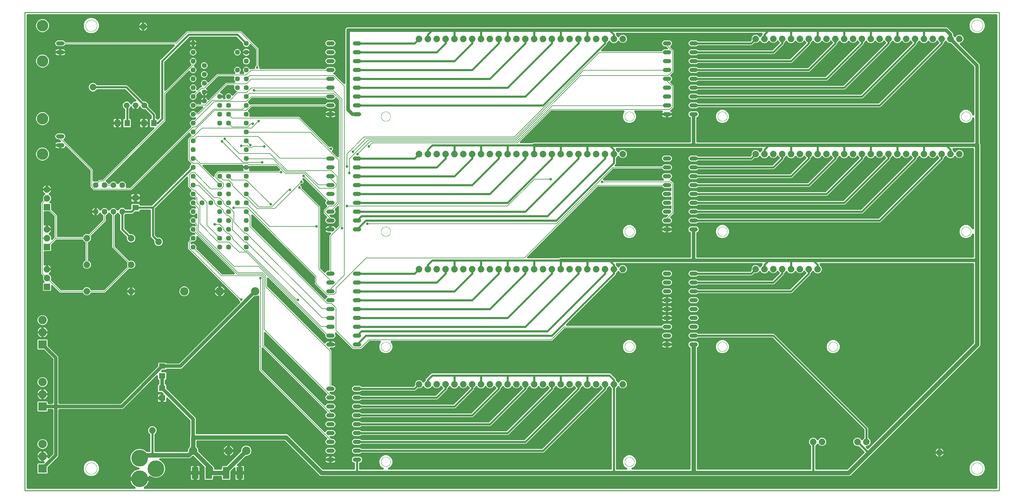
<source format=gtl>
G04 EAGLE Gerber X2 export*
%TF.Part,Single*%
%TF.FileFunction,Other,Top Copper*%
%TF.FilePolarity,Positive*%
%TF.GenerationSoftware,Autodesk,EAGLE,9.1.1*%
%TF.CreationDate,2018-10-12T17:39:12Z*%
G75*
%MOMM*%
%FSLAX34Y34*%
%LPD*%
%AMOC8*
5,1,8,0,0,1.08239X$1,22.5*%
G01*
%ADD10C,0.000000*%
%ADD11P,1.732040X8X202.500000*%
%ADD12C,4.800000*%
%ADD13C,1.219200*%
%ADD14C,1.676400*%
%ADD15C,1.206400*%
%ADD16C,3.300000*%
%ADD17C,2.400000*%
%ADD18R,1.879600X1.879600*%
%ADD19C,1.879600*%
%ADD20R,2.413000X2.413000*%
%ADD21C,2.413000*%
%ADD22R,1.600000X1.800000*%
%ADD23R,1.800000X1.600000*%
%ADD24R,1.900000X3.400000*%
%ADD25C,1.447800*%
%ADD26C,1.168400*%
%ADD27C,0.914400*%
%ADD28C,0.609600*%
%ADD29C,1.016000*%
%ADD30C,1.270000*%
%ADD31C,0.203200*%
%ADD32C,0.762000*%
%ADD33C,1.016000*%
%ADD34C,0.254000*%

G36*
X314735Y5091D02*
X314735Y5091D01*
X314869Y5092D01*
X314981Y5111D01*
X315095Y5121D01*
X315224Y5153D01*
X315355Y5175D01*
X315463Y5212D01*
X315573Y5239D01*
X315696Y5292D01*
X315822Y5335D01*
X315922Y5389D01*
X316027Y5434D01*
X316139Y5505D01*
X316256Y5568D01*
X316347Y5638D01*
X316443Y5699D01*
X316542Y5788D01*
X316648Y5869D01*
X316726Y5952D01*
X316811Y6028D01*
X316894Y6131D01*
X316985Y6228D01*
X317049Y6323D01*
X317121Y6412D01*
X317186Y6527D01*
X317261Y6638D01*
X317308Y6741D01*
X317365Y6840D01*
X317411Y6965D01*
X317466Y7086D01*
X317497Y7196D01*
X317536Y7303D01*
X317562Y7433D01*
X317597Y7562D01*
X317609Y7675D01*
X317631Y7787D01*
X317635Y7920D01*
X317649Y8052D01*
X317643Y8166D01*
X317646Y8280D01*
X317629Y8412D01*
X317621Y8545D01*
X317597Y8656D01*
X317582Y8769D01*
X317543Y8897D01*
X317515Y9026D01*
X317472Y9132D01*
X317439Y9241D01*
X317381Y9361D01*
X317331Y9485D01*
X317273Y9582D01*
X317222Y9685D01*
X317146Y9793D01*
X317077Y9907D01*
X317003Y9994D01*
X316937Y10087D01*
X316844Y10181D01*
X316757Y10283D01*
X316691Y10335D01*
X316590Y10438D01*
X316275Y10668D01*
X316224Y10708D01*
X313818Y12220D01*
X311487Y14079D01*
X309379Y16187D01*
X307520Y18517D01*
X305934Y21042D01*
X304641Y23727D01*
X303656Y26541D01*
X303368Y27805D01*
X326152Y27805D01*
X326228Y27811D01*
X326304Y27809D01*
X326473Y27831D01*
X326644Y27845D01*
X326717Y27863D01*
X326793Y27873D01*
X326957Y27922D01*
X327122Y27963D01*
X327192Y27993D01*
X327265Y28015D01*
X327419Y28091D01*
X327576Y28158D01*
X327640Y28199D01*
X327708Y28232D01*
X327848Y28331D01*
X327992Y28423D01*
X328049Y28474D01*
X328111Y28518D01*
X328232Y28638D01*
X328360Y28752D01*
X328408Y28811D01*
X328462Y28865D01*
X328562Y29003D01*
X328670Y29136D01*
X328707Y29202D01*
X328752Y29263D01*
X328829Y29416D01*
X328914Y29564D01*
X328940Y29636D01*
X328974Y29704D01*
X329026Y29867D01*
X329085Y30027D01*
X329100Y30102D01*
X329123Y30174D01*
X329135Y30279D01*
X329180Y30511D01*
X329187Y30747D01*
X329199Y30852D01*
X329199Y36948D01*
X329193Y37024D01*
X329195Y37100D01*
X329173Y37269D01*
X329159Y37440D01*
X329141Y37514D01*
X329131Y37589D01*
X329082Y37753D01*
X329040Y37918D01*
X329010Y37988D01*
X328988Y38061D01*
X328913Y38215D01*
X328846Y38372D01*
X328805Y38436D01*
X328772Y38505D01*
X328673Y38644D01*
X328581Y38788D01*
X328530Y38845D01*
X328486Y38907D01*
X328366Y39028D01*
X328252Y39156D01*
X328193Y39204D01*
X328139Y39258D01*
X328001Y39358D01*
X327868Y39466D01*
X327802Y39503D01*
X327741Y39548D01*
X327588Y39625D01*
X327440Y39710D01*
X327368Y39736D01*
X327300Y39771D01*
X327137Y39822D01*
X326977Y39881D01*
X326902Y39896D01*
X326830Y39919D01*
X326725Y39931D01*
X326493Y39976D01*
X326257Y39983D01*
X326152Y39995D01*
X303368Y39995D01*
X303656Y41259D01*
X304641Y44073D01*
X305934Y46758D01*
X307520Y49283D01*
X309379Y51613D01*
X311487Y53721D01*
X313817Y55580D01*
X316342Y57166D01*
X319027Y58459D01*
X321841Y59444D01*
X324747Y60107D01*
X326318Y60284D01*
X326393Y60299D01*
X326469Y60305D01*
X326634Y60346D01*
X326802Y60379D01*
X326874Y60405D01*
X326947Y60423D01*
X327104Y60491D01*
X327265Y60550D01*
X327331Y60588D01*
X327401Y60618D01*
X327545Y60710D01*
X327693Y60794D01*
X327753Y60842D01*
X327817Y60883D01*
X327944Y60997D01*
X328077Y61104D01*
X328128Y61161D01*
X328185Y61212D01*
X328292Y61345D01*
X328406Y61472D01*
X328447Y61536D01*
X328495Y61596D01*
X328579Y61744D01*
X328671Y61888D01*
X328701Y61958D01*
X328739Y62024D01*
X328798Y62185D01*
X328865Y62342D01*
X328884Y62415D01*
X328910Y62487D01*
X328943Y62655D01*
X328984Y62820D01*
X328990Y62896D01*
X329005Y62971D01*
X329010Y63141D01*
X329024Y63312D01*
X329018Y63388D01*
X329020Y63464D01*
X328998Y63634D01*
X328984Y63804D01*
X328966Y63878D01*
X328956Y63953D01*
X328906Y64117D01*
X328865Y64283D01*
X328835Y64353D01*
X328813Y64426D01*
X328738Y64579D01*
X328671Y64736D01*
X328630Y64800D01*
X328596Y64869D01*
X328498Y65008D01*
X328406Y65152D01*
X328355Y65209D01*
X328311Y65271D01*
X328191Y65393D01*
X328077Y65520D01*
X328018Y65568D01*
X327964Y65622D01*
X327826Y65722D01*
X327693Y65830D01*
X327627Y65868D01*
X327566Y65912D01*
X327413Y65989D01*
X327264Y66074D01*
X327193Y66100D01*
X327125Y66135D01*
X326962Y66186D01*
X326802Y66245D01*
X326727Y66260D01*
X326655Y66283D01*
X326550Y66295D01*
X326318Y66340D01*
X326147Y66340D01*
X325977Y66359D01*
X325706Y66359D01*
X318956Y68168D01*
X312904Y71662D01*
X307962Y76604D01*
X304468Y82656D01*
X302659Y89406D01*
X302659Y96394D01*
X304468Y103144D01*
X307962Y109196D01*
X312904Y114138D01*
X318956Y117632D01*
X325706Y119441D01*
X332694Y119441D01*
X339444Y117632D01*
X345496Y114138D01*
X348251Y111383D01*
X348338Y111309D01*
X348418Y111228D01*
X348526Y111150D01*
X348627Y111064D01*
X348725Y111005D01*
X348817Y110938D01*
X348935Y110878D01*
X349050Y110809D01*
X349156Y110767D01*
X349258Y110715D01*
X349384Y110675D01*
X349508Y110626D01*
X349619Y110601D01*
X349728Y110567D01*
X349822Y110557D01*
X349989Y110519D01*
X350314Y110501D01*
X350406Y110491D01*
X357124Y110491D01*
X357200Y110497D01*
X357276Y110495D01*
X357445Y110517D01*
X357616Y110531D01*
X357690Y110549D01*
X357765Y110559D01*
X357929Y110608D01*
X358095Y110649D01*
X358164Y110679D01*
X358238Y110701D01*
X358391Y110777D01*
X358548Y110844D01*
X358612Y110885D01*
X358681Y110918D01*
X358820Y111017D01*
X358964Y111109D01*
X359021Y111160D01*
X359083Y111204D01*
X359204Y111324D01*
X359332Y111438D01*
X359380Y111497D01*
X359434Y111551D01*
X359535Y111689D01*
X359642Y111822D01*
X359679Y111888D01*
X359724Y111949D01*
X359801Y112102D01*
X359886Y112250D01*
X359912Y112322D01*
X359947Y112390D01*
X359998Y112553D01*
X360057Y112713D01*
X360072Y112788D01*
X360095Y112860D01*
X360107Y112965D01*
X360152Y113197D01*
X360159Y113433D01*
X360171Y113538D01*
X360171Y160163D01*
X360162Y160276D01*
X360163Y160391D01*
X360142Y160522D01*
X360131Y160654D01*
X360104Y160765D01*
X360086Y160878D01*
X360045Y161004D01*
X360013Y161133D01*
X359968Y161238D01*
X359932Y161347D01*
X359870Y161464D01*
X359818Y161587D01*
X359757Y161683D01*
X359704Y161784D01*
X359645Y161858D01*
X359553Y162003D01*
X359337Y162245D01*
X359279Y162317D01*
X355639Y165957D01*
X353821Y170345D01*
X353821Y175095D01*
X355639Y179483D01*
X358997Y182841D01*
X363385Y184659D01*
X368135Y184659D01*
X372523Y182841D01*
X375881Y179483D01*
X377699Y175095D01*
X377699Y170345D01*
X375881Y165957D01*
X372241Y162317D01*
X372167Y162230D01*
X372086Y162150D01*
X372008Y162043D01*
X371922Y161941D01*
X371863Y161843D01*
X371796Y161751D01*
X371736Y161633D01*
X371667Y161519D01*
X371625Y161413D01*
X371573Y161311D01*
X371533Y161184D01*
X371484Y161061D01*
X371459Y160949D01*
X371425Y160840D01*
X371415Y160747D01*
X371377Y160579D01*
X371359Y160255D01*
X371349Y160163D01*
X371349Y113538D01*
X371355Y113462D01*
X371353Y113386D01*
X371375Y113217D01*
X371389Y113046D01*
X371407Y112972D01*
X371417Y112897D01*
X371466Y112733D01*
X371507Y112567D01*
X371537Y112498D01*
X371559Y112424D01*
X371635Y112271D01*
X371702Y112114D01*
X371743Y112050D01*
X371776Y111981D01*
X371875Y111842D01*
X371967Y111698D01*
X372018Y111641D01*
X372062Y111579D01*
X372182Y111458D01*
X372296Y111330D01*
X372355Y111282D01*
X372409Y111228D01*
X372547Y111127D01*
X372680Y111020D01*
X372746Y110983D01*
X372807Y110938D01*
X372960Y110861D01*
X373108Y110776D01*
X373180Y110750D01*
X373248Y110715D01*
X373411Y110664D01*
X373571Y110605D01*
X373646Y110590D01*
X373718Y110567D01*
X373823Y110555D01*
X374055Y110510D01*
X374291Y110503D01*
X374396Y110491D01*
X464955Y110491D01*
X465069Y110500D01*
X465184Y110499D01*
X465315Y110520D01*
X465447Y110531D01*
X465558Y110558D01*
X465671Y110576D01*
X465797Y110618D01*
X465926Y110649D01*
X466031Y110695D01*
X466140Y110730D01*
X466257Y110792D01*
X466379Y110844D01*
X466476Y110905D01*
X466577Y110958D01*
X466651Y111017D01*
X466795Y111109D01*
X466942Y111240D01*
X466971Y111261D01*
X467028Y111317D01*
X467038Y111326D01*
X467110Y111384D01*
X467167Y111441D01*
X467241Y111527D01*
X467322Y111607D01*
X467400Y111715D01*
X467487Y111817D01*
X467545Y111914D01*
X467612Y112006D01*
X467672Y112125D01*
X467741Y112239D01*
X467783Y112345D01*
X467835Y112447D01*
X467875Y112574D01*
X467924Y112698D01*
X467949Y112809D01*
X467983Y112917D01*
X467993Y113011D01*
X468031Y113179D01*
X468049Y113502D01*
X468059Y113595D01*
X468059Y117192D01*
X470273Y122537D01*
X472817Y125080D01*
X472891Y125167D01*
X472972Y125248D01*
X473050Y125355D01*
X473136Y125456D01*
X473195Y125554D01*
X473262Y125647D01*
X473322Y125765D01*
X473391Y125879D01*
X473433Y125985D01*
X473485Y126087D01*
X473525Y126214D01*
X473574Y126337D01*
X473599Y126448D01*
X473633Y126557D01*
X473643Y126651D01*
X473681Y126819D01*
X473699Y127143D01*
X473709Y127235D01*
X473709Y154169D01*
X474747Y156675D01*
X474750Y156684D01*
X474755Y156692D01*
X474827Y156920D01*
X474899Y157144D01*
X474900Y157154D01*
X474903Y157163D01*
X474907Y157203D01*
X474972Y157632D01*
X474970Y157763D01*
X474979Y157841D01*
X474979Y200081D01*
X474970Y200195D01*
X474971Y200309D01*
X474950Y200441D01*
X474939Y200573D01*
X474912Y200684D01*
X474894Y200797D01*
X474853Y200923D01*
X474821Y201052D01*
X474776Y201157D01*
X474740Y201265D01*
X474678Y201383D01*
X474626Y201505D01*
X474565Y201601D01*
X474512Y201703D01*
X474453Y201776D01*
X474361Y201921D01*
X474277Y202015D01*
X474243Y202064D01*
X474149Y202159D01*
X474145Y202163D01*
X474087Y202236D01*
X410443Y265880D01*
X410414Y265905D01*
X410388Y265933D01*
X410226Y266064D01*
X410067Y266199D01*
X410034Y266219D01*
X410004Y266243D01*
X409824Y266346D01*
X409644Y266454D01*
X409609Y266468D01*
X409576Y266487D01*
X409380Y266560D01*
X409186Y266637D01*
X409149Y266645D01*
X409113Y266659D01*
X408908Y266699D01*
X408704Y266744D01*
X408666Y266746D01*
X408629Y266753D01*
X408421Y266760D01*
X408212Y266772D01*
X408174Y266767D01*
X408136Y266769D01*
X407929Y266741D01*
X407721Y266719D01*
X407685Y266709D01*
X407647Y266704D01*
X407447Y266644D01*
X407246Y266589D01*
X407211Y266573D01*
X407174Y266562D01*
X406987Y266470D01*
X406797Y266383D01*
X406765Y266362D01*
X406731Y266345D01*
X406561Y266224D01*
X406388Y266108D01*
X406360Y266081D01*
X406329Y266059D01*
X406180Y265913D01*
X406028Y265770D01*
X406005Y265739D01*
X405978Y265713D01*
X405855Y265544D01*
X405728Y265378D01*
X405710Y265345D01*
X405688Y265314D01*
X405594Y265128D01*
X405495Y264944D01*
X405483Y264907D01*
X405465Y264873D01*
X405403Y264675D01*
X405335Y264477D01*
X405329Y264439D01*
X405317Y264403D01*
X405307Y264311D01*
X405252Y263991D01*
X405251Y263819D01*
X405241Y263725D01*
X405241Y257065D01*
X405068Y256419D01*
X404733Y255840D01*
X404260Y255367D01*
X403681Y255032D01*
X403035Y254859D01*
X397699Y254859D01*
X397699Y264448D01*
X397693Y264524D01*
X397695Y264600D01*
X397673Y264769D01*
X397659Y264940D01*
X397641Y265013D01*
X397631Y265089D01*
X397582Y265253D01*
X397542Y265411D01*
X397585Y265527D01*
X397600Y265602D01*
X397623Y265674D01*
X397635Y265779D01*
X397680Y266011D01*
X397687Y266247D01*
X397699Y266352D01*
X397699Y277361D01*
X397690Y277475D01*
X397691Y277589D01*
X397670Y277721D01*
X397659Y277853D01*
X397632Y277964D01*
X397614Y278077D01*
X397573Y278203D01*
X397541Y278332D01*
X397496Y278437D01*
X397460Y278545D01*
X397398Y278663D01*
X397346Y278785D01*
X397285Y278881D01*
X397232Y278983D01*
X397173Y279056D01*
X397081Y279201D01*
X396865Y279443D01*
X396807Y279516D01*
X394356Y281967D01*
X394269Y282041D01*
X394189Y282122D01*
X394081Y282200D01*
X393980Y282286D01*
X393882Y282345D01*
X393790Y282412D01*
X393671Y282472D01*
X393557Y282541D01*
X393451Y282583D01*
X393349Y282635D01*
X393223Y282675D01*
X393099Y282724D01*
X392988Y282749D01*
X392879Y282783D01*
X392785Y282793D01*
X392618Y282831D01*
X392293Y282849D01*
X392201Y282859D01*
X383648Y282859D01*
X382159Y284348D01*
X382159Y302452D01*
X383734Y304027D01*
X383837Y304058D01*
X384003Y304099D01*
X384072Y304129D01*
X384146Y304151D01*
X384299Y304227D01*
X384456Y304294D01*
X384520Y304335D01*
X384589Y304368D01*
X384728Y304467D01*
X384872Y304559D01*
X384929Y304610D01*
X384991Y304654D01*
X385112Y304774D01*
X385240Y304888D01*
X385288Y304947D01*
X385342Y305001D01*
X385443Y305139D01*
X385550Y305272D01*
X385587Y305338D01*
X385632Y305399D01*
X385709Y305552D01*
X385794Y305700D01*
X385820Y305772D01*
X385855Y305840D01*
X385906Y306003D01*
X385965Y306163D01*
X385980Y306238D01*
X386003Y306310D01*
X386015Y306415D01*
X386060Y306647D01*
X386067Y306883D01*
X386079Y306988D01*
X386079Y315312D01*
X386073Y315388D01*
X386075Y315464D01*
X386053Y315633D01*
X386039Y315804D01*
X386021Y315878D01*
X386011Y315953D01*
X385962Y316117D01*
X385921Y316283D01*
X385891Y316352D01*
X385869Y316426D01*
X385793Y316579D01*
X385726Y316736D01*
X385685Y316800D01*
X385652Y316869D01*
X385553Y317008D01*
X385461Y317152D01*
X385410Y317209D01*
X385366Y317271D01*
X385246Y317392D01*
X385132Y317520D01*
X385073Y317568D01*
X385019Y317622D01*
X384881Y317723D01*
X384748Y317830D01*
X384682Y317867D01*
X384621Y317912D01*
X384468Y317989D01*
X384320Y318074D01*
X384248Y318100D01*
X384180Y318135D01*
X384017Y318186D01*
X383857Y318245D01*
X383782Y318260D01*
X383730Y318276D01*
X382159Y319848D01*
X382159Y327944D01*
X382156Y327982D01*
X382158Y328020D01*
X382136Y328227D01*
X382119Y328435D01*
X382110Y328472D01*
X382106Y328510D01*
X382051Y328711D01*
X382001Y328914D01*
X381986Y328949D01*
X381975Y328986D01*
X381888Y329176D01*
X381806Y329368D01*
X381786Y329400D01*
X381770Y329434D01*
X381653Y329608D01*
X381541Y329784D01*
X381516Y329812D01*
X381494Y329844D01*
X381351Y329996D01*
X381212Y330151D01*
X381183Y330175D01*
X381157Y330203D01*
X380991Y330330D01*
X380828Y330461D01*
X380795Y330480D01*
X380765Y330504D01*
X380581Y330602D01*
X380400Y330705D01*
X380364Y330719D01*
X380330Y330737D01*
X380133Y330804D01*
X379937Y330877D01*
X379900Y330884D01*
X379864Y330897D01*
X379657Y330932D01*
X379453Y330972D01*
X379415Y330973D01*
X379377Y330979D01*
X379168Y330981D01*
X378960Y330987D01*
X378922Y330982D01*
X378884Y330982D01*
X378677Y330950D01*
X378471Y330923D01*
X378434Y330912D01*
X378397Y330906D01*
X378198Y330840D01*
X377999Y330780D01*
X377964Y330763D01*
X377928Y330751D01*
X377743Y330655D01*
X377555Y330563D01*
X377524Y330541D01*
X377490Y330524D01*
X377418Y330466D01*
X377153Y330278D01*
X377031Y330157D01*
X376957Y330098D01*
X284559Y237700D01*
X282129Y235270D01*
X279515Y234187D01*
X99060Y234187D01*
X98984Y234181D01*
X98908Y234183D01*
X98739Y234161D01*
X98568Y234147D01*
X98494Y234129D01*
X98419Y234119D01*
X98255Y234070D01*
X98089Y234029D01*
X98020Y233999D01*
X97946Y233977D01*
X97793Y233901D01*
X97636Y233834D01*
X97572Y233793D01*
X97503Y233760D01*
X97364Y233661D01*
X97220Y233569D01*
X97163Y233518D01*
X97101Y233474D01*
X96980Y233354D01*
X96852Y233240D01*
X96804Y233181D01*
X96750Y233127D01*
X96649Y232989D01*
X96542Y232856D01*
X96505Y232790D01*
X96460Y232729D01*
X96383Y232576D01*
X96298Y232428D01*
X96272Y232356D01*
X96237Y232288D01*
X96186Y232125D01*
X96127Y231965D01*
X96112Y231890D01*
X96089Y231818D01*
X96077Y231713D01*
X96032Y231481D01*
X96025Y231245D01*
X96013Y231140D01*
X96013Y100185D01*
X94930Y97571D01*
X65790Y68431D01*
X65716Y68344D01*
X65635Y68264D01*
X65557Y68157D01*
X65471Y68055D01*
X65412Y67957D01*
X65345Y67865D01*
X65285Y67747D01*
X65216Y67633D01*
X65174Y67527D01*
X65122Y67425D01*
X65082Y67298D01*
X65033Y67175D01*
X65008Y67063D01*
X64974Y66954D01*
X64964Y66861D01*
X64926Y66693D01*
X64908Y66369D01*
X64898Y66277D01*
X64898Y50593D01*
X63707Y49402D01*
X37893Y49402D01*
X36702Y50593D01*
X36702Y76407D01*
X37893Y77598D01*
X53577Y77598D01*
X53690Y77607D01*
X53804Y77606D01*
X53936Y77627D01*
X54068Y77638D01*
X54179Y77665D01*
X54292Y77683D01*
X54418Y77724D01*
X54547Y77756D01*
X54652Y77801D01*
X54760Y77837D01*
X54878Y77899D01*
X55001Y77951D01*
X55097Y78012D01*
X55198Y78065D01*
X55272Y78124D01*
X55417Y78216D01*
X55658Y78432D01*
X55731Y78490D01*
X56209Y78968D01*
X56363Y79149D01*
X56518Y79329D01*
X56523Y79337D01*
X56529Y79344D01*
X56651Y79546D01*
X56775Y79750D01*
X56779Y79759D01*
X56784Y79767D01*
X56871Y79985D01*
X56961Y80207D01*
X56963Y80216D01*
X56967Y80225D01*
X57017Y80452D01*
X57071Y80688D01*
X57071Y80697D01*
X57073Y80707D01*
X57087Y80943D01*
X57102Y81180D01*
X57101Y81190D01*
X57101Y81199D01*
X57076Y81435D01*
X57052Y81671D01*
X57050Y81680D01*
X57049Y81690D01*
X56986Y81918D01*
X56925Y82148D01*
X56921Y82156D01*
X56918Y82165D01*
X56820Y82380D01*
X56722Y82597D01*
X56717Y82605D01*
X56713Y82614D01*
X56580Y82811D01*
X56449Y83008D01*
X56442Y83015D01*
X56437Y83023D01*
X56275Y83196D01*
X56113Y83370D01*
X56106Y83376D01*
X56099Y83383D01*
X55911Y83527D01*
X55724Y83673D01*
X55716Y83677D01*
X55708Y83683D01*
X55497Y83796D01*
X55290Y83909D01*
X55282Y83912D01*
X55273Y83916D01*
X55048Y83993D01*
X54825Y84072D01*
X54815Y84073D01*
X54807Y84076D01*
X54574Y84116D01*
X54339Y84157D01*
X54331Y84157D01*
X54320Y84159D01*
X53847Y84162D01*
X53847Y95453D01*
X65146Y95453D01*
X65144Y95404D01*
X65130Y95169D01*
X65131Y95160D01*
X65131Y95150D01*
X65158Y94914D01*
X65183Y94679D01*
X65185Y94669D01*
X65186Y94660D01*
X65251Y94431D01*
X65313Y94203D01*
X65317Y94194D01*
X65320Y94185D01*
X65419Y93972D01*
X65519Y93754D01*
X65524Y93746D01*
X65528Y93738D01*
X65662Y93542D01*
X65794Y93345D01*
X65801Y93338D01*
X65806Y93330D01*
X65970Y93158D01*
X66132Y92986D01*
X66140Y92980D01*
X66146Y92973D01*
X66337Y92829D01*
X66524Y92685D01*
X66532Y92681D01*
X66540Y92675D01*
X66750Y92564D01*
X66958Y92452D01*
X66967Y92449D01*
X66976Y92445D01*
X67199Y92369D01*
X67425Y92292D01*
X67435Y92290D01*
X67443Y92287D01*
X67674Y92250D01*
X67911Y92209D01*
X67921Y92209D01*
X67930Y92208D01*
X68166Y92208D01*
X68405Y92206D01*
X68414Y92208D01*
X68424Y92208D01*
X68657Y92246D01*
X68892Y92283D01*
X68901Y92286D01*
X68911Y92288D01*
X69134Y92363D01*
X69361Y92437D01*
X69369Y92442D01*
X69378Y92445D01*
X69586Y92554D01*
X69798Y92665D01*
X69805Y92670D01*
X69814Y92675D01*
X70208Y92973D01*
X70280Y93049D01*
X70332Y93090D01*
X80895Y103654D01*
X80969Y103741D01*
X81050Y103821D01*
X81128Y103928D01*
X81214Y104030D01*
X81273Y104127D01*
X81340Y104220D01*
X81400Y104338D01*
X81469Y104452D01*
X81511Y104558D01*
X81563Y104660D01*
X81603Y104787D01*
X81652Y104910D01*
X81677Y105022D01*
X81711Y105131D01*
X81721Y105224D01*
X81759Y105392D01*
X81777Y105716D01*
X81787Y105808D01*
X81787Y231140D01*
X81781Y231216D01*
X81783Y231292D01*
X81761Y231461D01*
X81747Y231632D01*
X81729Y231706D01*
X81719Y231781D01*
X81670Y231945D01*
X81629Y232111D01*
X81599Y232180D01*
X81577Y232254D01*
X81501Y232407D01*
X81434Y232564D01*
X81393Y232628D01*
X81360Y232697D01*
X81261Y232836D01*
X81169Y232980D01*
X81118Y233037D01*
X81074Y233099D01*
X80954Y233220D01*
X80840Y233348D01*
X80781Y233396D01*
X80727Y233450D01*
X80589Y233551D01*
X80456Y233658D01*
X80390Y233695D01*
X80329Y233740D01*
X80176Y233817D01*
X80028Y233902D01*
X79956Y233928D01*
X79888Y233963D01*
X79725Y234014D01*
X79565Y234073D01*
X79490Y234088D01*
X79418Y234111D01*
X79313Y234123D01*
X79081Y234168D01*
X78845Y234175D01*
X78740Y234187D01*
X67945Y234187D01*
X67869Y234181D01*
X67793Y234183D01*
X67624Y234161D01*
X67453Y234147D01*
X67379Y234129D01*
X67304Y234119D01*
X67140Y234070D01*
X66974Y234029D01*
X66905Y233999D01*
X66831Y233977D01*
X66678Y233901D01*
X66521Y233834D01*
X66457Y233793D01*
X66388Y233760D01*
X66249Y233661D01*
X66105Y233569D01*
X66048Y233518D01*
X65986Y233474D01*
X65865Y233354D01*
X65737Y233240D01*
X65689Y233181D01*
X65635Y233127D01*
X65534Y232989D01*
X65427Y232856D01*
X65390Y232790D01*
X65345Y232729D01*
X65268Y232576D01*
X65183Y232428D01*
X65157Y232356D01*
X65122Y232288D01*
X65071Y232125D01*
X65012Y231965D01*
X64997Y231890D01*
X64974Y231818D01*
X64962Y231713D01*
X64917Y231481D01*
X64910Y231245D01*
X64898Y231140D01*
X64898Y228393D01*
X63707Y227202D01*
X37893Y227202D01*
X36702Y228393D01*
X36702Y254207D01*
X37893Y255398D01*
X63707Y255398D01*
X64898Y254207D01*
X64898Y251460D01*
X64904Y251384D01*
X64902Y251308D01*
X64924Y251139D01*
X64938Y250968D01*
X64956Y250894D01*
X64966Y250819D01*
X65015Y250655D01*
X65056Y250489D01*
X65086Y250420D01*
X65108Y250346D01*
X65184Y250193D01*
X65251Y250036D01*
X65292Y249972D01*
X65325Y249903D01*
X65424Y249764D01*
X65516Y249620D01*
X65567Y249563D01*
X65611Y249501D01*
X65731Y249380D01*
X65845Y249252D01*
X65904Y249204D01*
X65958Y249150D01*
X66096Y249049D01*
X66229Y248942D01*
X66295Y248905D01*
X66356Y248860D01*
X66509Y248783D01*
X66657Y248698D01*
X66729Y248672D01*
X66797Y248637D01*
X66960Y248586D01*
X67120Y248527D01*
X67195Y248512D01*
X67267Y248489D01*
X67372Y248477D01*
X67604Y248432D01*
X67840Y248425D01*
X67945Y248413D01*
X78740Y248413D01*
X78816Y248419D01*
X78892Y248417D01*
X79061Y248439D01*
X79232Y248453D01*
X79306Y248471D01*
X79381Y248481D01*
X79545Y248530D01*
X79711Y248571D01*
X79780Y248601D01*
X79854Y248623D01*
X80007Y248699D01*
X80164Y248766D01*
X80228Y248807D01*
X80297Y248840D01*
X80436Y248939D01*
X80580Y249031D01*
X80637Y249082D01*
X80699Y249126D01*
X80820Y249246D01*
X80948Y249360D01*
X80996Y249419D01*
X81050Y249473D01*
X81151Y249611D01*
X81258Y249744D01*
X81295Y249810D01*
X81340Y249871D01*
X81417Y250024D01*
X81502Y250172D01*
X81528Y250244D01*
X81563Y250312D01*
X81614Y250475D01*
X81673Y250635D01*
X81688Y250710D01*
X81711Y250782D01*
X81723Y250887D01*
X81768Y251119D01*
X81775Y251355D01*
X81787Y251460D01*
X81787Y376792D01*
X81778Y376905D01*
X81779Y377020D01*
X81758Y377151D01*
X81747Y377283D01*
X81720Y377394D01*
X81702Y377507D01*
X81661Y377633D01*
X81629Y377762D01*
X81584Y377867D01*
X81548Y377976D01*
X81486Y378093D01*
X81434Y378216D01*
X81373Y378312D01*
X81320Y378413D01*
X81261Y378487D01*
X81169Y378632D01*
X81043Y378773D01*
X81021Y378804D01*
X80960Y378865D01*
X80953Y378874D01*
X80895Y378946D01*
X55731Y404110D01*
X55644Y404184D01*
X55564Y404265D01*
X55457Y404343D01*
X55355Y404429D01*
X55257Y404488D01*
X55165Y404555D01*
X55047Y404615D01*
X54933Y404684D01*
X54827Y404726D01*
X54725Y404778D01*
X54598Y404818D01*
X54475Y404867D01*
X54363Y404892D01*
X54254Y404926D01*
X54161Y404936D01*
X53993Y404974D01*
X53669Y404992D01*
X53577Y405002D01*
X37893Y405002D01*
X36702Y406193D01*
X36702Y432007D01*
X37893Y433198D01*
X63707Y433198D01*
X64898Y432007D01*
X64898Y416323D01*
X64907Y416210D01*
X64906Y416095D01*
X64927Y415964D01*
X64938Y415832D01*
X64965Y415721D01*
X64983Y415608D01*
X65024Y415482D01*
X65056Y415353D01*
X65101Y415248D01*
X65137Y415139D01*
X65199Y415022D01*
X65251Y414899D01*
X65312Y414803D01*
X65365Y414702D01*
X65424Y414628D01*
X65516Y414483D01*
X65732Y414241D01*
X65790Y414169D01*
X94930Y385029D01*
X96013Y382415D01*
X96013Y251460D01*
X96019Y251384D01*
X96017Y251308D01*
X96039Y251139D01*
X96053Y250968D01*
X96071Y250894D01*
X96081Y250819D01*
X96130Y250655D01*
X96171Y250489D01*
X96201Y250420D01*
X96223Y250346D01*
X96299Y250193D01*
X96366Y250036D01*
X96407Y249972D01*
X96440Y249903D01*
X96539Y249764D01*
X96631Y249620D01*
X96682Y249563D01*
X96726Y249501D01*
X96846Y249380D01*
X96960Y249252D01*
X97019Y249204D01*
X97073Y249150D01*
X97211Y249049D01*
X97344Y248942D01*
X97410Y248905D01*
X97471Y248860D01*
X97624Y248783D01*
X97772Y248698D01*
X97844Y248672D01*
X97912Y248637D01*
X98075Y248586D01*
X98235Y248527D01*
X98310Y248512D01*
X98382Y248489D01*
X98487Y248477D01*
X98719Y248432D01*
X98955Y248425D01*
X99060Y248413D01*
X273892Y248413D01*
X274005Y248422D01*
X274120Y248421D01*
X274251Y248442D01*
X274383Y248453D01*
X274494Y248480D01*
X274607Y248498D01*
X274733Y248539D01*
X274862Y248571D01*
X274967Y248616D01*
X275076Y248652D01*
X275193Y248714D01*
X275316Y248766D01*
X275412Y248827D01*
X275513Y248880D01*
X275587Y248939D01*
X275732Y249031D01*
X275974Y249247D01*
X276046Y249305D01*
X381775Y355034D01*
X381849Y355121D01*
X381930Y355201D01*
X382008Y355308D01*
X382094Y355410D01*
X382153Y355508D01*
X382220Y355600D01*
X382280Y355718D01*
X382349Y355832D01*
X382391Y355938D01*
X382443Y356040D01*
X382483Y356167D01*
X382532Y356290D01*
X382557Y356402D01*
X382591Y356511D01*
X382601Y356604D01*
X382639Y356772D01*
X382657Y357096D01*
X382667Y357188D01*
X382667Y365742D01*
X383858Y366933D01*
X403542Y366933D01*
X405569Y364905D01*
X405656Y364831D01*
X405737Y364750D01*
X405844Y364672D01*
X405945Y364586D01*
X406043Y364527D01*
X406136Y364460D01*
X406254Y364400D01*
X406368Y364331D01*
X406474Y364289D01*
X406576Y364237D01*
X406703Y364197D01*
X406826Y364148D01*
X406937Y364123D01*
X407046Y364089D01*
X407140Y364079D01*
X407308Y364041D01*
X407632Y364023D01*
X407724Y364013D01*
X441592Y364013D01*
X441705Y364022D01*
X441820Y364021D01*
X441951Y364042D01*
X442083Y364053D01*
X442194Y364080D01*
X442307Y364098D01*
X442433Y364139D01*
X442562Y364171D01*
X442667Y364216D01*
X442776Y364252D01*
X442893Y364314D01*
X443016Y364366D01*
X443112Y364427D01*
X443213Y364480D01*
X443287Y364539D01*
X443432Y364631D01*
X443674Y364847D01*
X443746Y364905D01*
X617334Y538493D01*
X617384Y538551D01*
X617439Y538604D01*
X617543Y538739D01*
X617654Y538869D01*
X617693Y538935D01*
X617740Y538995D01*
X617820Y539145D01*
X617908Y539292D01*
X617937Y539363D01*
X617973Y539430D01*
X618028Y539591D01*
X618092Y539750D01*
X618108Y539824D01*
X618133Y539896D01*
X618161Y540065D01*
X618198Y540232D01*
X618203Y540308D01*
X618215Y540383D01*
X618216Y540554D01*
X618226Y540724D01*
X618218Y540800D01*
X618218Y540876D01*
X618192Y541045D01*
X618174Y541215D01*
X618154Y541288D01*
X618142Y541363D01*
X618088Y541526D01*
X618043Y541690D01*
X618011Y541760D01*
X617987Y541832D01*
X617909Y541984D01*
X617837Y542139D01*
X617795Y542202D01*
X617760Y542270D01*
X617694Y542352D01*
X617562Y542548D01*
X617400Y542720D01*
X617334Y542803D01*
X615823Y544314D01*
X614702Y547020D01*
X614694Y547045D01*
X614632Y547163D01*
X614580Y547285D01*
X614519Y547381D01*
X614466Y547482D01*
X614407Y547556D01*
X614315Y547701D01*
X614223Y547804D01*
X614183Y547858D01*
X614118Y547921D01*
X614099Y547943D01*
X614041Y548016D01*
X468839Y693217D01*
X468375Y694338D01*
X468375Y712822D01*
X468839Y713943D01*
X472950Y718054D01*
X473091Y718219D01*
X473236Y718384D01*
X473251Y718408D01*
X473269Y718429D01*
X473382Y718617D01*
X473498Y718801D01*
X473509Y718827D01*
X473524Y718852D01*
X473605Y719055D01*
X473690Y719256D01*
X473697Y719284D01*
X473707Y719310D01*
X473754Y719523D01*
X473806Y719736D01*
X473808Y719764D01*
X473814Y719792D01*
X473826Y720010D01*
X473842Y720228D01*
X473840Y720256D01*
X473842Y720284D01*
X473818Y720502D01*
X473799Y720719D01*
X473793Y720742D01*
X473789Y720775D01*
X473659Y721251D01*
X473625Y721324D01*
X473610Y721374D01*
X473328Y722056D01*
X473328Y725744D01*
X474740Y729152D01*
X477348Y731760D01*
X480756Y733172D01*
X484444Y733172D01*
X484713Y733060D01*
X484849Y733017D01*
X484981Y732964D01*
X485083Y732941D01*
X485183Y732909D01*
X485324Y732888D01*
X485463Y732857D01*
X485567Y732851D01*
X485671Y732836D01*
X485813Y732837D01*
X485955Y732829D01*
X486059Y732840D01*
X486164Y732842D01*
X486304Y732866D01*
X486446Y732882D01*
X486547Y732909D01*
X486650Y732927D01*
X486784Y732974D01*
X486922Y733012D01*
X487017Y733056D01*
X487115Y733090D01*
X487240Y733158D01*
X487370Y733218D01*
X487457Y733276D01*
X487549Y733326D01*
X487661Y733414D01*
X487779Y733493D01*
X487856Y733565D01*
X487938Y733629D01*
X488035Y733734D01*
X488139Y733831D01*
X488203Y733914D01*
X488274Y733991D01*
X488353Y734109D01*
X488439Y734223D01*
X488489Y734315D01*
X488546Y734402D01*
X488605Y734532D01*
X488672Y734657D01*
X488706Y734756D01*
X488749Y734851D01*
X488786Y734989D01*
X488832Y735124D01*
X488850Y735227D01*
X488877Y735328D01*
X488891Y735470D01*
X488915Y735610D01*
X488916Y735715D01*
X488926Y735819D01*
X488917Y735961D01*
X488918Y736104D01*
X488902Y736207D01*
X488895Y736311D01*
X488864Y736450D01*
X488841Y736591D01*
X488809Y736690D01*
X488786Y736792D01*
X488732Y736924D01*
X488687Y737060D01*
X488639Y737152D01*
X488600Y737249D01*
X488525Y737371D01*
X488459Y737497D01*
X488410Y737559D01*
X488342Y737670D01*
X488059Y737999D01*
X488034Y738030D01*
X486929Y739136D01*
X486842Y739210D01*
X486761Y739291D01*
X486654Y739369D01*
X486553Y739455D01*
X486455Y739514D01*
X486363Y739581D01*
X486244Y739641D01*
X486130Y739710D01*
X486024Y739752D01*
X485922Y739804D01*
X485795Y739844D01*
X485672Y739893D01*
X485561Y739918D01*
X485452Y739952D01*
X485358Y739962D01*
X485190Y740000D01*
X484866Y740018D01*
X484774Y740028D01*
X480756Y740028D01*
X477348Y741440D01*
X474740Y744048D01*
X473328Y747456D01*
X473328Y751144D01*
X474740Y754552D01*
X477348Y757160D01*
X480756Y758572D01*
X484444Y758572D01*
X486448Y757742D01*
X486583Y757698D01*
X486716Y757645D01*
X486818Y757623D01*
X486917Y757591D01*
X487058Y757569D01*
X487197Y757539D01*
X487302Y757533D01*
X487405Y757517D01*
X487547Y757519D01*
X487690Y757511D01*
X487794Y757522D01*
X487898Y757523D01*
X488039Y757548D01*
X488180Y757563D01*
X488281Y757591D01*
X488384Y757609D01*
X488519Y757656D01*
X488656Y757694D01*
X488751Y757737D01*
X488850Y757772D01*
X488975Y757840D01*
X489105Y757899D01*
X489191Y757958D01*
X489283Y758008D01*
X489396Y758095D01*
X489514Y758175D01*
X489590Y758246D01*
X489673Y758311D01*
X489770Y758415D01*
X489873Y758513D01*
X489937Y758596D01*
X490008Y758672D01*
X490087Y758791D01*
X490174Y758904D01*
X490223Y758996D01*
X490281Y759083D01*
X490340Y759213D01*
X490407Y759339D01*
X490441Y759438D01*
X490484Y759533D01*
X490521Y759670D01*
X490567Y759805D01*
X490584Y759909D01*
X490611Y760010D01*
X490626Y760151D01*
X490650Y760292D01*
X490650Y760397D01*
X490661Y760500D01*
X490652Y760643D01*
X490653Y760785D01*
X490636Y760888D01*
X490630Y760993D01*
X490598Y761132D01*
X490576Y761273D01*
X490543Y761372D01*
X490520Y761474D01*
X490466Y761606D01*
X490422Y761741D01*
X490373Y761834D01*
X490334Y761931D01*
X490260Y762052D01*
X490194Y762179D01*
X490145Y762240D01*
X490077Y762352D01*
X489793Y762681D01*
X489769Y762712D01*
X487728Y764752D01*
X487562Y764894D01*
X487398Y765038D01*
X487374Y765053D01*
X487352Y765072D01*
X487164Y765185D01*
X486980Y765301D01*
X486954Y765312D01*
X486930Y765326D01*
X486726Y765408D01*
X486525Y765492D01*
X486498Y765499D01*
X486471Y765510D01*
X486258Y765557D01*
X486046Y765608D01*
X486018Y765610D01*
X485990Y765616D01*
X485771Y765629D01*
X485554Y765645D01*
X485526Y765642D01*
X485497Y765644D01*
X485280Y765621D01*
X485062Y765602D01*
X485040Y765595D01*
X485007Y765592D01*
X484531Y765461D01*
X484459Y765428D01*
X480756Y765428D01*
X477348Y766840D01*
X474740Y769448D01*
X473328Y772856D01*
X473328Y776544D01*
X474740Y779952D01*
X477348Y782560D01*
X480756Y783972D01*
X484444Y783972D01*
X487852Y782560D01*
X489589Y780823D01*
X489618Y780798D01*
X489644Y780770D01*
X489806Y780639D01*
X489965Y780503D01*
X489998Y780484D01*
X490028Y780460D01*
X490209Y780357D01*
X490388Y780249D01*
X490423Y780235D01*
X490456Y780216D01*
X490652Y780143D01*
X490846Y780066D01*
X490883Y780058D01*
X490919Y780044D01*
X491124Y780004D01*
X491328Y779959D01*
X491366Y779957D01*
X491403Y779950D01*
X491611Y779943D01*
X491820Y779931D01*
X491858Y779935D01*
X491896Y779934D01*
X492103Y779961D01*
X492311Y779984D01*
X492347Y779994D01*
X492385Y779999D01*
X492585Y780059D01*
X492786Y780114D01*
X492821Y780130D01*
X492858Y780141D01*
X493045Y780233D01*
X493235Y780320D01*
X493266Y780341D01*
X493301Y780358D01*
X493471Y780479D01*
X493644Y780595D01*
X493672Y780621D01*
X493703Y780643D01*
X493851Y780790D01*
X494004Y780933D01*
X494027Y780963D01*
X494054Y780990D01*
X494177Y781159D01*
X494304Y781325D01*
X494322Y781358D01*
X494344Y781389D01*
X494438Y781575D01*
X494537Y781759D01*
X494550Y781795D01*
X494567Y781829D01*
X494629Y782029D01*
X494697Y782226D01*
X494703Y782263D01*
X494715Y782300D01*
X494725Y782393D01*
X494780Y782712D01*
X494781Y782884D01*
X494791Y782978D01*
X494791Y791822D01*
X494788Y791860D01*
X494790Y791898D01*
X494768Y792106D01*
X494751Y792314D01*
X494742Y792351D01*
X494738Y792389D01*
X494683Y792590D01*
X494633Y792793D01*
X494618Y792828D01*
X494607Y792865D01*
X494520Y793055D01*
X494438Y793246D01*
X494418Y793279D01*
X494402Y793313D01*
X494285Y793486D01*
X494173Y793662D01*
X494148Y793691D01*
X494126Y793722D01*
X493983Y793875D01*
X493844Y794030D01*
X493815Y794054D01*
X493789Y794082D01*
X493623Y794209D01*
X493460Y794340D01*
X493427Y794359D01*
X493397Y794382D01*
X493213Y794481D01*
X493032Y794584D01*
X492996Y794597D01*
X492962Y794615D01*
X492765Y794683D01*
X492569Y794756D01*
X492532Y794763D01*
X492496Y794775D01*
X492289Y794810D01*
X492085Y794850D01*
X492047Y794852D01*
X492009Y794858D01*
X491800Y794859D01*
X491592Y794866D01*
X491554Y794861D01*
X491516Y794861D01*
X491309Y794829D01*
X491103Y794801D01*
X491066Y794790D01*
X491029Y794784D01*
X490830Y794719D01*
X490631Y794659D01*
X490596Y794642D01*
X490560Y794630D01*
X490375Y794534D01*
X490187Y794442D01*
X490156Y794420D01*
X490122Y794402D01*
X490050Y794344D01*
X489785Y794157D01*
X489663Y794036D01*
X489589Y793977D01*
X487852Y792240D01*
X484444Y790828D01*
X480756Y790828D01*
X477348Y792240D01*
X474740Y794848D01*
X473328Y798256D01*
X473328Y801944D01*
X474740Y805352D01*
X477348Y807960D01*
X480756Y809372D01*
X484444Y809372D01*
X486448Y808542D01*
X486583Y808498D01*
X486716Y808445D01*
X486818Y808423D01*
X486917Y808391D01*
X487058Y808369D01*
X487197Y808339D01*
X487302Y808333D01*
X487405Y808317D01*
X487547Y808319D01*
X487690Y808311D01*
X487794Y808322D01*
X487898Y808323D01*
X488039Y808348D01*
X488180Y808363D01*
X488281Y808391D01*
X488384Y808409D01*
X488519Y808456D01*
X488656Y808494D01*
X488751Y808537D01*
X488850Y808572D01*
X488975Y808640D01*
X489105Y808699D01*
X489191Y808758D01*
X489283Y808808D01*
X489396Y808895D01*
X489514Y808975D01*
X489590Y809046D01*
X489673Y809111D01*
X489770Y809215D01*
X489873Y809313D01*
X489937Y809396D01*
X490008Y809472D01*
X490087Y809591D01*
X490174Y809704D01*
X490223Y809796D01*
X490281Y809883D01*
X490339Y810013D01*
X490407Y810139D01*
X490441Y810238D01*
X490484Y810333D01*
X490521Y810471D01*
X490567Y810605D01*
X490584Y810709D01*
X490611Y810810D01*
X490626Y810951D01*
X490649Y811092D01*
X490650Y811197D01*
X490661Y811300D01*
X490652Y811443D01*
X490653Y811585D01*
X490636Y811688D01*
X490630Y811793D01*
X490598Y811932D01*
X490576Y812073D01*
X490543Y812172D01*
X490520Y812274D01*
X490466Y812406D01*
X490422Y812541D01*
X490373Y812634D01*
X490334Y812731D01*
X490260Y812852D01*
X490194Y812979D01*
X490145Y813040D01*
X490077Y813152D01*
X489794Y813480D01*
X489769Y813512D01*
X487728Y815552D01*
X487562Y815694D01*
X487398Y815838D01*
X487374Y815853D01*
X487352Y815872D01*
X487165Y815985D01*
X486980Y816101D01*
X486954Y816112D01*
X486930Y816126D01*
X486727Y816207D01*
X486525Y816292D01*
X486498Y816299D01*
X486472Y816310D01*
X486258Y816357D01*
X486046Y816408D01*
X486018Y816410D01*
X485990Y816416D01*
X485771Y816429D01*
X485554Y816445D01*
X485526Y816442D01*
X485497Y816444D01*
X485280Y816421D01*
X485062Y816402D01*
X485040Y816395D01*
X485007Y816392D01*
X484531Y816261D01*
X484460Y816228D01*
X480756Y816228D01*
X477348Y817640D01*
X474740Y820248D01*
X473328Y823656D01*
X473328Y827344D01*
X474740Y830752D01*
X477348Y833360D01*
X480756Y834772D01*
X484444Y834772D01*
X486448Y833942D01*
X486583Y833898D01*
X486716Y833845D01*
X486818Y833823D01*
X486917Y833791D01*
X487058Y833769D01*
X487197Y833739D01*
X487302Y833733D01*
X487405Y833717D01*
X487547Y833719D01*
X487690Y833711D01*
X487794Y833722D01*
X487898Y833723D01*
X488039Y833748D01*
X488180Y833763D01*
X488281Y833791D01*
X488384Y833809D01*
X488519Y833856D01*
X488656Y833894D01*
X488751Y833937D01*
X488850Y833972D01*
X488975Y834040D01*
X489105Y834099D01*
X489191Y834158D01*
X489283Y834208D01*
X489396Y834295D01*
X489514Y834375D01*
X489590Y834446D01*
X489673Y834511D01*
X489770Y834615D01*
X489873Y834713D01*
X489937Y834796D01*
X490008Y834872D01*
X490087Y834991D01*
X490174Y835104D01*
X490223Y835196D01*
X490281Y835283D01*
X490339Y835413D01*
X490407Y835539D01*
X490441Y835638D01*
X490484Y835733D01*
X490521Y835871D01*
X490567Y836005D01*
X490584Y836109D01*
X490611Y836210D01*
X490626Y836351D01*
X490649Y836492D01*
X490650Y836597D01*
X490661Y836700D01*
X490652Y836843D01*
X490653Y836985D01*
X490636Y837088D01*
X490630Y837193D01*
X490598Y837332D01*
X490576Y837473D01*
X490543Y837572D01*
X490520Y837674D01*
X490466Y837806D01*
X490422Y837941D01*
X490373Y838034D01*
X490334Y838131D01*
X490260Y838252D01*
X490194Y838379D01*
X490145Y838440D01*
X490077Y838552D01*
X489794Y838880D01*
X489769Y838912D01*
X487728Y840952D01*
X487562Y841093D01*
X487398Y841238D01*
X487374Y841253D01*
X487352Y841272D01*
X487165Y841385D01*
X486980Y841501D01*
X486954Y841512D01*
X486930Y841526D01*
X486727Y841607D01*
X486525Y841692D01*
X486498Y841699D01*
X486472Y841710D01*
X486258Y841757D01*
X486046Y841808D01*
X486018Y841810D01*
X485990Y841816D01*
X485771Y841829D01*
X485554Y841845D01*
X485526Y841842D01*
X485497Y841844D01*
X485280Y841821D01*
X485062Y841802D01*
X485040Y841795D01*
X485007Y841792D01*
X484531Y841661D01*
X484460Y841628D01*
X480756Y841628D01*
X477348Y843040D01*
X474740Y845648D01*
X473328Y849056D01*
X473328Y852744D01*
X474740Y856152D01*
X477067Y858480D01*
X477117Y858538D01*
X477172Y858590D01*
X477276Y858725D01*
X477387Y858856D01*
X477426Y858921D01*
X477473Y858981D01*
X477553Y859132D01*
X477641Y859278D01*
X477670Y859349D01*
X477706Y859416D01*
X477761Y859578D01*
X477825Y859736D01*
X477841Y859810D01*
X477866Y859883D01*
X477894Y860051D01*
X477931Y860218D01*
X477936Y860294D01*
X477948Y860369D01*
X477949Y860540D01*
X477959Y860710D01*
X477951Y860786D01*
X477951Y860862D01*
X477925Y861031D01*
X477907Y861201D01*
X477887Y861274D01*
X477875Y861350D01*
X477821Y861512D01*
X477776Y861677D01*
X477744Y861746D01*
X477721Y861818D01*
X477642Y861970D01*
X477570Y862125D01*
X477528Y862188D01*
X477493Y862256D01*
X477427Y862338D01*
X477295Y862534D01*
X477133Y862707D01*
X477067Y862789D01*
X468839Y871017D01*
X468375Y872138D01*
X468375Y897615D01*
X468372Y897653D01*
X468374Y897691D01*
X468352Y897899D01*
X468335Y898107D01*
X468326Y898144D01*
X468322Y898182D01*
X468267Y898383D01*
X468217Y898585D01*
X468202Y898620D01*
X468191Y898657D01*
X468104Y898847D01*
X468022Y899039D01*
X468002Y899071D01*
X467986Y899106D01*
X467869Y899279D01*
X467757Y899455D01*
X467732Y899483D01*
X467710Y899515D01*
X467567Y899667D01*
X467428Y899823D01*
X467399Y899847D01*
X467373Y899875D01*
X467207Y900002D01*
X467044Y900133D01*
X467011Y900152D01*
X466981Y900175D01*
X466797Y900273D01*
X466616Y900377D01*
X466580Y900390D01*
X466546Y900408D01*
X466349Y900476D01*
X466153Y900548D01*
X466116Y900556D01*
X466080Y900568D01*
X465873Y900603D01*
X465669Y900643D01*
X465631Y900644D01*
X465593Y900651D01*
X465384Y900652D01*
X465176Y900658D01*
X465138Y900653D01*
X465100Y900654D01*
X464893Y900621D01*
X464687Y900594D01*
X464650Y900583D01*
X464613Y900577D01*
X464414Y900512D01*
X464215Y900451D01*
X464180Y900435D01*
X464144Y900423D01*
X463959Y900326D01*
X463771Y900235D01*
X463740Y900213D01*
X463706Y900195D01*
X463634Y900137D01*
X463369Y899949D01*
X463247Y899828D01*
X463173Y899770D01*
X373481Y810078D01*
X373407Y809991D01*
X373326Y809910D01*
X373248Y809803D01*
X373162Y809702D01*
X373103Y809604D01*
X373036Y809512D01*
X372976Y809393D01*
X372907Y809279D01*
X372865Y809173D01*
X372813Y809071D01*
X372773Y808944D01*
X372724Y808821D01*
X372699Y808710D01*
X372665Y808601D01*
X372655Y808507D01*
X372617Y808339D01*
X372599Y808015D01*
X372589Y807923D01*
X372589Y733857D01*
X372598Y733743D01*
X372597Y733629D01*
X372618Y733498D01*
X372629Y733365D01*
X372656Y733255D01*
X372674Y733142D01*
X372715Y733015D01*
X372747Y732887D01*
X372792Y732782D01*
X372828Y732673D01*
X372890Y732555D01*
X372942Y732433D01*
X373003Y732337D01*
X373056Y732236D01*
X373115Y732162D01*
X373207Y732017D01*
X373423Y731775D01*
X373481Y731702D01*
X378612Y726571D01*
X378699Y726497D01*
X378780Y726416D01*
X378887Y726338D01*
X378988Y726252D01*
X379086Y726193D01*
X379178Y726126D01*
X379297Y726066D01*
X379411Y725997D01*
X379517Y725955D01*
X379619Y725903D01*
X379746Y725863D01*
X379869Y725814D01*
X379980Y725789D01*
X380089Y725755D01*
X380183Y725745D01*
X380351Y725707D01*
X380675Y725689D01*
X380767Y725679D01*
X385915Y725679D01*
X390303Y723861D01*
X393661Y720503D01*
X395479Y716115D01*
X395479Y711365D01*
X393661Y706977D01*
X390303Y703619D01*
X385915Y701801D01*
X381165Y701801D01*
X376777Y703619D01*
X373419Y706977D01*
X371601Y711365D01*
X371601Y716513D01*
X371592Y716627D01*
X371593Y716741D01*
X371572Y716872D01*
X371561Y717005D01*
X371534Y717115D01*
X371516Y717228D01*
X371475Y717355D01*
X371443Y717483D01*
X371398Y717588D01*
X371362Y717697D01*
X371300Y717815D01*
X371248Y717937D01*
X371187Y718033D01*
X371134Y718134D01*
X371075Y718208D01*
X370983Y718353D01*
X370767Y718595D01*
X370709Y718668D01*
X362262Y727114D01*
X361411Y729168D01*
X361411Y802864D01*
X361405Y802940D01*
X361407Y803016D01*
X361385Y803185D01*
X361371Y803356D01*
X361353Y803430D01*
X361343Y803505D01*
X361294Y803669D01*
X361253Y803835D01*
X361223Y803904D01*
X361201Y803978D01*
X361125Y804131D01*
X361058Y804288D01*
X361017Y804352D01*
X360984Y804421D01*
X360885Y804560D01*
X360793Y804704D01*
X360742Y804761D01*
X360698Y804823D01*
X360578Y804944D01*
X360464Y805072D01*
X360405Y805120D01*
X360351Y805174D01*
X360213Y805275D01*
X360080Y805382D01*
X360014Y805419D01*
X359953Y805464D01*
X359800Y805541D01*
X359652Y805626D01*
X359580Y805652D01*
X359512Y805687D01*
X359349Y805738D01*
X359189Y805797D01*
X359114Y805812D01*
X359042Y805835D01*
X358937Y805847D01*
X358705Y805892D01*
X358469Y805899D01*
X358364Y805911D01*
X332088Y805911D01*
X332012Y805905D01*
X331936Y805907D01*
X331767Y805885D01*
X331596Y805871D01*
X331522Y805853D01*
X331447Y805843D01*
X331283Y805794D01*
X331117Y805753D01*
X331048Y805723D01*
X330974Y805701D01*
X330821Y805625D01*
X330664Y805558D01*
X330600Y805517D01*
X330531Y805484D01*
X330392Y805385D01*
X330248Y805293D01*
X330191Y805242D01*
X330129Y805198D01*
X330008Y805078D01*
X329880Y804964D01*
X329832Y804905D01*
X329778Y804851D01*
X329677Y804713D01*
X329570Y804580D01*
X329533Y804514D01*
X329488Y804453D01*
X329411Y804300D01*
X329326Y804152D01*
X329300Y804080D01*
X329265Y804012D01*
X329214Y803849D01*
X329155Y803689D01*
X329140Y803614D01*
X329117Y803542D01*
X329105Y803437D01*
X329060Y803205D01*
X329053Y802969D01*
X329041Y802864D01*
X329041Y802448D01*
X327552Y800959D01*
X316125Y800959D01*
X316011Y800950D01*
X315897Y800951D01*
X315766Y800930D01*
X315633Y800919D01*
X315523Y800892D01*
X315410Y800874D01*
X315283Y800833D01*
X315155Y800801D01*
X315050Y800756D01*
X314941Y800720D01*
X314823Y800658D01*
X314701Y800606D01*
X314605Y800545D01*
X314504Y800492D01*
X314430Y800433D01*
X314285Y800341D01*
X314043Y800125D01*
X313970Y800067D01*
X309266Y795362D01*
X307212Y794511D01*
X289982Y794511D01*
X289868Y794502D01*
X289754Y794503D01*
X289622Y794482D01*
X289490Y794471D01*
X289379Y794444D01*
X289266Y794426D01*
X289140Y794385D01*
X289011Y794353D01*
X288906Y794308D01*
X288798Y794272D01*
X288680Y794210D01*
X288558Y794158D01*
X288462Y794097D01*
X288360Y794044D01*
X288287Y793985D01*
X288142Y793893D01*
X287900Y793677D01*
X287827Y793619D01*
X285881Y791673D01*
X285807Y791586D01*
X285726Y791506D01*
X285648Y791398D01*
X285562Y791297D01*
X285503Y791199D01*
X285436Y791107D01*
X285376Y790989D01*
X285307Y790875D01*
X285265Y790768D01*
X285213Y790667D01*
X285173Y790540D01*
X285124Y790416D01*
X285099Y790305D01*
X285065Y790196D01*
X285055Y790103D01*
X285017Y789935D01*
X284999Y789611D01*
X284989Y789518D01*
X284989Y752877D01*
X284998Y752763D01*
X284997Y752649D01*
X285018Y752518D01*
X285029Y752385D01*
X285056Y752275D01*
X285074Y752162D01*
X285115Y752035D01*
X285147Y751907D01*
X285192Y751802D01*
X285228Y751693D01*
X285290Y751575D01*
X285342Y751453D01*
X285403Y751357D01*
X285456Y751256D01*
X285515Y751182D01*
X285607Y751037D01*
X285823Y750795D01*
X285881Y750722D01*
X299872Y736731D01*
X299959Y736657D01*
X300040Y736576D01*
X300147Y736498D01*
X300248Y736412D01*
X300346Y736353D01*
X300438Y736286D01*
X300557Y736226D01*
X300671Y736157D01*
X300777Y736115D01*
X300879Y736063D01*
X301006Y736023D01*
X301129Y735974D01*
X301240Y735949D01*
X301349Y735915D01*
X301443Y735905D01*
X301611Y735867D01*
X301935Y735849D01*
X302027Y735839D01*
X307175Y735839D01*
X311563Y734021D01*
X314921Y730663D01*
X316739Y726275D01*
X316739Y721525D01*
X314921Y717137D01*
X311563Y713779D01*
X307175Y711961D01*
X302425Y711961D01*
X298037Y713779D01*
X294679Y717137D01*
X292861Y721525D01*
X292861Y726673D01*
X292852Y726787D01*
X292853Y726901D01*
X292832Y727032D01*
X292821Y727165D01*
X292794Y727275D01*
X292776Y727388D01*
X292735Y727515D01*
X292703Y727643D01*
X292658Y727748D01*
X292622Y727857D01*
X292560Y727975D01*
X292508Y728097D01*
X292447Y728193D01*
X292394Y728294D01*
X292335Y728368D01*
X292243Y728513D01*
X292027Y728755D01*
X291969Y728828D01*
X274662Y746134D01*
X273811Y748188D01*
X273811Y789518D01*
X273802Y789632D01*
X273803Y789746D01*
X273782Y789878D01*
X273771Y790010D01*
X273744Y790121D01*
X273726Y790234D01*
X273685Y790360D01*
X273653Y790489D01*
X273608Y790594D01*
X273572Y790702D01*
X273511Y790820D01*
X273458Y790942D01*
X273397Y791038D01*
X273344Y791140D01*
X273285Y791213D01*
X273193Y791358D01*
X272977Y791600D01*
X272919Y791673D01*
X268496Y796096D01*
X268437Y796146D01*
X268385Y796201D01*
X268250Y796305D01*
X268120Y796416D01*
X268054Y796455D01*
X267994Y796501D01*
X267843Y796582D01*
X267697Y796670D01*
X267626Y796699D01*
X267559Y796735D01*
X267397Y796790D01*
X267239Y796853D01*
X267165Y796870D01*
X267092Y796895D01*
X266924Y796923D01*
X266757Y796960D01*
X266681Y796964D01*
X266606Y796977D01*
X266435Y796978D01*
X266265Y796988D01*
X266189Y796980D01*
X266113Y796980D01*
X265944Y796954D01*
X265774Y796936D01*
X265701Y796915D01*
X265625Y796904D01*
X265463Y796850D01*
X265298Y796805D01*
X265229Y796773D01*
X265157Y796749D01*
X265005Y796670D01*
X264850Y796599D01*
X264787Y796557D01*
X264719Y796522D01*
X264637Y796456D01*
X264441Y796324D01*
X264268Y796162D01*
X264186Y796096D01*
X257941Y789851D01*
X257867Y789764D01*
X257786Y789684D01*
X257708Y789577D01*
X257622Y789475D01*
X257563Y789378D01*
X257496Y789285D01*
X257436Y789167D01*
X257367Y789053D01*
X257325Y788947D01*
X257273Y788845D01*
X257233Y788718D01*
X257184Y788595D01*
X257159Y788484D01*
X257125Y788374D01*
X257115Y788281D01*
X257077Y788113D01*
X257059Y787789D01*
X257049Y787697D01*
X257049Y701025D01*
X257058Y700911D01*
X257057Y700797D01*
X257078Y700666D01*
X257089Y700533D01*
X257116Y700423D01*
X257134Y700310D01*
X257175Y700183D01*
X257207Y700055D01*
X257252Y699950D01*
X257288Y699841D01*
X257350Y699723D01*
X257402Y699601D01*
X257463Y699505D01*
X257516Y699404D01*
X257575Y699330D01*
X257667Y699185D01*
X257883Y698943D01*
X257941Y698870D01*
X297660Y659151D01*
X297827Y659010D01*
X297990Y658865D01*
X298014Y658850D01*
X298036Y658832D01*
X298224Y658719D01*
X298408Y658603D01*
X298434Y658592D01*
X298459Y658577D01*
X298662Y658496D01*
X298863Y658411D01*
X298891Y658405D01*
X298917Y658394D01*
X299130Y658347D01*
X299342Y658296D01*
X299371Y658294D01*
X299399Y658287D01*
X299617Y658275D01*
X299834Y658259D01*
X299863Y658261D01*
X299891Y658260D01*
X300109Y658283D01*
X300326Y658302D01*
X300348Y658308D01*
X300382Y658312D01*
X300857Y658443D01*
X300931Y658476D01*
X300981Y658491D01*
X302526Y659131D01*
X307074Y659131D01*
X311275Y657391D01*
X314491Y654175D01*
X316231Y649974D01*
X316231Y645426D01*
X314491Y641225D01*
X311275Y638009D01*
X307074Y636269D01*
X302526Y636269D01*
X300981Y636909D01*
X300774Y636976D01*
X300567Y637047D01*
X300539Y637052D01*
X300512Y637061D01*
X300296Y637093D01*
X300080Y637130D01*
X300052Y637130D01*
X300024Y637134D01*
X299806Y637131D01*
X299587Y637133D01*
X299559Y637128D01*
X299530Y637128D01*
X299316Y637090D01*
X299100Y637056D01*
X299073Y637047D01*
X299045Y637042D01*
X298839Y636970D01*
X298631Y636902D01*
X298606Y636889D01*
X298579Y636879D01*
X298387Y636775D01*
X298193Y636674D01*
X298175Y636659D01*
X298146Y636643D01*
X297756Y636341D01*
X297702Y636282D01*
X297660Y636249D01*
X230327Y568915D01*
X229206Y568451D01*
X190946Y568451D01*
X190728Y568434D01*
X190510Y568420D01*
X190482Y568414D01*
X190454Y568411D01*
X190242Y568359D01*
X190029Y568310D01*
X190003Y568299D01*
X189975Y568293D01*
X189774Y568206D01*
X189572Y568124D01*
X189548Y568109D01*
X189522Y568098D01*
X189338Y567981D01*
X189151Y567867D01*
X189130Y567848D01*
X189106Y567833D01*
X188943Y567688D01*
X188777Y567545D01*
X188759Y567523D01*
X188738Y567504D01*
X188601Y567335D01*
X188460Y567167D01*
X188449Y567146D01*
X188428Y567120D01*
X188184Y566692D01*
X188156Y566616D01*
X188131Y566570D01*
X187490Y565025D01*
X184275Y561809D01*
X180074Y560069D01*
X175526Y560069D01*
X171325Y561809D01*
X168110Y565025D01*
X167469Y566570D01*
X167369Y566765D01*
X167274Y566961D01*
X167257Y566984D01*
X167244Y567009D01*
X167114Y567185D01*
X166988Y567363D01*
X166968Y567383D01*
X166951Y567406D01*
X166795Y567559D01*
X166642Y567714D01*
X166619Y567731D01*
X166598Y567751D01*
X166419Y567876D01*
X166243Y568004D01*
X166217Y568017D01*
X166194Y568033D01*
X165997Y568128D01*
X165802Y568227D01*
X165775Y568235D01*
X165750Y568248D01*
X165540Y568309D01*
X165332Y568375D01*
X165309Y568378D01*
X165276Y568387D01*
X164787Y568448D01*
X164707Y568445D01*
X164654Y568451D01*
X100994Y568451D01*
X99873Y568915D01*
X80133Y588656D01*
X80104Y588680D01*
X80078Y588709D01*
X79916Y588840D01*
X79757Y588975D01*
X79724Y588995D01*
X79694Y589019D01*
X79514Y589122D01*
X79334Y589230D01*
X79299Y589244D01*
X79266Y589263D01*
X79070Y589336D01*
X78876Y589413D01*
X78839Y589421D01*
X78803Y589434D01*
X78598Y589474D01*
X78394Y589520D01*
X78356Y589522D01*
X78319Y589529D01*
X78111Y589536D01*
X77902Y589547D01*
X77864Y589543D01*
X77826Y589544D01*
X77619Y589517D01*
X77411Y589495D01*
X77375Y589485D01*
X77337Y589480D01*
X77137Y589420D01*
X76936Y589364D01*
X76901Y589349D01*
X76864Y589338D01*
X76677Y589246D01*
X76487Y589159D01*
X76455Y589137D01*
X76421Y589121D01*
X76252Y589000D01*
X76078Y588883D01*
X76050Y588857D01*
X76019Y588835D01*
X75871Y588689D01*
X75718Y588546D01*
X75695Y588515D01*
X75668Y588488D01*
X75545Y588320D01*
X75418Y588154D01*
X75400Y588121D01*
X75378Y588090D01*
X75284Y587903D01*
X75185Y587719D01*
X75173Y587683D01*
X75155Y587649D01*
X75092Y587450D01*
X75025Y587253D01*
X75019Y587215D01*
X75007Y587179D01*
X74997Y587086D01*
X74942Y586766D01*
X74941Y586594D01*
X74931Y586501D01*
X74931Y573960D01*
X73740Y572769D01*
X53260Y572769D01*
X52069Y573960D01*
X52069Y594440D01*
X53260Y595631D01*
X53947Y595631D01*
X53985Y595634D01*
X54023Y595632D01*
X54231Y595654D01*
X54439Y595671D01*
X54476Y595680D01*
X54514Y595684D01*
X54715Y595739D01*
X54918Y595789D01*
X54953Y595804D01*
X54989Y595815D01*
X55179Y595902D01*
X55371Y595984D01*
X55403Y596004D01*
X55438Y596020D01*
X55611Y596137D01*
X55787Y596249D01*
X55815Y596274D01*
X55847Y596296D01*
X56000Y596439D01*
X56155Y596578D01*
X56179Y596607D01*
X56207Y596633D01*
X56334Y596800D01*
X56465Y596962D01*
X56484Y596994D01*
X56507Y597025D01*
X56606Y597209D01*
X56709Y597390D01*
X56722Y597426D01*
X56740Y597460D01*
X56808Y597657D01*
X56880Y597853D01*
X56888Y597890D01*
X56900Y597926D01*
X56935Y598133D01*
X56975Y598337D01*
X56976Y598375D01*
X56983Y598413D01*
X56984Y598622D01*
X56990Y598830D01*
X56986Y598868D01*
X56986Y598906D01*
X56953Y599113D01*
X56926Y599319D01*
X56915Y599356D01*
X56909Y599393D01*
X56844Y599592D01*
X56784Y599791D01*
X56767Y599826D01*
X56755Y599862D01*
X56658Y600047D01*
X56567Y600235D01*
X56545Y600266D01*
X56527Y600300D01*
X56469Y600372D01*
X56281Y600637D01*
X56160Y600759D01*
X56102Y600833D01*
X53809Y603125D01*
X52069Y607326D01*
X52069Y611874D01*
X52709Y613419D01*
X52776Y613627D01*
X52783Y613647D01*
X52805Y613706D01*
X52807Y613717D01*
X52847Y613833D01*
X52852Y613862D01*
X52861Y613888D01*
X52893Y614104D01*
X52930Y614320D01*
X52930Y614348D01*
X52934Y614376D01*
X52931Y614594D01*
X52933Y614813D01*
X52928Y614841D01*
X52928Y614870D01*
X52890Y615084D01*
X52856Y615300D01*
X52847Y615327D01*
X52842Y615355D01*
X52770Y615561D01*
X52702Y615769D01*
X52689Y615794D01*
X52679Y615821D01*
X52575Y616013D01*
X52474Y616207D01*
X52459Y616225D01*
X52443Y616254D01*
X52141Y616644D01*
X52082Y616699D01*
X52049Y616740D01*
X48215Y620573D01*
X47751Y621694D01*
X47751Y826106D01*
X48215Y827227D01*
X49501Y828513D01*
X49502Y828513D01*
X52049Y831060D01*
X52190Y831226D01*
X52335Y831390D01*
X52350Y831415D01*
X52368Y831436D01*
X52481Y831624D01*
X52597Y831808D01*
X52608Y831834D01*
X52623Y831859D01*
X52704Y832062D01*
X52789Y832263D01*
X52795Y832291D01*
X52806Y832317D01*
X52853Y832530D01*
X52904Y832742D01*
X52907Y832771D01*
X52913Y832799D01*
X52925Y833017D01*
X52941Y833234D01*
X52939Y833263D01*
X52940Y833291D01*
X52917Y833509D01*
X52898Y833726D01*
X52892Y833748D01*
X52888Y833782D01*
X52757Y834257D01*
X52724Y834330D01*
X52709Y834381D01*
X52069Y835926D01*
X52069Y840474D01*
X53809Y844675D01*
X57032Y847897D01*
X57138Y847952D01*
X57289Y848019D01*
X57357Y848064D01*
X57430Y848101D01*
X57563Y848200D01*
X57701Y848291D01*
X57761Y848346D01*
X57827Y848394D01*
X57942Y848513D01*
X58064Y848625D01*
X58114Y848689D01*
X58171Y848748D01*
X58266Y848883D01*
X58368Y849013D01*
X58407Y849085D01*
X58454Y849152D01*
X58526Y849301D01*
X58606Y849446D01*
X58633Y849523D01*
X58668Y849596D01*
X58715Y849755D01*
X58770Y849911D01*
X58785Y849991D01*
X58808Y850069D01*
X58828Y850234D01*
X58858Y850396D01*
X58859Y850478D01*
X58869Y850559D01*
X58863Y850724D01*
X58865Y850890D01*
X58854Y850971D01*
X58851Y851052D01*
X58818Y851214D01*
X58794Y851378D01*
X58769Y851456D01*
X58753Y851535D01*
X58694Y851690D01*
X58644Y851848D01*
X58607Y851921D01*
X58578Y851997D01*
X58495Y852140D01*
X58420Y852288D01*
X58372Y852353D01*
X58332Y852424D01*
X58227Y852552D01*
X58129Y852686D01*
X58071Y852743D01*
X58019Y852806D01*
X57895Y852916D01*
X57777Y853031D01*
X57724Y853066D01*
X57649Y853132D01*
X57257Y853379D01*
X55722Y854494D01*
X54394Y855822D01*
X53289Y857343D01*
X52436Y859017D01*
X51937Y860553D01*
X63500Y860553D01*
X75063Y860553D01*
X74564Y859017D01*
X73711Y857343D01*
X72606Y855822D01*
X71278Y854494D01*
X69724Y853365D01*
X69651Y853320D01*
X69506Y853241D01*
X69442Y853191D01*
X69372Y853148D01*
X69247Y853040D01*
X69117Y852938D01*
X69061Y852878D01*
X69000Y852825D01*
X68894Y852698D01*
X68781Y852577D01*
X68736Y852509D01*
X68684Y852446D01*
X68600Y852304D01*
X68508Y852165D01*
X68475Y852091D01*
X68433Y852021D01*
X68373Y851867D01*
X68305Y851716D01*
X68284Y851637D01*
X68255Y851561D01*
X68221Y851399D01*
X68178Y851239D01*
X68170Y851158D01*
X68153Y851078D01*
X68145Y850913D01*
X68129Y850748D01*
X68134Y850667D01*
X68130Y850586D01*
X68149Y850421D01*
X68159Y850256D01*
X68178Y850177D01*
X68187Y850096D01*
X68232Y849936D01*
X68269Y849775D01*
X68300Y849700D01*
X68322Y849621D01*
X68393Y849471D01*
X68455Y849318D01*
X68498Y849249D01*
X68532Y849175D01*
X68626Y849038D01*
X68713Y848897D01*
X68766Y848835D01*
X68812Y848768D01*
X68926Y848649D01*
X69034Y848523D01*
X69097Y848471D01*
X69153Y848412D01*
X69286Y848313D01*
X69412Y848206D01*
X69468Y848176D01*
X69548Y848116D01*
X69973Y847893D01*
X73191Y844675D01*
X74931Y840474D01*
X74931Y835926D01*
X73191Y831725D01*
X70898Y829433D01*
X70874Y829404D01*
X70845Y829378D01*
X70714Y829216D01*
X70579Y829057D01*
X70559Y829024D01*
X70535Y828994D01*
X70432Y828813D01*
X70324Y828634D01*
X70310Y828599D01*
X70291Y828566D01*
X70218Y828370D01*
X70141Y828176D01*
X70133Y828139D01*
X70120Y828103D01*
X70080Y827898D01*
X70034Y827694D01*
X70032Y827656D01*
X70025Y827619D01*
X70018Y827411D01*
X70007Y827202D01*
X70011Y827164D01*
X70010Y827126D01*
X70037Y826919D01*
X70059Y826711D01*
X70069Y826675D01*
X70074Y826637D01*
X70134Y826437D01*
X70190Y826236D01*
X70205Y826201D01*
X70216Y826164D01*
X70308Y825977D01*
X70395Y825787D01*
X70417Y825756D01*
X70433Y825721D01*
X70554Y825551D01*
X70671Y825378D01*
X70697Y825350D01*
X70719Y825319D01*
X70865Y825171D01*
X71008Y825018D01*
X71039Y824995D01*
X71065Y824968D01*
X71234Y824845D01*
X71400Y824718D01*
X71433Y824700D01*
X71464Y824678D01*
X71650Y824584D01*
X71835Y824485D01*
X71871Y824472D01*
X71905Y824455D01*
X72103Y824393D01*
X72301Y824325D01*
X72339Y824318D01*
X72375Y824307D01*
X72468Y824297D01*
X72788Y824242D01*
X72960Y824241D01*
X73053Y824231D01*
X73740Y824231D01*
X74931Y823040D01*
X74931Y806943D01*
X74940Y806829D01*
X74939Y806715D01*
X74960Y806584D01*
X74971Y806451D01*
X74998Y806341D01*
X75016Y806228D01*
X75057Y806101D01*
X75089Y805973D01*
X75134Y805868D01*
X75170Y805759D01*
X75232Y805641D01*
X75284Y805519D01*
X75345Y805423D01*
X75398Y805322D01*
X75457Y805248D01*
X75549Y805103D01*
X75765Y804861D01*
X75823Y804788D01*
X91485Y789127D01*
X91949Y788006D01*
X91949Y729996D01*
X91955Y729920D01*
X91953Y729844D01*
X91975Y729675D01*
X91989Y729504D01*
X92007Y729430D01*
X92017Y729355D01*
X92066Y729191D01*
X92107Y729025D01*
X92137Y728956D01*
X92159Y728882D01*
X92235Y728729D01*
X92302Y728572D01*
X92343Y728508D01*
X92376Y728439D01*
X92475Y728300D01*
X92567Y728156D01*
X92618Y728099D01*
X92662Y728037D01*
X92782Y727916D01*
X92896Y727788D01*
X92955Y727740D01*
X93009Y727686D01*
X93147Y727585D01*
X93280Y727478D01*
X93346Y727441D01*
X93407Y727396D01*
X93560Y727319D01*
X93708Y727234D01*
X93780Y727208D01*
X93848Y727173D01*
X94011Y727122D01*
X94171Y727063D01*
X94246Y727048D01*
X94318Y727025D01*
X94423Y727013D01*
X94655Y726968D01*
X94891Y726961D01*
X94996Y726949D01*
X164654Y726949D01*
X164872Y726966D01*
X165090Y726980D01*
X165118Y726986D01*
X165146Y726989D01*
X165358Y727041D01*
X165571Y727090D01*
X165597Y727101D01*
X165625Y727107D01*
X165826Y727194D01*
X166028Y727276D01*
X166052Y727291D01*
X166078Y727302D01*
X166262Y727419D01*
X166449Y727533D01*
X166470Y727552D01*
X166494Y727567D01*
X166657Y727712D01*
X166823Y727855D01*
X166841Y727877D01*
X166862Y727896D01*
X166999Y728065D01*
X167140Y728233D01*
X167151Y728254D01*
X167172Y728280D01*
X167416Y728708D01*
X167444Y728784D01*
X167469Y728830D01*
X168110Y730375D01*
X171325Y733591D01*
X175526Y735331D01*
X180074Y735331D01*
X181619Y734691D01*
X181826Y734624D01*
X182033Y734553D01*
X182061Y734548D01*
X182088Y734539D01*
X182304Y734507D01*
X182520Y734470D01*
X182548Y734470D01*
X182576Y734466D01*
X182794Y734469D01*
X183013Y734467D01*
X183041Y734472D01*
X183070Y734472D01*
X183284Y734510D01*
X183500Y734544D01*
X183527Y734553D01*
X183555Y734558D01*
X183761Y734630D01*
X183969Y734698D01*
X183994Y734711D01*
X184021Y734721D01*
X184213Y734825D01*
X184407Y734926D01*
X184425Y734941D01*
X184454Y734957D01*
X184844Y735259D01*
X184898Y735318D01*
X184940Y735351D01*
X224659Y775070D01*
X224733Y775157D01*
X224814Y775238D01*
X224892Y775345D01*
X224978Y775446D01*
X225037Y775544D01*
X225104Y775636D01*
X225164Y775755D01*
X225233Y775869D01*
X225275Y775975D01*
X225327Y776077D01*
X225367Y776204D01*
X225416Y776327D01*
X225441Y776438D01*
X225475Y776547D01*
X225485Y776641D01*
X225523Y776809D01*
X225541Y777133D01*
X225551Y777225D01*
X225551Y787697D01*
X225542Y787810D01*
X225543Y787925D01*
X225522Y788056D01*
X225511Y788188D01*
X225484Y788299D01*
X225466Y788412D01*
X225425Y788538D01*
X225393Y788667D01*
X225348Y788772D01*
X225312Y788881D01*
X225250Y788999D01*
X225198Y789121D01*
X225137Y789217D01*
X225084Y789318D01*
X225025Y789392D01*
X224933Y789537D01*
X224717Y789779D01*
X224659Y789851D01*
X218414Y796096D01*
X218356Y796146D01*
X218304Y796201D01*
X218168Y796305D01*
X218038Y796416D01*
X217973Y796455D01*
X217912Y796501D01*
X217762Y796582D01*
X217615Y796670D01*
X217545Y796699D01*
X217478Y796735D01*
X217316Y796790D01*
X217157Y796853D01*
X217083Y796870D01*
X217011Y796895D01*
X216842Y796923D01*
X216676Y796960D01*
X216600Y796964D01*
X216525Y796977D01*
X216354Y796978D01*
X216183Y796988D01*
X216107Y796980D01*
X216031Y796980D01*
X215862Y796954D01*
X215693Y796936D01*
X215619Y796915D01*
X215544Y796904D01*
X215381Y796850D01*
X215217Y796805D01*
X215148Y796773D01*
X215075Y796749D01*
X214924Y796670D01*
X214768Y796599D01*
X214705Y796557D01*
X214638Y796522D01*
X214555Y796456D01*
X214359Y796324D01*
X214187Y796162D01*
X214104Y796096D01*
X207567Y789558D01*
X206247Y789558D01*
X206247Y800100D01*
X206247Y810642D01*
X207567Y810642D01*
X214104Y804104D01*
X214163Y804054D01*
X214215Y803999D01*
X214350Y803895D01*
X214480Y803784D01*
X214546Y803745D01*
X214606Y803699D01*
X214757Y803618D01*
X214903Y803530D01*
X214974Y803501D01*
X215041Y803465D01*
X215203Y803410D01*
X215361Y803347D01*
X215435Y803330D01*
X215508Y803305D01*
X215676Y803277D01*
X215843Y803240D01*
X215919Y803236D01*
X215994Y803223D01*
X216165Y803222D01*
X216335Y803212D01*
X216411Y803220D01*
X216487Y803220D01*
X216656Y803246D01*
X216826Y803264D01*
X216899Y803285D01*
X216975Y803296D01*
X217137Y803350D01*
X217302Y803395D01*
X217371Y803427D01*
X217443Y803451D01*
X217595Y803530D01*
X217750Y803601D01*
X217813Y803643D01*
X217881Y803678D01*
X217963Y803744D01*
X218159Y803876D01*
X218332Y804038D01*
X218414Y804104D01*
X224444Y810134D01*
X232756Y810134D01*
X239145Y803745D01*
X239203Y803695D01*
X239255Y803640D01*
X239391Y803536D01*
X239521Y803425D01*
X239587Y803386D01*
X239647Y803339D01*
X239797Y803259D01*
X239944Y803171D01*
X240014Y803142D01*
X240082Y803106D01*
X240243Y803051D01*
X240402Y802987D01*
X240476Y802971D01*
X240548Y802946D01*
X240717Y802918D01*
X240883Y802881D01*
X240960Y802876D01*
X241035Y802864D01*
X241206Y802863D01*
X241376Y802853D01*
X241452Y802861D01*
X241528Y802861D01*
X241697Y802887D01*
X241867Y802905D01*
X241940Y802925D01*
X242015Y802937D01*
X242178Y802991D01*
X242342Y803036D01*
X242412Y803068D01*
X242484Y803091D01*
X242635Y803170D01*
X242791Y803242D01*
X242854Y803284D01*
X242922Y803319D01*
X243004Y803385D01*
X243200Y803517D01*
X243373Y803679D01*
X243455Y803745D01*
X249844Y810134D01*
X258156Y810134D01*
X264186Y804104D01*
X264244Y804054D01*
X264296Y803999D01*
X264432Y803895D01*
X264562Y803784D01*
X264627Y803745D01*
X264688Y803699D01*
X264838Y803618D01*
X264985Y803530D01*
X265055Y803501D01*
X265122Y803465D01*
X265284Y803410D01*
X265443Y803347D01*
X265517Y803330D01*
X265589Y803305D01*
X265758Y803277D01*
X265924Y803240D01*
X266000Y803236D01*
X266075Y803223D01*
X266246Y803222D01*
X266417Y803212D01*
X266493Y803220D01*
X266569Y803220D01*
X266738Y803246D01*
X266907Y803264D01*
X266981Y803285D01*
X267056Y803296D01*
X267219Y803350D01*
X267383Y803395D01*
X267452Y803427D01*
X267525Y803451D01*
X267676Y803530D01*
X267832Y803601D01*
X267895Y803643D01*
X267962Y803678D01*
X268045Y803744D01*
X268241Y803876D01*
X268413Y804038D01*
X268496Y804104D01*
X275033Y810642D01*
X283767Y810642D01*
X287827Y806581D01*
X287914Y806507D01*
X287994Y806426D01*
X288102Y806348D01*
X288203Y806262D01*
X288301Y806203D01*
X288393Y806136D01*
X288511Y806076D01*
X288625Y806007D01*
X288732Y805965D01*
X288833Y805913D01*
X288960Y805873D01*
X289084Y805824D01*
X289195Y805799D01*
X289304Y805765D01*
X289397Y805755D01*
X289565Y805717D01*
X289889Y805699D01*
X289982Y805689D01*
X302523Y805689D01*
X302637Y805698D01*
X302751Y805697D01*
X302882Y805718D01*
X303015Y805729D01*
X303125Y805756D01*
X303238Y805774D01*
X303365Y805815D01*
X303493Y805847D01*
X303598Y805892D01*
X303707Y805928D01*
X303825Y805990D01*
X303947Y806042D01*
X304043Y806103D01*
X304144Y806156D01*
X304218Y806215D01*
X304363Y806307D01*
X304605Y806523D01*
X304678Y806581D01*
X305067Y806970D01*
X305141Y807057D01*
X305222Y807138D01*
X305300Y807245D01*
X305386Y807346D01*
X305445Y807444D01*
X305512Y807536D01*
X305572Y807655D01*
X305641Y807769D01*
X305683Y807875D01*
X305735Y807977D01*
X305775Y808104D01*
X305824Y808227D01*
X305849Y808338D01*
X305883Y808447D01*
X305893Y808541D01*
X305931Y808709D01*
X305949Y809033D01*
X305959Y809125D01*
X305959Y820552D01*
X307448Y822041D01*
X327552Y822041D01*
X329041Y820552D01*
X329041Y820136D01*
X329047Y820060D01*
X329045Y819984D01*
X329067Y819815D01*
X329081Y819644D01*
X329099Y819570D01*
X329109Y819495D01*
X329158Y819331D01*
X329199Y819165D01*
X329229Y819096D01*
X329251Y819022D01*
X329327Y818869D01*
X329394Y818712D01*
X329435Y818648D01*
X329468Y818579D01*
X329567Y818440D01*
X329659Y818296D01*
X329710Y818239D01*
X329754Y818177D01*
X329874Y818055D01*
X329988Y817928D01*
X330047Y817880D01*
X330101Y817826D01*
X330239Y817725D01*
X330372Y817618D01*
X330438Y817581D01*
X330499Y817536D01*
X330652Y817459D01*
X330800Y817374D01*
X330872Y817348D01*
X330940Y817313D01*
X331103Y817262D01*
X331263Y817203D01*
X331338Y817188D01*
X331410Y817165D01*
X331515Y817153D01*
X331747Y817108D01*
X331983Y817101D01*
X332088Y817089D01*
X363423Y817089D01*
X363537Y817098D01*
X363651Y817097D01*
X363782Y817118D01*
X363915Y817129D01*
X364025Y817156D01*
X364138Y817174D01*
X364265Y817215D01*
X364393Y817247D01*
X364498Y817292D01*
X364607Y817328D01*
X364725Y817390D01*
X364847Y817442D01*
X364943Y817503D01*
X365044Y817556D01*
X365118Y817615D01*
X365263Y817707D01*
X365505Y817923D01*
X365578Y817981D01*
X471928Y924331D01*
X472002Y924418D01*
X472083Y924499D01*
X472161Y924606D01*
X472247Y924707D01*
X472306Y924805D01*
X472373Y924897D01*
X472433Y925016D01*
X472502Y925130D01*
X472544Y925236D01*
X472596Y925338D01*
X472636Y925465D01*
X472685Y925588D01*
X472710Y925699D01*
X472744Y925808D01*
X472754Y925902D01*
X472792Y926070D01*
X472810Y926394D01*
X472820Y926486D01*
X472820Y929045D01*
X474309Y932640D01*
X476708Y935039D01*
X476758Y935097D01*
X476813Y935149D01*
X476917Y935284D01*
X477028Y935415D01*
X477067Y935480D01*
X477113Y935540D01*
X477194Y935691D01*
X477282Y935837D01*
X477310Y935908D01*
X477347Y935975D01*
X477402Y936137D01*
X477465Y936295D01*
X477482Y936370D01*
X477507Y936442D01*
X477535Y936610D01*
X477572Y936777D01*
X477576Y936853D01*
X477589Y936928D01*
X477590Y937099D01*
X477600Y937270D01*
X477592Y937345D01*
X477592Y937422D01*
X477566Y937590D01*
X477548Y937760D01*
X477527Y937834D01*
X477516Y937909D01*
X477462Y938071D01*
X477417Y938236D01*
X477385Y938305D01*
X477361Y938378D01*
X477282Y938529D01*
X477211Y938684D01*
X477169Y938747D01*
X477133Y938815D01*
X477068Y938897D01*
X476936Y939094D01*
X476774Y939266D01*
X476708Y939348D01*
X468839Y947217D01*
X468375Y948338D01*
X468375Y1007462D01*
X468839Y1008583D01*
X470125Y1009869D01*
X470126Y1009869D01*
X477067Y1016811D01*
X477117Y1016869D01*
X477172Y1016921D01*
X477276Y1017057D01*
X477387Y1017187D01*
X477426Y1017252D01*
X477473Y1017313D01*
X477553Y1017463D01*
X477641Y1017609D01*
X477670Y1017680D01*
X477706Y1017747D01*
X477761Y1017909D01*
X477825Y1018068D01*
X477841Y1018142D01*
X477866Y1018214D01*
X477894Y1018382D01*
X477931Y1018549D01*
X477936Y1018625D01*
X477948Y1018700D01*
X477949Y1018871D01*
X477959Y1019042D01*
X477951Y1019117D01*
X477951Y1019194D01*
X477925Y1019363D01*
X477907Y1019532D01*
X477887Y1019606D01*
X477875Y1019681D01*
X477821Y1019843D01*
X477776Y1020008D01*
X477744Y1020077D01*
X477721Y1020150D01*
X477642Y1020301D01*
X477570Y1020456D01*
X477528Y1020520D01*
X477493Y1020587D01*
X477427Y1020669D01*
X477295Y1020866D01*
X477133Y1021038D01*
X477067Y1021120D01*
X474740Y1023448D01*
X474197Y1024759D01*
X474115Y1024919D01*
X474039Y1025083D01*
X474002Y1025139D01*
X473972Y1025198D01*
X473865Y1025343D01*
X473764Y1025493D01*
X473718Y1025541D01*
X473679Y1025595D01*
X473550Y1025721D01*
X473426Y1025852D01*
X473373Y1025893D01*
X473326Y1025939D01*
X473178Y1026043D01*
X473035Y1026152D01*
X472976Y1026184D01*
X472922Y1026222D01*
X472759Y1026300D01*
X472600Y1026386D01*
X472537Y1026407D01*
X472477Y1026436D01*
X472304Y1026487D01*
X472133Y1026546D01*
X472068Y1026557D01*
X472004Y1026576D01*
X471825Y1026598D01*
X471647Y1026628D01*
X471580Y1026629D01*
X471514Y1026637D01*
X471335Y1026630D01*
X471154Y1026631D01*
X471088Y1026621D01*
X471021Y1026618D01*
X470845Y1026583D01*
X470666Y1026555D01*
X470603Y1026534D01*
X470538Y1026521D01*
X470369Y1026457D01*
X470198Y1026400D01*
X470139Y1026370D01*
X470076Y1026346D01*
X469920Y1026256D01*
X469760Y1026173D01*
X469719Y1026140D01*
X469649Y1026099D01*
X469267Y1025787D01*
X469245Y1025762D01*
X469227Y1025747D01*
X305511Y862031D01*
X304390Y861567D01*
X198530Y861567D01*
X197409Y862031D01*
X189439Y870001D01*
X188975Y871122D01*
X188975Y916955D01*
X188966Y917069D01*
X188967Y917183D01*
X188946Y917314D01*
X188935Y917447D01*
X188908Y917557D01*
X188890Y917670D01*
X188849Y917797D01*
X188817Y917925D01*
X188772Y918030D01*
X188736Y918139D01*
X188674Y918257D01*
X188622Y918379D01*
X188561Y918475D01*
X188508Y918576D01*
X188449Y918650D01*
X188357Y918795D01*
X188141Y919037D01*
X188083Y919110D01*
X119996Y987196D01*
X119950Y987236D01*
X119908Y987281D01*
X119762Y987395D01*
X119620Y987516D01*
X119568Y987547D01*
X119520Y987585D01*
X119357Y987674D01*
X119198Y987770D01*
X119141Y987793D01*
X119087Y987822D01*
X118912Y987885D01*
X118739Y987954D01*
X118680Y987967D01*
X118622Y987987D01*
X118439Y988020D01*
X118258Y988060D01*
X118197Y988064D01*
X118137Y988075D01*
X117951Y988078D01*
X117765Y988088D01*
X117705Y988082D01*
X117644Y988083D01*
X117459Y988055D01*
X117275Y988036D01*
X117216Y988020D01*
X117156Y988011D01*
X116978Y987954D01*
X116799Y987905D01*
X116744Y987880D01*
X116685Y987861D01*
X116520Y987777D01*
X116351Y987699D01*
X116300Y987665D01*
X116246Y987638D01*
X116096Y987528D01*
X115941Y987424D01*
X115897Y987382D01*
X115848Y987346D01*
X115717Y987214D01*
X115582Y987086D01*
X115545Y987038D01*
X115502Y986994D01*
X115444Y986907D01*
X115281Y986695D01*
X115183Y986511D01*
X115126Y986425D01*
X114964Y986107D01*
X114171Y985015D01*
X113217Y984061D01*
X112125Y983268D01*
X110923Y982655D01*
X109639Y982238D01*
X108307Y982027D01*
X104647Y982027D01*
X104647Y990600D01*
X104641Y990676D01*
X104644Y990752D01*
X104621Y990921D01*
X104607Y991091D01*
X104589Y991165D01*
X104579Y991241D01*
X104530Y991405D01*
X104489Y991570D01*
X104459Y991640D01*
X104437Y991713D01*
X104362Y991867D01*
X104294Y992024D01*
X104253Y992088D01*
X104220Y992156D01*
X104121Y992296D01*
X104029Y992440D01*
X103978Y992496D01*
X103934Y992559D01*
X103814Y992680D01*
X103700Y992808D01*
X103641Y992856D01*
X103588Y992910D01*
X103587Y992910D01*
X103449Y993011D01*
X103316Y993118D01*
X103250Y993156D01*
X103188Y993200D01*
X103036Y993277D01*
X102887Y993362D01*
X102816Y993388D01*
X102748Y993423D01*
X102585Y993474D01*
X102425Y993534D01*
X102350Y993548D01*
X102277Y993571D01*
X102173Y993583D01*
X101941Y993628D01*
X101705Y993636D01*
X101600Y993647D01*
X87544Y993647D01*
X87623Y993891D01*
X88236Y995093D01*
X89029Y996185D01*
X89983Y997139D01*
X91075Y997932D01*
X92277Y998545D01*
X93561Y998962D01*
X94893Y999173D01*
X100663Y999173D01*
X100701Y999176D01*
X100739Y999174D01*
X100947Y999196D01*
X101155Y999213D01*
X101192Y999222D01*
X101230Y999226D01*
X101431Y999281D01*
X101634Y999331D01*
X101669Y999346D01*
X101705Y999357D01*
X101895Y999444D01*
X102087Y999526D01*
X102119Y999546D01*
X102154Y999562D01*
X102327Y999679D01*
X102503Y999791D01*
X102531Y999816D01*
X102563Y999838D01*
X102715Y999981D01*
X102871Y1000120D01*
X102895Y1000149D01*
X102923Y1000175D01*
X103050Y1000342D01*
X103181Y1000504D01*
X103200Y1000536D01*
X103223Y1000567D01*
X103322Y1000751D01*
X103425Y1000932D01*
X103438Y1000968D01*
X103456Y1001002D01*
X103524Y1001199D01*
X103596Y1001395D01*
X103604Y1001432D01*
X103616Y1001468D01*
X103651Y1001675D01*
X103691Y1001879D01*
X103692Y1001917D01*
X103699Y1001955D01*
X103700Y1002164D01*
X103706Y1002372D01*
X103701Y1002410D01*
X103702Y1002448D01*
X103669Y1002655D01*
X103642Y1002861D01*
X103631Y1002898D01*
X103625Y1002935D01*
X103560Y1003134D01*
X103500Y1003333D01*
X103483Y1003368D01*
X103471Y1003404D01*
X103374Y1003589D01*
X103283Y1003777D01*
X103261Y1003808D01*
X103243Y1003842D01*
X103185Y1003914D01*
X102997Y1004179D01*
X102876Y1004301D01*
X102818Y1004375D01*
X100150Y1007043D01*
X100063Y1007117D01*
X99982Y1007198D01*
X99875Y1007276D01*
X99774Y1007362D01*
X99676Y1007421D01*
X99584Y1007488D01*
X99465Y1007548D01*
X99351Y1007617D01*
X99245Y1007659D01*
X99143Y1007711D01*
X99017Y1007751D01*
X98893Y1007800D01*
X98782Y1007825D01*
X98673Y1007859D01*
X98579Y1007869D01*
X98411Y1007907D01*
X98087Y1007925D01*
X97995Y1007935D01*
X93964Y1007935D01*
X91000Y1009163D01*
X88731Y1011432D01*
X87503Y1014396D01*
X87503Y1017604D01*
X88731Y1020568D01*
X91000Y1022837D01*
X93964Y1024065D01*
X109236Y1024065D01*
X112200Y1022837D01*
X114469Y1020568D01*
X115697Y1017604D01*
X115697Y1014396D01*
X114469Y1011432D01*
X112157Y1009119D01*
X112111Y1009089D01*
X112052Y1009058D01*
X111907Y1008951D01*
X111757Y1008850D01*
X111708Y1008805D01*
X111655Y1008765D01*
X111529Y1008636D01*
X111397Y1008513D01*
X111357Y1008460D01*
X111311Y1008412D01*
X111207Y1008264D01*
X111097Y1008121D01*
X111066Y1008063D01*
X111028Y1008008D01*
X110949Y1007845D01*
X110864Y1007686D01*
X110842Y1007624D01*
X110813Y1007564D01*
X110762Y1007391D01*
X110704Y1007220D01*
X110693Y1007154D01*
X110674Y1007091D01*
X110651Y1006912D01*
X110621Y1006733D01*
X110621Y1006667D01*
X110613Y1006601D01*
X110619Y1006421D01*
X110618Y1006240D01*
X110629Y1006174D01*
X110631Y1006108D01*
X110667Y1005931D01*
X110695Y1005753D01*
X110716Y1005690D01*
X110729Y1005624D01*
X110793Y1005456D01*
X110849Y1005284D01*
X110880Y1005225D01*
X110903Y1005163D01*
X110994Y1005007D01*
X111077Y1004847D01*
X111110Y1004805D01*
X111150Y1004736D01*
X111462Y1004354D01*
X111488Y1004332D01*
X111502Y1004313D01*
X193322Y922493D01*
X194609Y921207D01*
X195073Y920086D01*
X195073Y889381D01*
X195079Y889305D01*
X195077Y889229D01*
X195099Y889060D01*
X195113Y888889D01*
X195131Y888815D01*
X195141Y888740D01*
X195190Y888576D01*
X195231Y888410D01*
X195261Y888341D01*
X195283Y888267D01*
X195359Y888114D01*
X195426Y887957D01*
X195467Y887893D01*
X195500Y887824D01*
X195599Y887685D01*
X195691Y887541D01*
X195742Y887484D01*
X195786Y887422D01*
X195906Y887301D01*
X196020Y887173D01*
X196079Y887125D01*
X196133Y887071D01*
X196271Y886970D01*
X196404Y886863D01*
X196470Y886826D01*
X196531Y886781D01*
X196684Y886704D01*
X196832Y886619D01*
X196904Y886593D01*
X196972Y886558D01*
X197135Y886507D01*
X197295Y886448D01*
X197370Y886433D01*
X197442Y886410D01*
X197547Y886398D01*
X197779Y886353D01*
X198015Y886346D01*
X198120Y886334D01*
X207152Y886334D01*
X207266Y886343D01*
X207380Y886342D01*
X207511Y886363D01*
X207644Y886374D01*
X207754Y886401D01*
X207867Y886419D01*
X207994Y886460D01*
X208122Y886492D01*
X208227Y886537D01*
X208336Y886573D01*
X208454Y886635D01*
X208576Y886687D01*
X208672Y886748D01*
X208773Y886801D01*
X208847Y886860D01*
X208992Y886952D01*
X209234Y887168D01*
X209307Y887226D01*
X212649Y890569D01*
X213770Y891033D01*
X223027Y891033D01*
X223141Y891042D01*
X223255Y891041D01*
X223386Y891062D01*
X223519Y891073D01*
X223629Y891100D01*
X223742Y891118D01*
X223869Y891159D01*
X223997Y891191D01*
X224102Y891236D01*
X224211Y891272D01*
X224329Y891334D01*
X224451Y891386D01*
X224547Y891447D01*
X224648Y891500D01*
X224722Y891559D01*
X224867Y891651D01*
X225109Y891867D01*
X225182Y891925D01*
X370614Y1037357D01*
X370638Y1037386D01*
X370667Y1037412D01*
X370798Y1037574D01*
X370933Y1037733D01*
X370953Y1037766D01*
X370977Y1037796D01*
X371080Y1037976D01*
X371188Y1038156D01*
X371202Y1038191D01*
X371221Y1038224D01*
X371294Y1038420D01*
X371371Y1038614D01*
X371379Y1038651D01*
X371392Y1038687D01*
X371432Y1038892D01*
X371478Y1039096D01*
X371480Y1039134D01*
X371487Y1039171D01*
X371494Y1039379D01*
X371505Y1039588D01*
X371501Y1039626D01*
X371502Y1039664D01*
X371475Y1039871D01*
X371453Y1040079D01*
X371443Y1040115D01*
X371438Y1040153D01*
X371378Y1040353D01*
X371322Y1040554D01*
X371307Y1040589D01*
X371296Y1040626D01*
X371204Y1040813D01*
X371117Y1041003D01*
X371095Y1041035D01*
X371079Y1041069D01*
X370958Y1041239D01*
X370841Y1041412D01*
X370815Y1041440D01*
X370793Y1041471D01*
X370646Y1041620D01*
X370504Y1041772D01*
X370473Y1041795D01*
X370446Y1041822D01*
X370278Y1041945D01*
X370112Y1042072D01*
X370079Y1042090D01*
X370048Y1042112D01*
X369861Y1042206D01*
X369677Y1042305D01*
X369641Y1042317D01*
X369607Y1042335D01*
X369408Y1042397D01*
X369211Y1042465D01*
X369173Y1042471D01*
X369137Y1042483D01*
X369044Y1042493D01*
X368724Y1042548D01*
X368552Y1042549D01*
X368459Y1042559D01*
X360548Y1042559D01*
X359059Y1044048D01*
X359059Y1064152D01*
X360548Y1065641D01*
X360964Y1065641D01*
X361040Y1065647D01*
X361116Y1065645D01*
X361285Y1065667D01*
X361456Y1065681D01*
X361530Y1065699D01*
X361605Y1065709D01*
X361769Y1065758D01*
X361935Y1065799D01*
X362004Y1065829D01*
X362078Y1065851D01*
X362231Y1065927D01*
X362388Y1065994D01*
X362452Y1066035D01*
X362521Y1066068D01*
X362660Y1066167D01*
X362804Y1066259D01*
X362861Y1066310D01*
X362923Y1066354D01*
X363044Y1066474D01*
X363172Y1066588D01*
X363220Y1066647D01*
X363274Y1066701D01*
X363375Y1066839D01*
X363482Y1066972D01*
X363519Y1067038D01*
X363564Y1067099D01*
X363641Y1067252D01*
X363726Y1067400D01*
X363752Y1067472D01*
X363787Y1067540D01*
X363838Y1067703D01*
X363897Y1067863D01*
X363912Y1067938D01*
X363935Y1068010D01*
X363947Y1068115D01*
X363992Y1068347D01*
X363999Y1068583D01*
X364011Y1068688D01*
X364011Y1074623D01*
X364002Y1074737D01*
X364003Y1074851D01*
X363982Y1074982D01*
X363971Y1075115D01*
X363944Y1075225D01*
X363926Y1075338D01*
X363885Y1075465D01*
X363853Y1075593D01*
X363808Y1075698D01*
X363772Y1075807D01*
X363710Y1075925D01*
X363658Y1076047D01*
X363597Y1076143D01*
X363544Y1076244D01*
X363485Y1076318D01*
X363393Y1076463D01*
X363282Y1076587D01*
X363256Y1076624D01*
X363183Y1076698D01*
X363177Y1076705D01*
X363119Y1076778D01*
X346812Y1093085D01*
X346725Y1093159D01*
X346644Y1093240D01*
X346537Y1093318D01*
X346436Y1093404D01*
X346338Y1093463D01*
X346246Y1093530D01*
X346127Y1093590D01*
X346013Y1093659D01*
X345907Y1093701D01*
X345805Y1093753D01*
X345678Y1093793D01*
X345555Y1093842D01*
X345444Y1093867D01*
X345335Y1093901D01*
X345241Y1093911D01*
X345073Y1093949D01*
X344749Y1093967D01*
X344657Y1093977D01*
X340727Y1093977D01*
X336713Y1095640D01*
X333640Y1098713D01*
X333016Y1100220D01*
X332940Y1100367D01*
X332873Y1100519D01*
X332840Y1100568D01*
X332825Y1100600D01*
X332812Y1100618D01*
X332791Y1100659D01*
X332693Y1100792D01*
X332602Y1100931D01*
X332551Y1100985D01*
X332539Y1101002D01*
X332533Y1101009D01*
X332498Y1101056D01*
X332379Y1101172D01*
X332267Y1101293D01*
X332203Y1101344D01*
X332144Y1101401D01*
X332009Y1101496D01*
X331879Y1101598D01*
X331807Y1101637D01*
X331740Y1101684D01*
X331592Y1101755D01*
X331447Y1101835D01*
X331369Y1101862D01*
X331296Y1101898D01*
X331137Y1101945D01*
X330981Y1102000D01*
X330901Y1102014D01*
X330823Y1102037D01*
X330659Y1102058D01*
X330496Y1102087D01*
X330414Y1102089D01*
X330333Y1102099D01*
X330168Y1102093D01*
X330003Y1102095D01*
X329922Y1102083D01*
X329840Y1102080D01*
X329678Y1102047D01*
X329515Y1102023D01*
X329437Y1101999D01*
X329357Y1101982D01*
X329202Y1101924D01*
X329044Y1101874D01*
X328972Y1101837D01*
X328895Y1101808D01*
X328780Y1101742D01*
X328771Y1101738D01*
X328750Y1101724D01*
X328605Y1101650D01*
X328539Y1101602D01*
X328468Y1101561D01*
X328376Y1101486D01*
X328355Y1101472D01*
X328323Y1101444D01*
X328207Y1101359D01*
X328149Y1101301D01*
X328086Y1101249D01*
X328017Y1101171D01*
X327987Y1101144D01*
X327948Y1101096D01*
X327861Y1101007D01*
X327826Y1100954D01*
X327760Y1100879D01*
X327713Y1100805D01*
X327677Y1100760D01*
X327600Y1100625D01*
X327497Y1100461D01*
X327491Y1100447D01*
X327485Y1100438D01*
X326842Y1099175D01*
X325831Y1097784D01*
X324616Y1096569D01*
X323225Y1095558D01*
X321693Y1094777D01*
X320547Y1094405D01*
X320547Y1104900D01*
X320541Y1104976D01*
X320544Y1105052D01*
X320521Y1105221D01*
X320507Y1105391D01*
X320489Y1105465D01*
X320479Y1105541D01*
X320430Y1105705D01*
X320389Y1105870D01*
X320359Y1105940D01*
X320337Y1106013D01*
X320262Y1106167D01*
X320194Y1106324D01*
X320153Y1106388D01*
X320120Y1106456D01*
X320021Y1106596D01*
X319929Y1106740D01*
X319878Y1106796D01*
X319834Y1106859D01*
X319714Y1106980D01*
X319600Y1107108D01*
X319541Y1107155D01*
X319488Y1107210D01*
X319349Y1107310D01*
X319217Y1107417D01*
X319150Y1107455D01*
X319089Y1107500D01*
X318936Y1107577D01*
X318788Y1107661D01*
X318716Y1107688D01*
X318648Y1107722D01*
X318486Y1107774D01*
X318325Y1107833D01*
X318251Y1107848D01*
X318178Y1107871D01*
X318073Y1107882D01*
X317841Y1107928D01*
X317605Y1107935D01*
X317500Y1107947D01*
X317424Y1107941D01*
X317348Y1107943D01*
X317178Y1107921D01*
X317008Y1107907D01*
X316934Y1107889D01*
X316859Y1107879D01*
X316695Y1107829D01*
X316529Y1107788D01*
X316459Y1107758D01*
X316386Y1107736D01*
X316233Y1107661D01*
X316076Y1107594D01*
X316012Y1107553D01*
X315943Y1107519D01*
X315804Y1107420D01*
X315660Y1107329D01*
X315603Y1107278D01*
X315541Y1107234D01*
X315419Y1107114D01*
X315292Y1107000D01*
X315244Y1106941D01*
X315190Y1106887D01*
X315089Y1106749D01*
X314982Y1106616D01*
X314944Y1106550D01*
X314899Y1106488D01*
X314823Y1106336D01*
X314738Y1106187D01*
X314711Y1106116D01*
X314677Y1106048D01*
X314626Y1105885D01*
X314566Y1105725D01*
X314552Y1105650D01*
X314529Y1105577D01*
X314517Y1105473D01*
X314472Y1105241D01*
X314464Y1105005D01*
X314453Y1104900D01*
X314453Y1094405D01*
X313307Y1094777D01*
X311775Y1095558D01*
X310384Y1096569D01*
X309169Y1097784D01*
X308158Y1099175D01*
X307515Y1100438D01*
X307464Y1100521D01*
X307425Y1100600D01*
X307388Y1100652D01*
X307349Y1100724D01*
X307299Y1100788D01*
X307256Y1100858D01*
X307179Y1100947D01*
X307139Y1101002D01*
X307106Y1101036D01*
X307046Y1101113D01*
X306986Y1101169D01*
X306933Y1101230D01*
X306827Y1101318D01*
X306793Y1101353D01*
X306768Y1101372D01*
X306685Y1101449D01*
X306616Y1101494D01*
X306554Y1101546D01*
X306419Y1101625D01*
X306394Y1101644D01*
X306380Y1101651D01*
X306273Y1101721D01*
X306199Y1101755D01*
X306129Y1101797D01*
X305975Y1101856D01*
X305958Y1101864D01*
X305953Y1101866D01*
X305952Y1101867D01*
X305824Y1101924D01*
X305745Y1101946D01*
X305669Y1101975D01*
X305507Y1102009D01*
X305347Y1102052D01*
X305266Y1102060D01*
X305186Y1102077D01*
X305021Y1102085D01*
X304856Y1102101D01*
X304775Y1102096D01*
X304693Y1102100D01*
X304529Y1102081D01*
X304364Y1102070D01*
X304285Y1102052D01*
X304203Y1102043D01*
X304044Y1101997D01*
X303883Y1101960D01*
X303807Y1101930D01*
X303729Y1101907D01*
X303579Y1101837D01*
X303426Y1101774D01*
X303356Y1101732D01*
X303282Y1101697D01*
X303146Y1101603D01*
X303005Y1101517D01*
X302943Y1101464D01*
X302876Y1101418D01*
X302756Y1101303D01*
X302631Y1101195D01*
X302590Y1101146D01*
X302587Y1101144D01*
X302577Y1101131D01*
X302520Y1101076D01*
X302421Y1100944D01*
X302314Y1100817D01*
X302294Y1100780D01*
X302277Y1100760D01*
X302262Y1100734D01*
X302223Y1100682D01*
X302114Y1100474D01*
X302033Y1100331D01*
X302018Y1100289D01*
X301995Y1100245D01*
X301990Y1100230D01*
X301984Y1100220D01*
X301360Y1098713D01*
X299881Y1097234D01*
X299807Y1097147D01*
X299726Y1097067D01*
X299648Y1096960D01*
X299562Y1096858D01*
X299503Y1096760D01*
X299436Y1096668D01*
X299376Y1096550D01*
X299307Y1096436D01*
X299265Y1096330D01*
X299213Y1096228D01*
X299173Y1096101D01*
X299124Y1095978D01*
X299099Y1095866D01*
X299065Y1095757D01*
X299055Y1095664D01*
X299017Y1095496D01*
X298999Y1095171D01*
X298989Y1095079D01*
X298989Y1068688D01*
X298995Y1068612D01*
X298993Y1068536D01*
X299015Y1068367D01*
X299029Y1068196D01*
X299047Y1068122D01*
X299057Y1068047D01*
X299106Y1067883D01*
X299147Y1067717D01*
X299177Y1067648D01*
X299199Y1067574D01*
X299275Y1067421D01*
X299342Y1067264D01*
X299383Y1067200D01*
X299416Y1067131D01*
X299515Y1066992D01*
X299607Y1066848D01*
X299658Y1066791D01*
X299702Y1066729D01*
X299822Y1066608D01*
X299936Y1066480D01*
X299995Y1066432D01*
X300049Y1066378D01*
X300187Y1066277D01*
X300320Y1066170D01*
X300386Y1066133D01*
X300447Y1066088D01*
X300600Y1066011D01*
X300748Y1065926D01*
X300820Y1065900D01*
X300888Y1065865D01*
X301051Y1065814D01*
X301211Y1065755D01*
X301286Y1065740D01*
X301358Y1065717D01*
X301463Y1065705D01*
X301695Y1065660D01*
X301931Y1065653D01*
X302036Y1065641D01*
X302452Y1065641D01*
X303941Y1064152D01*
X303941Y1044048D01*
X302452Y1042559D01*
X284348Y1042559D01*
X282859Y1044048D01*
X282859Y1064152D01*
X284348Y1065641D01*
X284764Y1065641D01*
X284840Y1065647D01*
X284916Y1065645D01*
X285085Y1065667D01*
X285256Y1065681D01*
X285330Y1065699D01*
X285405Y1065709D01*
X285569Y1065758D01*
X285735Y1065799D01*
X285804Y1065829D01*
X285878Y1065851D01*
X286031Y1065927D01*
X286188Y1065994D01*
X286252Y1066035D01*
X286321Y1066068D01*
X286460Y1066167D01*
X286604Y1066259D01*
X286661Y1066310D01*
X286723Y1066354D01*
X286844Y1066474D01*
X286972Y1066588D01*
X287020Y1066647D01*
X287074Y1066701D01*
X287175Y1066839D01*
X287282Y1066972D01*
X287319Y1067038D01*
X287364Y1067099D01*
X287441Y1067252D01*
X287526Y1067400D01*
X287552Y1067472D01*
X287587Y1067540D01*
X287638Y1067703D01*
X287697Y1067863D01*
X287712Y1067938D01*
X287735Y1068010D01*
X287747Y1068115D01*
X287792Y1068347D01*
X287799Y1068583D01*
X287811Y1068688D01*
X287811Y1092818D01*
X287794Y1093036D01*
X287780Y1093253D01*
X287774Y1093281D01*
X287771Y1093309D01*
X287719Y1093522D01*
X287670Y1093734D01*
X287659Y1093761D01*
X287653Y1093788D01*
X287567Y1093988D01*
X287484Y1094191D01*
X287469Y1094216D01*
X287458Y1094242D01*
X287341Y1094425D01*
X287227Y1094612D01*
X287208Y1094634D01*
X287193Y1094658D01*
X287048Y1094820D01*
X286905Y1094986D01*
X286883Y1095004D01*
X286864Y1095026D01*
X286694Y1095163D01*
X286527Y1095303D01*
X286507Y1095314D01*
X286480Y1095335D01*
X286052Y1095579D01*
X285976Y1095607D01*
X285930Y1095633D01*
X285913Y1095640D01*
X282840Y1098713D01*
X281177Y1102727D01*
X281177Y1107073D01*
X282840Y1111087D01*
X285913Y1114160D01*
X289927Y1115823D01*
X294273Y1115823D01*
X298287Y1114160D01*
X301360Y1111087D01*
X301984Y1109580D01*
X302060Y1109433D01*
X302127Y1109281D01*
X302172Y1109213D01*
X302209Y1109141D01*
X302307Y1109008D01*
X302398Y1108869D01*
X302454Y1108809D01*
X302502Y1108744D01*
X302621Y1108628D01*
X302733Y1108507D01*
X302797Y1108456D01*
X302856Y1108399D01*
X302991Y1108304D01*
X303121Y1108202D01*
X303193Y1108163D01*
X303260Y1108116D01*
X303408Y1108045D01*
X303553Y1107965D01*
X303631Y1107938D01*
X303704Y1107902D01*
X303863Y1107855D01*
X304019Y1107800D01*
X304099Y1107786D01*
X304177Y1107763D01*
X304341Y1107742D01*
X304504Y1107713D01*
X304586Y1107711D01*
X304667Y1107701D01*
X304832Y1107707D01*
X304997Y1107705D01*
X305078Y1107717D01*
X305160Y1107720D01*
X305322Y1107753D01*
X305485Y1107777D01*
X305563Y1107801D01*
X305643Y1107818D01*
X305798Y1107876D01*
X305956Y1107926D01*
X306028Y1107963D01*
X306105Y1107992D01*
X306248Y1108075D01*
X306395Y1108150D01*
X306461Y1108198D01*
X306532Y1108239D01*
X306660Y1108343D01*
X306793Y1108441D01*
X306851Y1108499D01*
X306914Y1108551D01*
X307023Y1108675D01*
X307139Y1108793D01*
X307174Y1108846D01*
X307240Y1108921D01*
X307503Y1109339D01*
X307509Y1109353D01*
X307515Y1109362D01*
X308158Y1110625D01*
X309169Y1112016D01*
X310384Y1113231D01*
X311775Y1114242D01*
X313307Y1115023D01*
X314942Y1115554D01*
X316640Y1115823D01*
X316717Y1115823D01*
X316755Y1115826D01*
X316793Y1115824D01*
X317001Y1115846D01*
X317209Y1115863D01*
X317246Y1115872D01*
X317284Y1115876D01*
X317485Y1115931D01*
X317687Y1115981D01*
X317722Y1115996D01*
X317759Y1116007D01*
X317949Y1116094D01*
X318141Y1116176D01*
X318173Y1116196D01*
X318208Y1116212D01*
X318381Y1116329D01*
X318557Y1116441D01*
X318585Y1116466D01*
X318617Y1116488D01*
X318769Y1116631D01*
X318925Y1116770D01*
X318949Y1116799D01*
X318977Y1116825D01*
X319104Y1116991D01*
X319235Y1117154D01*
X319254Y1117187D01*
X319277Y1117217D01*
X319375Y1117401D01*
X319479Y1117582D01*
X319492Y1117618D01*
X319510Y1117652D01*
X319578Y1117849D01*
X319650Y1118045D01*
X319658Y1118082D01*
X319670Y1118118D01*
X319705Y1118325D01*
X319745Y1118529D01*
X319746Y1118567D01*
X319753Y1118605D01*
X319754Y1118814D01*
X319760Y1119022D01*
X319755Y1119060D01*
X319756Y1119098D01*
X319723Y1119305D01*
X319696Y1119511D01*
X319685Y1119548D01*
X319679Y1119585D01*
X319614Y1119783D01*
X319553Y1119983D01*
X319537Y1120018D01*
X319525Y1120054D01*
X319428Y1120239D01*
X319337Y1120427D01*
X319315Y1120458D01*
X319297Y1120492D01*
X319239Y1120564D01*
X319051Y1120829D01*
X318930Y1120951D01*
X318872Y1121025D01*
X289408Y1150489D01*
X289321Y1150563D01*
X289240Y1150644D01*
X289133Y1150722D01*
X289032Y1150808D01*
X288934Y1150867D01*
X288842Y1150934D01*
X288723Y1150994D01*
X288609Y1151063D01*
X288503Y1151105D01*
X288401Y1151157D01*
X288274Y1151197D01*
X288151Y1151246D01*
X288040Y1151271D01*
X287931Y1151305D01*
X287837Y1151315D01*
X287669Y1151353D01*
X287345Y1151371D01*
X287253Y1151381D01*
X208137Y1151381D01*
X208024Y1151372D01*
X207909Y1151373D01*
X207778Y1151352D01*
X207646Y1151341D01*
X207535Y1151314D01*
X207422Y1151296D01*
X207296Y1151255D01*
X207167Y1151223D01*
X207062Y1151178D01*
X206953Y1151142D01*
X206836Y1151080D01*
X206713Y1151028D01*
X206617Y1150967D01*
X206516Y1150914D01*
X206442Y1150855D01*
X206297Y1150763D01*
X206055Y1150547D01*
X205983Y1150489D01*
X202343Y1146849D01*
X197955Y1145031D01*
X193205Y1145031D01*
X188817Y1146849D01*
X185459Y1150207D01*
X183641Y1154595D01*
X183641Y1159345D01*
X185459Y1163733D01*
X188817Y1167091D01*
X193205Y1168909D01*
X197955Y1168909D01*
X202343Y1167091D01*
X205983Y1163451D01*
X206070Y1163377D01*
X206150Y1163296D01*
X206257Y1163218D01*
X206359Y1163132D01*
X206457Y1163073D01*
X206549Y1163006D01*
X206667Y1162946D01*
X206781Y1162877D01*
X206887Y1162835D01*
X206989Y1162783D01*
X207116Y1162743D01*
X207239Y1162694D01*
X207351Y1162669D01*
X207460Y1162635D01*
X207553Y1162625D01*
X207721Y1162587D01*
X208045Y1162569D01*
X208137Y1162559D01*
X291942Y1162559D01*
X293996Y1161708D01*
X338988Y1116715D01*
X339075Y1116641D01*
X339156Y1116560D01*
X339263Y1116482D01*
X339364Y1116396D01*
X339462Y1116337D01*
X339554Y1116270D01*
X339673Y1116210D01*
X339787Y1116141D01*
X339893Y1116099D01*
X339995Y1116047D01*
X340122Y1116007D01*
X340245Y1115958D01*
X340356Y1115933D01*
X340465Y1115899D01*
X340559Y1115889D01*
X340727Y1115851D01*
X341051Y1115833D01*
X341143Y1115823D01*
X345073Y1115823D01*
X349087Y1114160D01*
X352160Y1111087D01*
X353823Y1107073D01*
X353823Y1103143D01*
X353832Y1103029D01*
X353831Y1102915D01*
X353852Y1102784D01*
X353863Y1102651D01*
X353890Y1102541D01*
X353908Y1102428D01*
X353949Y1102301D01*
X353981Y1102173D01*
X354026Y1102068D01*
X354062Y1101959D01*
X354124Y1101841D01*
X354176Y1101719D01*
X354237Y1101623D01*
X354290Y1101522D01*
X354349Y1101448D01*
X354441Y1101303D01*
X354657Y1101061D01*
X354715Y1100988D01*
X374338Y1081366D01*
X375189Y1079312D01*
X375189Y1068688D01*
X375195Y1068612D01*
X375193Y1068536D01*
X375215Y1068367D01*
X375229Y1068196D01*
X375247Y1068122D01*
X375257Y1068047D01*
X375306Y1067883D01*
X375347Y1067717D01*
X375377Y1067648D01*
X375399Y1067574D01*
X375475Y1067421D01*
X375542Y1067264D01*
X375583Y1067200D01*
X375616Y1067131D01*
X375715Y1066992D01*
X375807Y1066848D01*
X375858Y1066791D01*
X375902Y1066729D01*
X376022Y1066608D01*
X376136Y1066480D01*
X376195Y1066432D01*
X376249Y1066378D01*
X376387Y1066277D01*
X376520Y1066170D01*
X376586Y1066133D01*
X376647Y1066088D01*
X376800Y1066011D01*
X376948Y1065926D01*
X377020Y1065900D01*
X377088Y1065865D01*
X377251Y1065814D01*
X377411Y1065755D01*
X377486Y1065740D01*
X377558Y1065717D01*
X377663Y1065705D01*
X377895Y1065660D01*
X378131Y1065653D01*
X378236Y1065641D01*
X378652Y1065641D01*
X379490Y1064803D01*
X379548Y1064754D01*
X379600Y1064698D01*
X379736Y1064594D01*
X379866Y1064484D01*
X379931Y1064444D01*
X379992Y1064398D01*
X380142Y1064317D01*
X380289Y1064229D01*
X380359Y1064201D01*
X380426Y1064165D01*
X380588Y1064109D01*
X380747Y1064046D01*
X380821Y1064030D01*
X380893Y1064005D01*
X381062Y1063976D01*
X381228Y1063939D01*
X381304Y1063935D01*
X381379Y1063922D01*
X381550Y1063921D01*
X381721Y1063912D01*
X381797Y1063920D01*
X381873Y1063919D01*
X382042Y1063946D01*
X382211Y1063964D01*
X382285Y1063984D01*
X382360Y1063996D01*
X382523Y1064049D01*
X382687Y1064094D01*
X382756Y1064126D01*
X382829Y1064150D01*
X382980Y1064229D01*
X383136Y1064300D01*
X383199Y1064343D01*
X383266Y1064378D01*
X383349Y1064444D01*
X383545Y1064576D01*
X383717Y1064737D01*
X383800Y1064803D01*
X387219Y1068222D01*
X387293Y1068309D01*
X387374Y1068390D01*
X387452Y1068497D01*
X387538Y1068598D01*
X387597Y1068696D01*
X387664Y1068788D01*
X387724Y1068907D01*
X387793Y1069021D01*
X387835Y1069127D01*
X387887Y1069229D01*
X387927Y1069356D01*
X387976Y1069479D01*
X388001Y1069590D01*
X388035Y1069699D01*
X388045Y1069793D01*
X388083Y1069961D01*
X388101Y1070285D01*
X388111Y1070377D01*
X388111Y1233012D01*
X388962Y1235066D01*
X390963Y1237067D01*
X428854Y1274957D01*
X428878Y1274986D01*
X428907Y1275012D01*
X429038Y1275174D01*
X429173Y1275333D01*
X429193Y1275366D01*
X429217Y1275396D01*
X429320Y1275576D01*
X429428Y1275756D01*
X429442Y1275791D01*
X429461Y1275824D01*
X429533Y1276020D01*
X429611Y1276214D01*
X429619Y1276251D01*
X429632Y1276287D01*
X429672Y1276492D01*
X429718Y1276696D01*
X429720Y1276734D01*
X429727Y1276771D01*
X429733Y1276979D01*
X429745Y1277188D01*
X429741Y1277226D01*
X429742Y1277264D01*
X429715Y1277471D01*
X429693Y1277679D01*
X429683Y1277715D01*
X429678Y1277753D01*
X429618Y1277953D01*
X429562Y1278154D01*
X429546Y1278189D01*
X429535Y1278226D01*
X429444Y1278413D01*
X429357Y1278603D01*
X429335Y1278635D01*
X429319Y1278669D01*
X429198Y1278839D01*
X429081Y1279012D01*
X429055Y1279040D01*
X429033Y1279071D01*
X428886Y1279220D01*
X428743Y1279372D01*
X428713Y1279395D01*
X428686Y1279422D01*
X428518Y1279545D01*
X428352Y1279672D01*
X428318Y1279690D01*
X428288Y1279712D01*
X428101Y1279806D01*
X427917Y1279905D01*
X427881Y1279917D01*
X427847Y1279935D01*
X427648Y1279997D01*
X427451Y1280065D01*
X427413Y1280071D01*
X427377Y1280083D01*
X427284Y1280093D01*
X426964Y1280148D01*
X426792Y1280149D01*
X426699Y1280159D01*
X117345Y1280159D01*
X117127Y1280142D01*
X116909Y1280128D01*
X116882Y1280122D01*
X116853Y1280119D01*
X116641Y1280067D01*
X116428Y1280018D01*
X116402Y1280007D01*
X116374Y1280001D01*
X116173Y1279914D01*
X115971Y1279832D01*
X115947Y1279817D01*
X115921Y1279806D01*
X115737Y1279689D01*
X115550Y1279575D01*
X115529Y1279556D01*
X115505Y1279541D01*
X115342Y1279396D01*
X115177Y1279253D01*
X115158Y1279231D01*
X115137Y1279212D01*
X115000Y1279043D01*
X114859Y1278875D01*
X114848Y1278854D01*
X114827Y1278828D01*
X114583Y1278400D01*
X114555Y1278324D01*
X114530Y1278278D01*
X114469Y1278132D01*
X112200Y1275863D01*
X109236Y1274635D01*
X93964Y1274635D01*
X91000Y1275863D01*
X88731Y1278132D01*
X87503Y1281096D01*
X87503Y1284304D01*
X88731Y1287268D01*
X91000Y1289537D01*
X93964Y1290765D01*
X109236Y1290765D01*
X112200Y1289537D01*
X114588Y1287149D01*
X114675Y1287075D01*
X114755Y1286994D01*
X114863Y1286916D01*
X114964Y1286830D01*
X115062Y1286771D01*
X115154Y1286704D01*
X115272Y1286644D01*
X115387Y1286575D01*
X115493Y1286533D01*
X115595Y1286481D01*
X115721Y1286441D01*
X115845Y1286392D01*
X115956Y1286367D01*
X116065Y1286333D01*
X116159Y1286323D01*
X116326Y1286285D01*
X116651Y1286267D01*
X116743Y1286257D01*
X432323Y1286257D01*
X432437Y1286266D01*
X432551Y1286265D01*
X432682Y1286286D01*
X432815Y1286297D01*
X432925Y1286324D01*
X433038Y1286342D01*
X433165Y1286383D01*
X433293Y1286415D01*
X433398Y1286460D01*
X433507Y1286496D01*
X433625Y1286558D01*
X433747Y1286610D01*
X433843Y1286671D01*
X433944Y1286724D01*
X434018Y1286783D01*
X434163Y1286875D01*
X434405Y1287091D01*
X434478Y1287149D01*
X464617Y1317289D01*
X465738Y1317753D01*
X619350Y1317753D01*
X620471Y1317289D01*
X669081Y1268679D01*
X669545Y1267558D01*
X669545Y1219580D01*
X669554Y1219467D01*
X669553Y1219352D01*
X669574Y1219221D01*
X669585Y1219089D01*
X669612Y1218978D01*
X669630Y1218865D01*
X669671Y1218739D01*
X669703Y1218610D01*
X669748Y1218505D01*
X669784Y1218396D01*
X669846Y1218278D01*
X669898Y1218156D01*
X669959Y1218060D01*
X670012Y1217959D01*
X670071Y1217885D01*
X670163Y1217740D01*
X670379Y1217498D01*
X670437Y1217426D01*
X671449Y1216414D01*
X672339Y1214266D01*
X672339Y1212088D01*
X672345Y1212012D01*
X672343Y1211936D01*
X672365Y1211766D01*
X672379Y1211596D01*
X672397Y1211522D01*
X672407Y1211447D01*
X672456Y1211283D01*
X672497Y1211117D01*
X672527Y1211048D01*
X672549Y1210974D01*
X672625Y1210821D01*
X672692Y1210664D01*
X672733Y1210600D01*
X672766Y1210531D01*
X672865Y1210392D01*
X672957Y1210248D01*
X673008Y1210191D01*
X673052Y1210129D01*
X673172Y1210008D01*
X673286Y1209880D01*
X673345Y1209832D01*
X673399Y1209778D01*
X673537Y1209677D01*
X673670Y1209570D01*
X673736Y1209533D01*
X673797Y1209488D01*
X673950Y1209411D01*
X674098Y1209326D01*
X674170Y1209300D01*
X674238Y1209265D01*
X674401Y1209214D01*
X674561Y1209155D01*
X674636Y1209140D01*
X674708Y1209117D01*
X674813Y1209105D01*
X675045Y1209060D01*
X675281Y1209053D01*
X675386Y1209041D01*
X860422Y1209041D01*
X860640Y1209058D01*
X860858Y1209072D01*
X860885Y1209078D01*
X860914Y1209081D01*
X861125Y1209133D01*
X861338Y1209182D01*
X861365Y1209193D01*
X861392Y1209199D01*
X861592Y1209285D01*
X861795Y1209368D01*
X861820Y1209383D01*
X861846Y1209394D01*
X862030Y1209511D01*
X862216Y1209625D01*
X862238Y1209644D01*
X862262Y1209659D01*
X862425Y1209804D01*
X862590Y1209947D01*
X862608Y1209969D01*
X862630Y1209988D01*
X862766Y1210157D01*
X862907Y1210325D01*
X862919Y1210346D01*
X862940Y1210372D01*
X863184Y1210800D01*
X863212Y1210876D01*
X863237Y1210922D01*
X863313Y1211105D01*
X865599Y1213391D01*
X868587Y1214629D01*
X884013Y1214629D01*
X887001Y1213391D01*
X889287Y1211105D01*
X890525Y1208117D01*
X890525Y1204883D01*
X889287Y1201895D01*
X887001Y1199609D01*
X886565Y1199429D01*
X886531Y1199411D01*
X886495Y1199399D01*
X886312Y1199299D01*
X886126Y1199203D01*
X886096Y1199181D01*
X886062Y1199163D01*
X885897Y1199035D01*
X885729Y1198911D01*
X885703Y1198883D01*
X885673Y1198860D01*
X885530Y1198707D01*
X885385Y1198557D01*
X885363Y1198526D01*
X885337Y1198498D01*
X885221Y1198324D01*
X885102Y1198153D01*
X885085Y1198119D01*
X885064Y1198087D01*
X884978Y1197897D01*
X884888Y1197709D01*
X884877Y1197672D01*
X884861Y1197637D01*
X884807Y1197435D01*
X884748Y1197236D01*
X884744Y1197198D01*
X884734Y1197161D01*
X884713Y1196953D01*
X884687Y1196746D01*
X884688Y1196708D01*
X884685Y1196670D01*
X884698Y1196462D01*
X884705Y1196253D01*
X884713Y1196216D01*
X884715Y1196178D01*
X884762Y1195974D01*
X884803Y1195770D01*
X884817Y1195734D01*
X884825Y1195697D01*
X884904Y1195503D01*
X884978Y1195308D01*
X884997Y1195275D01*
X885011Y1195240D01*
X885120Y1195062D01*
X885224Y1194881D01*
X885249Y1194851D01*
X885269Y1194819D01*
X885405Y1194660D01*
X885537Y1194499D01*
X885565Y1194474D01*
X885590Y1194445D01*
X885751Y1194310D01*
X885907Y1194173D01*
X885939Y1194152D01*
X885968Y1194128D01*
X886050Y1194083D01*
X886324Y1193910D01*
X886483Y1193843D01*
X886565Y1193798D01*
X887679Y1193337D01*
X888965Y1192050D01*
X914277Y1166738D01*
X914306Y1166714D01*
X914332Y1166685D01*
X914494Y1166554D01*
X914653Y1166419D01*
X914686Y1166399D01*
X914716Y1166375D01*
X914896Y1166272D01*
X915076Y1166164D01*
X915111Y1166150D01*
X915144Y1166131D01*
X915340Y1166058D01*
X915534Y1165981D01*
X915571Y1165973D01*
X915607Y1165960D01*
X915812Y1165920D01*
X916016Y1165874D01*
X916054Y1165872D01*
X916091Y1165865D01*
X916299Y1165858D01*
X916508Y1165847D01*
X916546Y1165851D01*
X916584Y1165850D01*
X916791Y1165877D01*
X916999Y1165899D01*
X917035Y1165909D01*
X917073Y1165914D01*
X917273Y1165974D01*
X917474Y1166030D01*
X917509Y1166045D01*
X917546Y1166056D01*
X917733Y1166148D01*
X917923Y1166235D01*
X917955Y1166257D01*
X917989Y1166273D01*
X918159Y1166394D01*
X918332Y1166511D01*
X918360Y1166537D01*
X918391Y1166559D01*
X918540Y1166706D01*
X918692Y1166848D01*
X918715Y1166879D01*
X918742Y1166906D01*
X918865Y1167074D01*
X918992Y1167240D01*
X919010Y1167273D01*
X919032Y1167304D01*
X919126Y1167491D01*
X919225Y1167675D01*
X919237Y1167711D01*
X919255Y1167745D01*
X919317Y1167944D01*
X919385Y1168141D01*
X919391Y1168179D01*
X919403Y1168215D01*
X919413Y1168308D01*
X919468Y1168628D01*
X919469Y1168800D01*
X919479Y1168893D01*
X919479Y1322316D01*
X920639Y1325117D01*
X922783Y1327261D01*
X925584Y1328421D01*
X2643116Y1328421D01*
X2645917Y1327261D01*
X2660761Y1312417D01*
X2661921Y1309616D01*
X2661921Y1305925D01*
X2661930Y1305812D01*
X2661929Y1305697D01*
X2661950Y1305566D01*
X2661961Y1305434D01*
X2661988Y1305323D01*
X2662006Y1305210D01*
X2662047Y1305084D01*
X2662079Y1304955D01*
X2662124Y1304850D01*
X2662160Y1304741D01*
X2662222Y1304624D01*
X2662274Y1304501D01*
X2662335Y1304405D01*
X2662388Y1304304D01*
X2662447Y1304230D01*
X2662539Y1304085D01*
X2662755Y1303843D01*
X2662813Y1303771D01*
X2664421Y1302163D01*
X2664460Y1302070D01*
X2664477Y1302036D01*
X2664490Y1302000D01*
X2664589Y1301817D01*
X2664685Y1301631D01*
X2664707Y1301600D01*
X2664726Y1301567D01*
X2664854Y1301402D01*
X2664978Y1301234D01*
X2665005Y1301207D01*
X2665028Y1301177D01*
X2665182Y1301035D01*
X2665331Y1300890D01*
X2665362Y1300868D01*
X2665390Y1300842D01*
X2665564Y1300726D01*
X2665735Y1300607D01*
X2665769Y1300590D01*
X2665801Y1300569D01*
X2665991Y1300483D01*
X2666179Y1300393D01*
X2666216Y1300382D01*
X2666251Y1300366D01*
X2666453Y1300312D01*
X2666653Y1300253D01*
X2666690Y1300248D01*
X2666727Y1300238D01*
X2666935Y1300218D01*
X2667142Y1300192D01*
X2667180Y1300193D01*
X2667218Y1300189D01*
X2667427Y1300202D01*
X2667635Y1300210D01*
X2667672Y1300218D01*
X2667711Y1300220D01*
X2667914Y1300267D01*
X2668119Y1300308D01*
X2668154Y1300321D01*
X2668192Y1300330D01*
X2668385Y1300409D01*
X2668580Y1300482D01*
X2668613Y1300502D01*
X2668648Y1300516D01*
X2668827Y1300625D01*
X2669007Y1300729D01*
X2669037Y1300753D01*
X2669069Y1300773D01*
X2669228Y1300910D01*
X2669389Y1301042D01*
X2669414Y1301070D01*
X2669443Y1301095D01*
X2669578Y1301255D01*
X2669716Y1301411D01*
X2669736Y1301444D01*
X2669760Y1301473D01*
X2669805Y1301555D01*
X2669978Y1301829D01*
X2669988Y1301854D01*
X2673225Y1305091D01*
X2677426Y1306831D01*
X2681974Y1306831D01*
X2686175Y1305091D01*
X2689391Y1301875D01*
X2691131Y1297674D01*
X2691131Y1293126D01*
X2689391Y1288925D01*
X2686175Y1285710D01*
X2682322Y1284114D01*
X2682162Y1284031D01*
X2681998Y1283956D01*
X2681942Y1283919D01*
X2681883Y1283889D01*
X2681738Y1283781D01*
X2681588Y1283681D01*
X2681540Y1283635D01*
X2681486Y1283596D01*
X2681360Y1283466D01*
X2681229Y1283343D01*
X2681188Y1283290D01*
X2681142Y1283242D01*
X2681038Y1283094D01*
X2680929Y1282951D01*
X2680897Y1282893D01*
X2680859Y1282838D01*
X2680781Y1282676D01*
X2680695Y1282517D01*
X2680674Y1282454D01*
X2680645Y1282394D01*
X2680594Y1282221D01*
X2680535Y1282050D01*
X2680524Y1281984D01*
X2680505Y1281921D01*
X2680483Y1281742D01*
X2680453Y1281564D01*
X2680452Y1281497D01*
X2680444Y1281431D01*
X2680451Y1281251D01*
X2680450Y1281070D01*
X2680460Y1281004D01*
X2680463Y1280938D01*
X2680498Y1280761D01*
X2680526Y1280583D01*
X2680547Y1280520D01*
X2680560Y1280455D01*
X2680624Y1280286D01*
X2680681Y1280114D01*
X2680711Y1280055D01*
X2680735Y1279993D01*
X2680825Y1279837D01*
X2680908Y1279677D01*
X2680941Y1279636D01*
X2680982Y1279566D01*
X2681294Y1279184D01*
X2681319Y1279162D01*
X2681334Y1279144D01*
X2736961Y1223517D01*
X2738121Y1220716D01*
X2738121Y996041D01*
X2738122Y996031D01*
X2738121Y996021D01*
X2738141Y995786D01*
X2738161Y995549D01*
X2738163Y995539D01*
X2738164Y995530D01*
X2738175Y995492D01*
X2738279Y995070D01*
X2738331Y994950D01*
X2738353Y994875D01*
X2739391Y992369D01*
X2739391Y417331D01*
X2738037Y414064D01*
X2367236Y43263D01*
X2363969Y41909D01*
X849131Y41909D01*
X845864Y43263D01*
X746510Y142617D01*
X746423Y142691D01*
X746343Y142772D01*
X746235Y142850D01*
X746134Y142936D01*
X746036Y142995D01*
X745944Y143062D01*
X745825Y143122D01*
X745711Y143191D01*
X745605Y143233D01*
X745503Y143285D01*
X745377Y143325D01*
X745253Y143374D01*
X745142Y143399D01*
X745033Y143433D01*
X744939Y143443D01*
X744772Y143481D01*
X744447Y143499D01*
X744355Y143509D01*
X494538Y143509D01*
X494462Y143503D01*
X494386Y143505D01*
X494217Y143483D01*
X494046Y143469D01*
X493972Y143451D01*
X493897Y143441D01*
X493733Y143392D01*
X493567Y143351D01*
X493498Y143321D01*
X493424Y143299D01*
X493271Y143223D01*
X493114Y143156D01*
X493050Y143115D01*
X492981Y143082D01*
X492842Y142983D01*
X492698Y142891D01*
X492641Y142840D01*
X492579Y142796D01*
X492458Y142676D01*
X492330Y142562D01*
X492282Y142503D01*
X492228Y142449D01*
X492127Y142311D01*
X492020Y142178D01*
X491983Y142112D01*
X491938Y142051D01*
X491861Y141898D01*
X491776Y141750D01*
X491750Y141678D01*
X491715Y141610D01*
X491664Y141447D01*
X491605Y141287D01*
X491590Y141212D01*
X491567Y141140D01*
X491555Y141035D01*
X491510Y140803D01*
X491503Y140567D01*
X491491Y140462D01*
X491491Y127235D01*
X491500Y127122D01*
X491499Y127007D01*
X491520Y126876D01*
X491531Y126743D01*
X491558Y126633D01*
X491576Y126520D01*
X491617Y126394D01*
X491649Y126265D01*
X491694Y126160D01*
X491730Y126051D01*
X491792Y125933D01*
X491844Y125811D01*
X491905Y125715D01*
X491958Y125614D01*
X492017Y125540D01*
X492109Y125395D01*
X492325Y125153D01*
X492383Y125080D01*
X494927Y122537D01*
X497141Y117192D01*
X497141Y113595D01*
X497150Y113481D01*
X497149Y113367D01*
X497170Y113235D01*
X497181Y113103D01*
X497208Y112992D01*
X497226Y112880D01*
X497267Y112753D01*
X497299Y112624D01*
X497344Y112519D01*
X497380Y112411D01*
X497442Y112293D01*
X497494Y112171D01*
X497555Y112075D01*
X497608Y111973D01*
X497667Y111900D01*
X497759Y111755D01*
X497975Y111513D01*
X498033Y111440D01*
X540937Y68536D01*
X542291Y65269D01*
X542291Y62738D01*
X542297Y62662D01*
X542295Y62586D01*
X542317Y62417D01*
X542331Y62246D01*
X542349Y62172D01*
X542359Y62097D01*
X542408Y61933D01*
X542449Y61767D01*
X542479Y61698D01*
X542501Y61624D01*
X542577Y61471D01*
X542644Y61314D01*
X542685Y61250D01*
X542718Y61181D01*
X542817Y61042D01*
X542909Y60898D01*
X542960Y60841D01*
X543004Y60779D01*
X543124Y60658D01*
X543238Y60530D01*
X543297Y60482D01*
X543351Y60428D01*
X543489Y60327D01*
X543622Y60220D01*
X543688Y60183D01*
X543749Y60138D01*
X543902Y60061D01*
X544050Y59976D01*
X544122Y59950D01*
X544190Y59915D01*
X544353Y59864D01*
X544513Y59805D01*
X544588Y59790D01*
X544660Y59767D01*
X544765Y59755D01*
X544997Y59710D01*
X545233Y59703D01*
X545338Y59691D01*
X562312Y59691D01*
X562388Y59697D01*
X562464Y59695D01*
X562633Y59717D01*
X562804Y59731D01*
X562878Y59749D01*
X562953Y59759D01*
X563117Y59808D01*
X563283Y59849D01*
X563352Y59879D01*
X563426Y59901D01*
X563579Y59977D01*
X563736Y60044D01*
X563800Y60085D01*
X563869Y60118D01*
X564008Y60217D01*
X564152Y60309D01*
X564209Y60360D01*
X564271Y60404D01*
X564392Y60524D01*
X564520Y60638D01*
X564568Y60697D01*
X564622Y60751D01*
X564723Y60889D01*
X564830Y61022D01*
X564867Y61088D01*
X564912Y61149D01*
X564989Y61302D01*
X565074Y61450D01*
X565100Y61522D01*
X565135Y61590D01*
X565186Y61753D01*
X565245Y61913D01*
X565260Y61988D01*
X565283Y62060D01*
X565295Y62165D01*
X565340Y62397D01*
X565347Y62633D01*
X565359Y62738D01*
X565359Y68852D01*
X566848Y70341D01*
X577205Y70341D01*
X577319Y70350D01*
X577433Y70349D01*
X577565Y70370D01*
X577697Y70381D01*
X577808Y70408D01*
X577920Y70426D01*
X578047Y70467D01*
X578176Y70499D01*
X578281Y70544D01*
X578389Y70580D01*
X578507Y70642D01*
X578629Y70694D01*
X578725Y70755D01*
X578827Y70808D01*
X578900Y70867D01*
X579045Y70959D01*
X579287Y71175D01*
X579360Y71233D01*
X619567Y111440D01*
X619641Y111527D01*
X619722Y111607D01*
X619800Y111715D01*
X619886Y111816D01*
X619945Y111914D01*
X620012Y112006D01*
X620072Y112125D01*
X620141Y112239D01*
X620183Y112345D01*
X620235Y112447D01*
X620275Y112573D01*
X620324Y112697D01*
X620349Y112808D01*
X620383Y112917D01*
X620393Y113011D01*
X620431Y113178D01*
X620449Y113503D01*
X620459Y113595D01*
X620459Y117192D01*
X622673Y122537D01*
X626763Y126627D01*
X632108Y128841D01*
X637892Y128841D01*
X643237Y126627D01*
X647327Y122537D01*
X649541Y117192D01*
X649541Y111408D01*
X647327Y106063D01*
X643237Y101973D01*
X637892Y99759D01*
X634295Y99759D01*
X634181Y99750D01*
X634067Y99751D01*
X633935Y99730D01*
X633803Y99719D01*
X633692Y99692D01*
X633580Y99674D01*
X633453Y99633D01*
X633324Y99601D01*
X633219Y99556D01*
X633111Y99520D01*
X632993Y99458D01*
X632871Y99406D01*
X632775Y99345D01*
X632673Y99292D01*
X632600Y99233D01*
X632455Y99141D01*
X632213Y98925D01*
X632140Y98867D01*
X608816Y75543D01*
X608792Y75514D01*
X608763Y75488D01*
X608632Y75326D01*
X608497Y75167D01*
X608477Y75134D01*
X608453Y75104D01*
X608350Y74924D01*
X608242Y74744D01*
X608228Y74709D01*
X608209Y74676D01*
X608136Y74480D01*
X608059Y74286D01*
X608051Y74249D01*
X608037Y74213D01*
X607997Y74008D01*
X607952Y73804D01*
X607950Y73766D01*
X607943Y73729D01*
X607936Y73521D01*
X607925Y73312D01*
X607929Y73274D01*
X607927Y73236D01*
X607955Y73029D01*
X607977Y72821D01*
X607987Y72785D01*
X607992Y72747D01*
X608052Y72547D01*
X608107Y72346D01*
X608123Y72311D01*
X608134Y72274D01*
X608226Y72087D01*
X608313Y71897D01*
X608334Y71865D01*
X608351Y71831D01*
X608472Y71661D01*
X608589Y71488D01*
X608615Y71460D01*
X608637Y71429D01*
X608783Y71280D01*
X608926Y71128D01*
X608957Y71105D01*
X608983Y71078D01*
X609152Y70955D01*
X609318Y70828D01*
X609351Y70810D01*
X609382Y70788D01*
X609568Y70694D01*
X609752Y70595D01*
X609789Y70583D01*
X609823Y70565D01*
X610022Y70503D01*
X610219Y70435D01*
X610257Y70429D01*
X610293Y70417D01*
X610385Y70407D01*
X610706Y70352D01*
X610878Y70351D01*
X610971Y70341D01*
X611651Y70341D01*
X611651Y55549D01*
X604359Y55549D01*
X604359Y63729D01*
X604356Y63767D01*
X604358Y63805D01*
X604336Y64013D01*
X604319Y64221D01*
X604310Y64258D01*
X604306Y64296D01*
X604251Y64497D01*
X604201Y64700D01*
X604186Y64735D01*
X604175Y64772D01*
X604088Y64962D01*
X604006Y65153D01*
X603986Y65185D01*
X603970Y65220D01*
X603853Y65393D01*
X603741Y65569D01*
X603716Y65598D01*
X603694Y65629D01*
X603551Y65781D01*
X603412Y65937D01*
X603383Y65961D01*
X603357Y65989D01*
X603191Y66116D01*
X603028Y66247D01*
X602995Y66266D01*
X602965Y66289D01*
X602781Y66388D01*
X602600Y66491D01*
X602564Y66504D01*
X602530Y66522D01*
X602333Y66590D01*
X602137Y66663D01*
X602100Y66670D01*
X602064Y66682D01*
X601857Y66717D01*
X601653Y66757D01*
X601615Y66758D01*
X601577Y66765D01*
X601368Y66766D01*
X601160Y66773D01*
X601122Y66768D01*
X601084Y66768D01*
X600877Y66735D01*
X600671Y66708D01*
X600634Y66697D01*
X600597Y66691D01*
X600398Y66626D01*
X600199Y66566D01*
X600164Y66549D01*
X600128Y66537D01*
X599943Y66440D01*
X599755Y66349D01*
X599724Y66327D01*
X599690Y66309D01*
X599618Y66251D01*
X599353Y66063D01*
X599231Y65943D01*
X599157Y65884D01*
X590333Y57060D01*
X590259Y56973D01*
X590178Y56893D01*
X590100Y56785D01*
X590014Y56684D01*
X589955Y56586D01*
X589888Y56494D01*
X589828Y56375D01*
X589759Y56261D01*
X589717Y56155D01*
X589665Y56053D01*
X589625Y55927D01*
X589576Y55803D01*
X589551Y55692D01*
X589517Y55583D01*
X589507Y55489D01*
X589469Y55322D01*
X589451Y54997D01*
X589441Y54905D01*
X589441Y32748D01*
X587952Y31259D01*
X566848Y31259D01*
X565359Y32748D01*
X565359Y38862D01*
X565353Y38938D01*
X565355Y39014D01*
X565333Y39183D01*
X565319Y39354D01*
X565301Y39428D01*
X565291Y39503D01*
X565242Y39667D01*
X565201Y39833D01*
X565171Y39902D01*
X565149Y39976D01*
X565073Y40129D01*
X565006Y40286D01*
X564965Y40350D01*
X564932Y40419D01*
X564833Y40558D01*
X564741Y40702D01*
X564690Y40759D01*
X564646Y40821D01*
X564526Y40942D01*
X564412Y41070D01*
X564353Y41118D01*
X564299Y41172D01*
X564161Y41273D01*
X564028Y41380D01*
X563962Y41417D01*
X563901Y41462D01*
X563748Y41539D01*
X563600Y41624D01*
X563528Y41650D01*
X563460Y41685D01*
X563297Y41736D01*
X563137Y41795D01*
X563062Y41810D01*
X562990Y41833D01*
X562885Y41845D01*
X562653Y41890D01*
X562417Y41897D01*
X562312Y41909D01*
X542588Y41909D01*
X542512Y41903D01*
X542436Y41905D01*
X542267Y41883D01*
X542096Y41869D01*
X542022Y41851D01*
X541947Y41841D01*
X541783Y41792D01*
X541617Y41751D01*
X541548Y41721D01*
X541474Y41699D01*
X541321Y41623D01*
X541164Y41556D01*
X541100Y41515D01*
X541031Y41482D01*
X540892Y41383D01*
X540748Y41291D01*
X540691Y41240D01*
X540629Y41196D01*
X540508Y41076D01*
X540380Y40962D01*
X540332Y40903D01*
X540278Y40849D01*
X540177Y40711D01*
X540070Y40578D01*
X540033Y40512D01*
X539988Y40451D01*
X539911Y40298D01*
X539826Y40150D01*
X539800Y40078D01*
X539765Y40010D01*
X539714Y39847D01*
X539655Y39687D01*
X539640Y39612D01*
X539617Y39540D01*
X539605Y39435D01*
X539560Y39203D01*
X539553Y38967D01*
X539541Y38862D01*
X539541Y32748D01*
X538052Y31259D01*
X516948Y31259D01*
X515459Y32748D01*
X515459Y67605D01*
X515450Y67719D01*
X515451Y67833D01*
X515430Y67965D01*
X515419Y68097D01*
X515392Y68208D01*
X515374Y68321D01*
X515333Y68447D01*
X515301Y68576D01*
X515256Y68681D01*
X515220Y68789D01*
X515158Y68907D01*
X515106Y69029D01*
X515045Y69125D01*
X514992Y69227D01*
X514933Y69300D01*
X514841Y69445D01*
X514625Y69687D01*
X514567Y69760D01*
X485460Y98867D01*
X485373Y98941D01*
X485293Y99022D01*
X485185Y99100D01*
X485084Y99186D01*
X484986Y99245D01*
X484894Y99312D01*
X484775Y99372D01*
X484661Y99441D01*
X484555Y99483D01*
X484453Y99535D01*
X484327Y99575D01*
X484203Y99624D01*
X484092Y99649D01*
X483983Y99683D01*
X483889Y99693D01*
X483722Y99731D01*
X483397Y99749D01*
X483305Y99759D01*
X481895Y99759D01*
X481781Y99750D01*
X481667Y99751D01*
X481536Y99730D01*
X481403Y99719D01*
X481292Y99692D01*
X481180Y99674D01*
X481053Y99633D01*
X480924Y99601D01*
X480819Y99556D01*
X480711Y99520D01*
X480593Y99459D01*
X480471Y99406D01*
X480375Y99345D01*
X480273Y99292D01*
X480200Y99233D01*
X480055Y99141D01*
X479813Y98925D01*
X479740Y98867D01*
X477866Y96992D01*
X477865Y96992D01*
X474936Y94063D01*
X471669Y92709D01*
X388007Y92709D01*
X387818Y92694D01*
X387628Y92686D01*
X387572Y92674D01*
X387515Y92669D01*
X387331Y92624D01*
X387145Y92585D01*
X387092Y92564D01*
X387036Y92551D01*
X386862Y92476D01*
X386684Y92407D01*
X386635Y92379D01*
X386583Y92356D01*
X386423Y92254D01*
X386259Y92158D01*
X386215Y92122D01*
X386167Y92091D01*
X386025Y91965D01*
X385879Y91843D01*
X385841Y91800D01*
X385799Y91762D01*
X385680Y91615D01*
X385555Y91471D01*
X385525Y91423D01*
X385489Y91378D01*
X385395Y91214D01*
X385295Y91052D01*
X385273Y90999D01*
X385245Y90950D01*
X385179Y90772D01*
X385106Y90596D01*
X385093Y90541D01*
X385073Y90487D01*
X385037Y90301D01*
X384994Y90116D01*
X384990Y90059D01*
X384979Y90003D01*
X384973Y89813D01*
X384960Y89624D01*
X384965Y89567D01*
X384963Y89510D01*
X384988Y89322D01*
X385006Y89133D01*
X385020Y89077D01*
X385028Y89021D01*
X385083Y88839D01*
X385131Y88655D01*
X385154Y88603D01*
X385170Y88549D01*
X385254Y88378D01*
X385331Y88204D01*
X385362Y88157D01*
X385387Y88105D01*
X385497Y87951D01*
X385601Y87792D01*
X385640Y87750D01*
X385673Y87703D01*
X385806Y87568D01*
X385934Y87428D01*
X385971Y87401D01*
X386019Y87352D01*
X386418Y87062D01*
X386458Y87041D01*
X386483Y87023D01*
X392185Y83731D01*
X397031Y78885D01*
X400459Y72948D01*
X402233Y66327D01*
X402233Y59473D01*
X400459Y52852D01*
X397031Y46915D01*
X392185Y42069D01*
X386248Y38641D01*
X379627Y36867D01*
X372773Y36867D01*
X366152Y38641D01*
X360177Y42091D01*
X360169Y42099D01*
X360076Y42165D01*
X359989Y42238D01*
X359875Y42307D01*
X359767Y42384D01*
X359664Y42434D01*
X359567Y42493D01*
X359443Y42543D01*
X359324Y42601D01*
X359214Y42634D01*
X359109Y42676D01*
X358979Y42705D01*
X358851Y42743D01*
X358738Y42758D01*
X358627Y42783D01*
X358494Y42790D01*
X358362Y42808D01*
X358248Y42804D01*
X358134Y42811D01*
X358002Y42796D01*
X357869Y42792D01*
X357757Y42770D01*
X357644Y42758D01*
X357515Y42723D01*
X357385Y42698D01*
X357278Y42658D01*
X357168Y42628D01*
X357047Y42572D01*
X356922Y42526D01*
X356823Y42470D01*
X356720Y42422D01*
X356609Y42348D01*
X356494Y42282D01*
X356405Y42210D01*
X356310Y42147D01*
X356213Y42055D01*
X356110Y41972D01*
X356034Y41887D01*
X355951Y41809D01*
X355870Y41703D01*
X355781Y41604D01*
X355720Y41508D01*
X355651Y41417D01*
X355588Y41300D01*
X355516Y41188D01*
X355471Y41083D01*
X355417Y40983D01*
X355374Y40857D01*
X355322Y40734D01*
X355294Y40624D01*
X355257Y40516D01*
X355235Y40385D01*
X355203Y40256D01*
X355194Y40142D01*
X355175Y40030D01*
X355174Y39995D01*
X332248Y39995D01*
X332172Y39989D01*
X332096Y39991D01*
X331927Y39969D01*
X331756Y39955D01*
X331683Y39937D01*
X331607Y39927D01*
X331443Y39878D01*
X331278Y39837D01*
X331208Y39807D01*
X331135Y39784D01*
X330981Y39709D01*
X330824Y39642D01*
X330760Y39601D01*
X330692Y39568D01*
X330552Y39469D01*
X330408Y39377D01*
X330351Y39326D01*
X330289Y39282D01*
X330168Y39162D01*
X330040Y39048D01*
X329992Y38989D01*
X329938Y38935D01*
X329838Y38797D01*
X329730Y38664D01*
X329693Y38598D01*
X329648Y38537D01*
X329571Y38384D01*
X329486Y38236D01*
X329460Y38164D01*
X329426Y38096D01*
X329374Y37933D01*
X329315Y37773D01*
X329300Y37698D01*
X329277Y37626D01*
X329265Y37521D01*
X329220Y37289D01*
X329213Y37053D01*
X329201Y36948D01*
X329201Y30852D01*
X329207Y30776D01*
X329205Y30700D01*
X329227Y30531D01*
X329241Y30360D01*
X329259Y30286D01*
X329269Y30211D01*
X329318Y30047D01*
X329360Y29881D01*
X329390Y29812D01*
X329412Y29739D01*
X329487Y29585D01*
X329554Y29428D01*
X329595Y29364D01*
X329628Y29295D01*
X329727Y29156D01*
X329819Y29012D01*
X329870Y28955D01*
X329914Y28893D01*
X330034Y28772D01*
X330148Y28644D01*
X330207Y28596D01*
X330261Y28542D01*
X330399Y28441D01*
X330532Y28334D01*
X330598Y28297D01*
X330659Y28252D01*
X330812Y28175D01*
X330960Y28090D01*
X331032Y28064D01*
X331100Y28029D01*
X331263Y27978D01*
X331423Y27919D01*
X331498Y27904D01*
X331570Y27881D01*
X331675Y27869D01*
X331907Y27824D01*
X332143Y27817D01*
X332248Y27805D01*
X355032Y27805D01*
X354744Y26541D01*
X353759Y23727D01*
X352466Y21042D01*
X350880Y18517D01*
X349021Y16187D01*
X346913Y14079D01*
X344582Y12220D01*
X342176Y10708D01*
X342069Y10629D01*
X341957Y10557D01*
X341872Y10481D01*
X341781Y10413D01*
X341689Y10317D01*
X341589Y10228D01*
X341518Y10140D01*
X341439Y10057D01*
X341363Y9948D01*
X341279Y9844D01*
X341223Y9745D01*
X341158Y9652D01*
X341101Y9531D01*
X341035Y9416D01*
X340996Y9309D01*
X340947Y9206D01*
X340910Y9078D01*
X340864Y8953D01*
X340842Y8841D01*
X340810Y8732D01*
X340795Y8599D01*
X340769Y8469D01*
X340766Y8355D01*
X340752Y8242D01*
X340758Y8109D01*
X340754Y7976D01*
X340769Y7863D01*
X340774Y7749D01*
X340801Y7619D01*
X340818Y7487D01*
X340851Y7378D01*
X340874Y7266D01*
X340922Y7142D01*
X340961Y7014D01*
X341011Y6912D01*
X341052Y6806D01*
X341119Y6691D01*
X341178Y6571D01*
X341243Y6478D01*
X341301Y6380D01*
X341386Y6278D01*
X341463Y6169D01*
X341543Y6088D01*
X341616Y6000D01*
X341716Y5913D01*
X341810Y5818D01*
X341902Y5751D01*
X341988Y5676D01*
X342101Y5606D01*
X342208Y5528D01*
X342310Y5476D01*
X342407Y5416D01*
X342530Y5365D01*
X342649Y5305D01*
X342758Y5271D01*
X342863Y5227D01*
X342992Y5197D01*
X343119Y5157D01*
X343203Y5148D01*
X343343Y5115D01*
X343732Y5088D01*
X343797Y5081D01*
X2785872Y5081D01*
X2785948Y5087D01*
X2786024Y5085D01*
X2786193Y5107D01*
X2786364Y5121D01*
X2786438Y5139D01*
X2786513Y5149D01*
X2786677Y5198D01*
X2786843Y5239D01*
X2786912Y5269D01*
X2786986Y5291D01*
X2787139Y5367D01*
X2787296Y5434D01*
X2787360Y5475D01*
X2787429Y5508D01*
X2787568Y5607D01*
X2787712Y5699D01*
X2787769Y5750D01*
X2787831Y5794D01*
X2787952Y5914D01*
X2788080Y6028D01*
X2788128Y6087D01*
X2788182Y6141D01*
X2788283Y6279D01*
X2788390Y6412D01*
X2788427Y6478D01*
X2788472Y6539D01*
X2788549Y6692D01*
X2788634Y6840D01*
X2788660Y6912D01*
X2788695Y6980D01*
X2788746Y7143D01*
X2788805Y7303D01*
X2788820Y7378D01*
X2788843Y7450D01*
X2788855Y7555D01*
X2788900Y7787D01*
X2788907Y8023D01*
X2788919Y8128D01*
X2788919Y1363472D01*
X2788913Y1363548D01*
X2788915Y1363624D01*
X2788893Y1363793D01*
X2788879Y1363964D01*
X2788861Y1364038D01*
X2788851Y1364113D01*
X2788802Y1364277D01*
X2788761Y1364443D01*
X2788731Y1364512D01*
X2788709Y1364586D01*
X2788633Y1364739D01*
X2788566Y1364896D01*
X2788525Y1364960D01*
X2788492Y1365029D01*
X2788393Y1365168D01*
X2788301Y1365312D01*
X2788250Y1365369D01*
X2788206Y1365431D01*
X2788086Y1365552D01*
X2787972Y1365680D01*
X2787913Y1365728D01*
X2787859Y1365782D01*
X2787721Y1365883D01*
X2787588Y1365990D01*
X2787522Y1366027D01*
X2787461Y1366072D01*
X2787308Y1366149D01*
X2787160Y1366234D01*
X2787088Y1366260D01*
X2787020Y1366295D01*
X2786857Y1366346D01*
X2786697Y1366405D01*
X2786622Y1366420D01*
X2786550Y1366443D01*
X2786445Y1366455D01*
X2786213Y1366500D01*
X2785977Y1366507D01*
X2785872Y1366519D01*
X8128Y1366519D01*
X8052Y1366513D01*
X7976Y1366515D01*
X7807Y1366493D01*
X7636Y1366479D01*
X7562Y1366461D01*
X7487Y1366451D01*
X7323Y1366402D01*
X7157Y1366361D01*
X7088Y1366331D01*
X7014Y1366309D01*
X6861Y1366233D01*
X6704Y1366166D01*
X6640Y1366125D01*
X6571Y1366092D01*
X6432Y1365993D01*
X6288Y1365901D01*
X6231Y1365850D01*
X6169Y1365806D01*
X6048Y1365686D01*
X5920Y1365572D01*
X5872Y1365513D01*
X5818Y1365459D01*
X5717Y1365321D01*
X5610Y1365188D01*
X5573Y1365122D01*
X5528Y1365061D01*
X5451Y1364908D01*
X5366Y1364760D01*
X5340Y1364688D01*
X5305Y1364620D01*
X5254Y1364457D01*
X5195Y1364297D01*
X5180Y1364222D01*
X5157Y1364150D01*
X5145Y1364045D01*
X5100Y1363813D01*
X5093Y1363577D01*
X5081Y1363472D01*
X5081Y8128D01*
X5087Y8052D01*
X5085Y7976D01*
X5107Y7807D01*
X5121Y7636D01*
X5139Y7562D01*
X5149Y7487D01*
X5198Y7323D01*
X5239Y7157D01*
X5269Y7088D01*
X5291Y7014D01*
X5367Y6861D01*
X5434Y6704D01*
X5475Y6640D01*
X5508Y6571D01*
X5607Y6432D01*
X5699Y6288D01*
X5750Y6231D01*
X5794Y6169D01*
X5914Y6048D01*
X6028Y5920D01*
X6087Y5872D01*
X6141Y5818D01*
X6279Y5717D01*
X6412Y5610D01*
X6478Y5573D01*
X6539Y5528D01*
X6692Y5451D01*
X6840Y5366D01*
X6912Y5340D01*
X6980Y5305D01*
X7143Y5254D01*
X7303Y5195D01*
X7378Y5180D01*
X7450Y5157D01*
X7555Y5145D01*
X7787Y5100D01*
X8023Y5093D01*
X8128Y5081D01*
X314603Y5081D01*
X314735Y5091D01*
G37*
G36*
X943940Y59697D02*
X943940Y59697D01*
X944016Y59695D01*
X944185Y59717D01*
X944356Y59731D01*
X944430Y59749D01*
X944505Y59759D01*
X944669Y59808D01*
X944835Y59849D01*
X944904Y59879D01*
X944978Y59901D01*
X945131Y59977D01*
X945288Y60044D01*
X945352Y60085D01*
X945421Y60118D01*
X945560Y60217D01*
X945704Y60309D01*
X945761Y60360D01*
X945823Y60404D01*
X945944Y60524D01*
X946072Y60638D01*
X946120Y60697D01*
X946174Y60751D01*
X946275Y60889D01*
X946382Y61022D01*
X946419Y61088D01*
X946464Y61149D01*
X946541Y61302D01*
X946626Y61450D01*
X946652Y61522D01*
X946687Y61590D01*
X946738Y61753D01*
X946797Y61913D01*
X946812Y61988D01*
X946835Y62060D01*
X946847Y62165D01*
X946892Y62397D01*
X946899Y62633D01*
X946911Y62738D01*
X946911Y77305D01*
X946894Y77523D01*
X946880Y77741D01*
X946874Y77769D01*
X946871Y77797D01*
X946819Y78010D01*
X946770Y78222D01*
X946759Y78248D01*
X946753Y78276D01*
X946666Y78477D01*
X946584Y78679D01*
X946569Y78703D01*
X946558Y78729D01*
X946441Y78914D01*
X946327Y79100D01*
X946308Y79122D01*
X946293Y79145D01*
X946148Y79308D01*
X946005Y79474D01*
X945983Y79492D01*
X945964Y79513D01*
X945795Y79650D01*
X945627Y79791D01*
X945606Y79802D01*
X945580Y79823D01*
X945152Y80067D01*
X945076Y80095D01*
X945030Y80121D01*
X941512Y81578D01*
X939082Y84008D01*
X937767Y87182D01*
X937767Y90618D01*
X939082Y93792D01*
X941512Y96222D01*
X944686Y97537D01*
X960314Y97537D01*
X963488Y96222D01*
X965918Y93792D01*
X967233Y90618D01*
X967233Y87182D01*
X965918Y84008D01*
X963488Y81578D01*
X959970Y80121D01*
X959776Y80021D01*
X959579Y79925D01*
X959556Y79909D01*
X959531Y79896D01*
X959355Y79766D01*
X959177Y79640D01*
X959157Y79620D01*
X959134Y79603D01*
X958981Y79446D01*
X958826Y79293D01*
X958809Y79270D01*
X958789Y79250D01*
X958664Y79071D01*
X958536Y78894D01*
X958523Y78869D01*
X958507Y78845D01*
X958412Y78648D01*
X958313Y78454D01*
X958305Y78427D01*
X958292Y78401D01*
X958231Y78191D01*
X958165Y77983D01*
X958162Y77960D01*
X958153Y77928D01*
X958092Y77438D01*
X958095Y77358D01*
X958089Y77305D01*
X958089Y62738D01*
X958095Y62662D01*
X958093Y62586D01*
X958115Y62417D01*
X958129Y62246D01*
X958147Y62172D01*
X958157Y62097D01*
X958206Y61933D01*
X958247Y61767D01*
X958277Y61698D01*
X958299Y61624D01*
X958375Y61471D01*
X958442Y61314D01*
X958483Y61250D01*
X958516Y61181D01*
X958615Y61042D01*
X958707Y60898D01*
X958758Y60841D01*
X958802Y60779D01*
X958922Y60658D01*
X959036Y60530D01*
X959095Y60482D01*
X959149Y60428D01*
X959287Y60327D01*
X959420Y60220D01*
X959486Y60183D01*
X959547Y60138D01*
X959700Y60061D01*
X959848Y59976D01*
X959920Y59950D01*
X959988Y59915D01*
X960151Y59864D01*
X960311Y59805D01*
X960386Y59790D01*
X960458Y59767D01*
X960563Y59755D01*
X960795Y59710D01*
X961031Y59703D01*
X961136Y59691D01*
X1026131Y59691D01*
X1026273Y59702D01*
X1026416Y59704D01*
X1026519Y59722D01*
X1026623Y59731D01*
X1026761Y59765D01*
X1026902Y59790D01*
X1027000Y59824D01*
X1027102Y59849D01*
X1027233Y59906D01*
X1027367Y59953D01*
X1027459Y60003D01*
X1027555Y60044D01*
X1027675Y60120D01*
X1027801Y60189D01*
X1027883Y60253D01*
X1027971Y60309D01*
X1028077Y60404D01*
X1028190Y60491D01*
X1028261Y60568D01*
X1028339Y60638D01*
X1028429Y60749D01*
X1028526Y60853D01*
X1028584Y60940D01*
X1028649Y61022D01*
X1028719Y61145D01*
X1028798Y61264D01*
X1028841Y61360D01*
X1028893Y61450D01*
X1028943Y61584D01*
X1029001Y61714D01*
X1029028Y61815D01*
X1029065Y61913D01*
X1029092Y62053D01*
X1029129Y62190D01*
X1029139Y62295D01*
X1029159Y62397D01*
X1029164Y62539D01*
X1029178Y62681D01*
X1029171Y62786D01*
X1029175Y62890D01*
X1029156Y63031D01*
X1029147Y63174D01*
X1029124Y63275D01*
X1029110Y63379D01*
X1029069Y63516D01*
X1029037Y63655D01*
X1028998Y63751D01*
X1028968Y63851D01*
X1028905Y63980D01*
X1028851Y64112D01*
X1028797Y64201D01*
X1028751Y64295D01*
X1028668Y64411D01*
X1028594Y64532D01*
X1028526Y64612D01*
X1028465Y64697D01*
X1028365Y64798D01*
X1028272Y64906D01*
X1028192Y64974D01*
X1028119Y65048D01*
X1028004Y65132D01*
X1027894Y65223D01*
X1027826Y65261D01*
X1027720Y65338D01*
X1027333Y65534D01*
X1027297Y65553D01*
X1024474Y66723D01*
X1019223Y71974D01*
X1016380Y78836D01*
X1016380Y86264D01*
X1019223Y93126D01*
X1024474Y98377D01*
X1031336Y101220D01*
X1038764Y101220D01*
X1045626Y98377D01*
X1050877Y93126D01*
X1053720Y86264D01*
X1053720Y78836D01*
X1050877Y71974D01*
X1045626Y66723D01*
X1042803Y65553D01*
X1042676Y65488D01*
X1042545Y65432D01*
X1042457Y65376D01*
X1042364Y65328D01*
X1042249Y65243D01*
X1042129Y65167D01*
X1042051Y65097D01*
X1041967Y65035D01*
X1041867Y64933D01*
X1041761Y64838D01*
X1041695Y64757D01*
X1041622Y64682D01*
X1041540Y64565D01*
X1041451Y64454D01*
X1041399Y64364D01*
X1041339Y64278D01*
X1041277Y64150D01*
X1041207Y64026D01*
X1041171Y63928D01*
X1041125Y63834D01*
X1041085Y63697D01*
X1041035Y63563D01*
X1041015Y63461D01*
X1040986Y63360D01*
X1040968Y63219D01*
X1040941Y63079D01*
X1040937Y62975D01*
X1040924Y62871D01*
X1040930Y62728D01*
X1040925Y62586D01*
X1040939Y62482D01*
X1040943Y62378D01*
X1040971Y62238D01*
X1040990Y62097D01*
X1041020Y61997D01*
X1041041Y61894D01*
X1041091Y61761D01*
X1041132Y61624D01*
X1041178Y61531D01*
X1041215Y61433D01*
X1041286Y61309D01*
X1041349Y61181D01*
X1041409Y61096D01*
X1041462Y61006D01*
X1041552Y60895D01*
X1041635Y60779D01*
X1041708Y60705D01*
X1041774Y60624D01*
X1041881Y60529D01*
X1041981Y60428D01*
X1042066Y60367D01*
X1042144Y60297D01*
X1042265Y60221D01*
X1042380Y60138D01*
X1042473Y60091D01*
X1042562Y60035D01*
X1042693Y59980D01*
X1042820Y59915D01*
X1042920Y59884D01*
X1043016Y59843D01*
X1043155Y59810D01*
X1043291Y59767D01*
X1043369Y59758D01*
X1043496Y59728D01*
X1043929Y59695D01*
X1043969Y59691D01*
X1680464Y59691D01*
X1680540Y59697D01*
X1680616Y59695D01*
X1680785Y59717D01*
X1680956Y59731D01*
X1681030Y59749D01*
X1681105Y59759D01*
X1681269Y59808D01*
X1681435Y59849D01*
X1681504Y59879D01*
X1681578Y59901D01*
X1681731Y59977D01*
X1681888Y60044D01*
X1681952Y60085D01*
X1682021Y60118D01*
X1682160Y60217D01*
X1682304Y60309D01*
X1682361Y60360D01*
X1682423Y60404D01*
X1682544Y60524D01*
X1682672Y60638D01*
X1682720Y60697D01*
X1682774Y60751D01*
X1682875Y60889D01*
X1682982Y61022D01*
X1683019Y61088D01*
X1683064Y61149D01*
X1683141Y61302D01*
X1683226Y61450D01*
X1683252Y61522D01*
X1683287Y61590D01*
X1683338Y61753D01*
X1683397Y61913D01*
X1683412Y61988D01*
X1683435Y62060D01*
X1683447Y62165D01*
X1683492Y62397D01*
X1683499Y62633D01*
X1683511Y62738D01*
X1683511Y292243D01*
X1683502Y292356D01*
X1683503Y292471D01*
X1683482Y292602D01*
X1683471Y292734D01*
X1683444Y292845D01*
X1683426Y292958D01*
X1683385Y293084D01*
X1683353Y293213D01*
X1683308Y293318D01*
X1683272Y293427D01*
X1683210Y293545D01*
X1683158Y293667D01*
X1683097Y293763D01*
X1683044Y293864D01*
X1682985Y293938D01*
X1682893Y294083D01*
X1682677Y294325D01*
X1682619Y294397D01*
X1678979Y298037D01*
X1678940Y298130D01*
X1678923Y298164D01*
X1678910Y298200D01*
X1678810Y298384D01*
X1678715Y298569D01*
X1678693Y298600D01*
X1678674Y298633D01*
X1678547Y298798D01*
X1678422Y298966D01*
X1678395Y298993D01*
X1678372Y299023D01*
X1678219Y299164D01*
X1678069Y299310D01*
X1678038Y299332D01*
X1678010Y299358D01*
X1677836Y299474D01*
X1677665Y299593D01*
X1677631Y299610D01*
X1677599Y299631D01*
X1677409Y299717D01*
X1677221Y299807D01*
X1677184Y299818D01*
X1677149Y299834D01*
X1676948Y299888D01*
X1676747Y299947D01*
X1676710Y299952D01*
X1676673Y299962D01*
X1676465Y299982D01*
X1676258Y300008D01*
X1676220Y300007D01*
X1676182Y300011D01*
X1675974Y299998D01*
X1675765Y299990D01*
X1675727Y299982D01*
X1675689Y299980D01*
X1675486Y299933D01*
X1675281Y299892D01*
X1675246Y299879D01*
X1675208Y299870D01*
X1675015Y299791D01*
X1674820Y299718D01*
X1674787Y299698D01*
X1674751Y299684D01*
X1674574Y299575D01*
X1674393Y299471D01*
X1674363Y299447D01*
X1674331Y299427D01*
X1674173Y299291D01*
X1674011Y299159D01*
X1673986Y299130D01*
X1673957Y299105D01*
X1673823Y298945D01*
X1673684Y298789D01*
X1673664Y298756D01*
X1673640Y298727D01*
X1673595Y298646D01*
X1673422Y298371D01*
X1673412Y298346D01*
X1669960Y294895D01*
X1669869Y294830D01*
X1669849Y294810D01*
X1669826Y294794D01*
X1669674Y294637D01*
X1669518Y294483D01*
X1669502Y294461D01*
X1669482Y294441D01*
X1669356Y294261D01*
X1669228Y294085D01*
X1669215Y294059D01*
X1669199Y294036D01*
X1669104Y293839D01*
X1669005Y293644D01*
X1668997Y293617D01*
X1668985Y293592D01*
X1668923Y293383D01*
X1668857Y293174D01*
X1668854Y293151D01*
X1668845Y293119D01*
X1668784Y292629D01*
X1668787Y292549D01*
X1668781Y292496D01*
X1668781Y291089D01*
X1668007Y289222D01*
X1488778Y109993D01*
X1486911Y109219D01*
X966273Y109219D01*
X966160Y109210D01*
X966045Y109211D01*
X965914Y109190D01*
X965782Y109179D01*
X965671Y109152D01*
X965558Y109134D01*
X965432Y109093D01*
X965303Y109061D01*
X965198Y109016D01*
X965089Y108980D01*
X964971Y108918D01*
X964849Y108866D01*
X964753Y108805D01*
X964652Y108752D01*
X964578Y108693D01*
X964433Y108601D01*
X964191Y108385D01*
X964119Y108327D01*
X963201Y107409D01*
X960213Y106171D01*
X944787Y106171D01*
X941799Y107409D01*
X939513Y109695D01*
X938275Y112683D01*
X938275Y115917D01*
X939513Y118905D01*
X941799Y121191D01*
X944787Y122429D01*
X960213Y122429D01*
X963201Y121191D01*
X964119Y120273D01*
X964205Y120199D01*
X964286Y120118D01*
X964393Y120040D01*
X964494Y119954D01*
X964592Y119895D01*
X964685Y119828D01*
X964803Y119768D01*
X964917Y119699D01*
X965023Y119657D01*
X965125Y119605D01*
X965252Y119565D01*
X965375Y119516D01*
X965486Y119491D01*
X965596Y119457D01*
X965689Y119447D01*
X965857Y119409D01*
X966181Y119391D01*
X966273Y119381D01*
X1482533Y119381D01*
X1482647Y119390D01*
X1482761Y119389D01*
X1482893Y119410D01*
X1483025Y119421D01*
X1483136Y119448D01*
X1483249Y119466D01*
X1483375Y119507D01*
X1483504Y119539D01*
X1483609Y119584D01*
X1483717Y119620D01*
X1483835Y119682D01*
X1483957Y119734D01*
X1484053Y119795D01*
X1484155Y119848D01*
X1484228Y119907D01*
X1484373Y119999D01*
X1484615Y120215D01*
X1484688Y120273D01*
X1656220Y291805D01*
X1656269Y291863D01*
X1656325Y291915D01*
X1656429Y292051D01*
X1656539Y292181D01*
X1656579Y292246D01*
X1656625Y292307D01*
X1656706Y292457D01*
X1656794Y292604D01*
X1656822Y292674D01*
X1656858Y292742D01*
X1656914Y292903D01*
X1656977Y293062D01*
X1656994Y293136D01*
X1657018Y293208D01*
X1657047Y293377D01*
X1657084Y293543D01*
X1657088Y293619D01*
X1657101Y293695D01*
X1657102Y293865D01*
X1657111Y294036D01*
X1657103Y294112D01*
X1657104Y294188D01*
X1657077Y294357D01*
X1657059Y294526D01*
X1657039Y294600D01*
X1657027Y294675D01*
X1656974Y294838D01*
X1656929Y295002D01*
X1656897Y295071D01*
X1656873Y295144D01*
X1656794Y295295D01*
X1656723Y295451D01*
X1656680Y295514D01*
X1656645Y295581D01*
X1656579Y295664D01*
X1656447Y295860D01*
X1656286Y296032D01*
X1656220Y296115D01*
X1654009Y298325D01*
X1653815Y298794D01*
X1653798Y298828D01*
X1653785Y298864D01*
X1653691Y299038D01*
X1653624Y299173D01*
X1653612Y299191D01*
X1653590Y299233D01*
X1653568Y299263D01*
X1653549Y299297D01*
X1653421Y299462D01*
X1653376Y299523D01*
X1653339Y299576D01*
X1653333Y299582D01*
X1653297Y299630D01*
X1653270Y299656D01*
X1653246Y299687D01*
X1653094Y299828D01*
X1652944Y299974D01*
X1652913Y299996D01*
X1652885Y300022D01*
X1652711Y300137D01*
X1652540Y300257D01*
X1652506Y300274D01*
X1652474Y300295D01*
X1652284Y300381D01*
X1652095Y300471D01*
X1652059Y300482D01*
X1652024Y300498D01*
X1651823Y300552D01*
X1651622Y300611D01*
X1651584Y300615D01*
X1651548Y300625D01*
X1651340Y300646D01*
X1651133Y300672D01*
X1651095Y300671D01*
X1651057Y300674D01*
X1650848Y300661D01*
X1650640Y300654D01*
X1650602Y300646D01*
X1650564Y300644D01*
X1650361Y300597D01*
X1650156Y300556D01*
X1650120Y300542D01*
X1650083Y300534D01*
X1649891Y300455D01*
X1649695Y300381D01*
X1649662Y300362D01*
X1649626Y300348D01*
X1649449Y300239D01*
X1649268Y300135D01*
X1649238Y300110D01*
X1649205Y300091D01*
X1649047Y299954D01*
X1648886Y299822D01*
X1648861Y299794D01*
X1648832Y299769D01*
X1648790Y299719D01*
X1648788Y299717D01*
X1648770Y299696D01*
X1648697Y299609D01*
X1648559Y299452D01*
X1648539Y299420D01*
X1648515Y299391D01*
X1648494Y299353D01*
X1648478Y299333D01*
X1648411Y299216D01*
X1648297Y299035D01*
X1648266Y298962D01*
X1648234Y298904D01*
X1648209Y298837D01*
X1648185Y298794D01*
X1647990Y298325D01*
X1644775Y295109D01*
X1640574Y293369D01*
X1636026Y293369D01*
X1631825Y295109D01*
X1628572Y298363D01*
X1628560Y298384D01*
X1628465Y298569D01*
X1628443Y298600D01*
X1628424Y298633D01*
X1628296Y298798D01*
X1628172Y298966D01*
X1628145Y298993D01*
X1628121Y299023D01*
X1627969Y299164D01*
X1627819Y299310D01*
X1627788Y299332D01*
X1627760Y299358D01*
X1627586Y299474D01*
X1627415Y299593D01*
X1627381Y299610D01*
X1627349Y299631D01*
X1627158Y299717D01*
X1626971Y299807D01*
X1626934Y299818D01*
X1626899Y299834D01*
X1626697Y299888D01*
X1626497Y299947D01*
X1626459Y299952D01*
X1626422Y299962D01*
X1626215Y299982D01*
X1626008Y300008D01*
X1625970Y300007D01*
X1625932Y300011D01*
X1625723Y299998D01*
X1625515Y299990D01*
X1625477Y299982D01*
X1625439Y299980D01*
X1625236Y299934D01*
X1625031Y299892D01*
X1624995Y299879D01*
X1624958Y299870D01*
X1624766Y299792D01*
X1624570Y299718D01*
X1624537Y299698D01*
X1624501Y299684D01*
X1624323Y299575D01*
X1624143Y299471D01*
X1624113Y299447D01*
X1624080Y299427D01*
X1623922Y299291D01*
X1623761Y299159D01*
X1623735Y299130D01*
X1623707Y299105D01*
X1623572Y298945D01*
X1623434Y298789D01*
X1623414Y298756D01*
X1623389Y298727D01*
X1623344Y298646D01*
X1623172Y298371D01*
X1623105Y298212D01*
X1623060Y298130D01*
X1623021Y298037D01*
X1619663Y294679D01*
X1615275Y292861D01*
X1610525Y292861D01*
X1606137Y294679D01*
X1602779Y298037D01*
X1602740Y298130D01*
X1602723Y298164D01*
X1602710Y298200D01*
X1602610Y298384D01*
X1602515Y298569D01*
X1602493Y298600D01*
X1602474Y298633D01*
X1602347Y298798D01*
X1602222Y298966D01*
X1602195Y298993D01*
X1602172Y299023D01*
X1602019Y299164D01*
X1601869Y299310D01*
X1601838Y299332D01*
X1601810Y299358D01*
X1601636Y299474D01*
X1601465Y299593D01*
X1601431Y299610D01*
X1601399Y299631D01*
X1601209Y299717D01*
X1601021Y299807D01*
X1600984Y299818D01*
X1600949Y299834D01*
X1600748Y299888D01*
X1600547Y299947D01*
X1600510Y299952D01*
X1600473Y299962D01*
X1600265Y299982D01*
X1600058Y300008D01*
X1600020Y300007D01*
X1599982Y300011D01*
X1599774Y299998D01*
X1599565Y299990D01*
X1599527Y299982D01*
X1599489Y299980D01*
X1599286Y299933D01*
X1599081Y299892D01*
X1599046Y299879D01*
X1599008Y299870D01*
X1598815Y299791D01*
X1598620Y299718D01*
X1598587Y299698D01*
X1598551Y299684D01*
X1598374Y299575D01*
X1598193Y299471D01*
X1598163Y299447D01*
X1598131Y299427D01*
X1597973Y299291D01*
X1597811Y299159D01*
X1597786Y299130D01*
X1597757Y299105D01*
X1597623Y298945D01*
X1597484Y298789D01*
X1597464Y298756D01*
X1597440Y298727D01*
X1597395Y298646D01*
X1597222Y298371D01*
X1597212Y298346D01*
X1593760Y294895D01*
X1593669Y294830D01*
X1593649Y294810D01*
X1593626Y294794D01*
X1593474Y294637D01*
X1593318Y294483D01*
X1593302Y294461D01*
X1593282Y294441D01*
X1593156Y294261D01*
X1593028Y294085D01*
X1593015Y294059D01*
X1592999Y294036D01*
X1592904Y293839D01*
X1592805Y293644D01*
X1592797Y293617D01*
X1592785Y293592D01*
X1592723Y293383D01*
X1592657Y293174D01*
X1592654Y293151D01*
X1592645Y293119D01*
X1592584Y292629D01*
X1592587Y292549D01*
X1592581Y292496D01*
X1592581Y291089D01*
X1591807Y289222D01*
X1437978Y135393D01*
X1436111Y134619D01*
X966273Y134619D01*
X966160Y134610D01*
X966045Y134611D01*
X965914Y134590D01*
X965782Y134579D01*
X965671Y134552D01*
X965558Y134534D01*
X965432Y134493D01*
X965303Y134461D01*
X965198Y134416D01*
X965089Y134380D01*
X964971Y134318D01*
X964849Y134266D01*
X964753Y134205D01*
X964652Y134152D01*
X964578Y134093D01*
X964433Y134001D01*
X964191Y133785D01*
X964119Y133727D01*
X963201Y132809D01*
X960213Y131571D01*
X944787Y131571D01*
X941799Y132809D01*
X939513Y135095D01*
X938275Y138083D01*
X938275Y141317D01*
X939513Y144305D01*
X941799Y146591D01*
X944787Y147829D01*
X960213Y147829D01*
X963201Y146591D01*
X964119Y145673D01*
X964205Y145599D01*
X964286Y145518D01*
X964393Y145440D01*
X964494Y145354D01*
X964592Y145295D01*
X964685Y145228D01*
X964803Y145168D01*
X964917Y145099D01*
X965023Y145057D01*
X965125Y145005D01*
X965252Y144965D01*
X965375Y144916D01*
X965486Y144891D01*
X965596Y144857D01*
X965689Y144847D01*
X965857Y144809D01*
X966181Y144791D01*
X966273Y144781D01*
X1431733Y144781D01*
X1431847Y144790D01*
X1431961Y144789D01*
X1432093Y144810D01*
X1432225Y144821D01*
X1432336Y144848D01*
X1432449Y144866D01*
X1432575Y144907D01*
X1432704Y144939D01*
X1432809Y144984D01*
X1432917Y145020D01*
X1433035Y145082D01*
X1433157Y145134D01*
X1433253Y145195D01*
X1433355Y145248D01*
X1433428Y145307D01*
X1433573Y145399D01*
X1433815Y145615D01*
X1433888Y145673D01*
X1580020Y291805D01*
X1580069Y291863D01*
X1580125Y291915D01*
X1580229Y292051D01*
X1580339Y292181D01*
X1580379Y292246D01*
X1580425Y292307D01*
X1580506Y292457D01*
X1580594Y292604D01*
X1580622Y292674D01*
X1580658Y292742D01*
X1580714Y292903D01*
X1580777Y293062D01*
X1580794Y293136D01*
X1580818Y293208D01*
X1580847Y293377D01*
X1580884Y293543D01*
X1580888Y293619D01*
X1580901Y293695D01*
X1580902Y293865D01*
X1580911Y294036D01*
X1580903Y294112D01*
X1580904Y294188D01*
X1580877Y294357D01*
X1580859Y294526D01*
X1580839Y294600D01*
X1580827Y294675D01*
X1580774Y294838D01*
X1580729Y295002D01*
X1580697Y295071D01*
X1580673Y295144D01*
X1580594Y295295D01*
X1580523Y295451D01*
X1580480Y295514D01*
X1580445Y295581D01*
X1580379Y295664D01*
X1580247Y295860D01*
X1580086Y296032D01*
X1580020Y296115D01*
X1577809Y298325D01*
X1577615Y298794D01*
X1577598Y298828D01*
X1577585Y298864D01*
X1577491Y299038D01*
X1577424Y299173D01*
X1577412Y299191D01*
X1577390Y299233D01*
X1577368Y299263D01*
X1577349Y299297D01*
X1577221Y299462D01*
X1577176Y299523D01*
X1577139Y299576D01*
X1577133Y299582D01*
X1577097Y299630D01*
X1577070Y299656D01*
X1577046Y299687D01*
X1576894Y299828D01*
X1576744Y299974D01*
X1576713Y299996D01*
X1576685Y300022D01*
X1576511Y300137D01*
X1576340Y300257D01*
X1576306Y300274D01*
X1576274Y300295D01*
X1576084Y300381D01*
X1575895Y300471D01*
X1575859Y300482D01*
X1575824Y300498D01*
X1575623Y300552D01*
X1575422Y300611D01*
X1575384Y300615D01*
X1575348Y300625D01*
X1575140Y300646D01*
X1574933Y300672D01*
X1574895Y300671D01*
X1574857Y300674D01*
X1574648Y300661D01*
X1574440Y300654D01*
X1574402Y300646D01*
X1574364Y300644D01*
X1574161Y300597D01*
X1573956Y300556D01*
X1573920Y300542D01*
X1573883Y300534D01*
X1573691Y300455D01*
X1573495Y300381D01*
X1573462Y300362D01*
X1573426Y300348D01*
X1573249Y300239D01*
X1573068Y300135D01*
X1573038Y300110D01*
X1573005Y300091D01*
X1572847Y299954D01*
X1572686Y299822D01*
X1572661Y299794D01*
X1572632Y299769D01*
X1572590Y299719D01*
X1572588Y299717D01*
X1572570Y299696D01*
X1572497Y299609D01*
X1572359Y299452D01*
X1572339Y299420D01*
X1572315Y299391D01*
X1572294Y299353D01*
X1572278Y299333D01*
X1572211Y299216D01*
X1572097Y299035D01*
X1572066Y298962D01*
X1572034Y298904D01*
X1572009Y298837D01*
X1571985Y298794D01*
X1571790Y298325D01*
X1568575Y295109D01*
X1564374Y293369D01*
X1559826Y293369D01*
X1555625Y295109D01*
X1552372Y298363D01*
X1552360Y298384D01*
X1552265Y298569D01*
X1552243Y298600D01*
X1552224Y298633D01*
X1552096Y298798D01*
X1551972Y298966D01*
X1551945Y298993D01*
X1551921Y299023D01*
X1551769Y299164D01*
X1551619Y299310D01*
X1551588Y299332D01*
X1551560Y299358D01*
X1551386Y299474D01*
X1551215Y299593D01*
X1551181Y299610D01*
X1551149Y299631D01*
X1550958Y299717D01*
X1550771Y299807D01*
X1550734Y299818D01*
X1550699Y299834D01*
X1550497Y299888D01*
X1550297Y299947D01*
X1550259Y299952D01*
X1550222Y299962D01*
X1550015Y299982D01*
X1549808Y300008D01*
X1549770Y300007D01*
X1549732Y300011D01*
X1549523Y299998D01*
X1549315Y299990D01*
X1549277Y299982D01*
X1549239Y299980D01*
X1549036Y299934D01*
X1548831Y299892D01*
X1548795Y299879D01*
X1548758Y299870D01*
X1548566Y299792D01*
X1548370Y299718D01*
X1548337Y299698D01*
X1548301Y299684D01*
X1548123Y299575D01*
X1547943Y299471D01*
X1547913Y299447D01*
X1547880Y299427D01*
X1547722Y299291D01*
X1547561Y299159D01*
X1547535Y299130D01*
X1547507Y299105D01*
X1547372Y298945D01*
X1547234Y298789D01*
X1547214Y298756D01*
X1547189Y298727D01*
X1547144Y298646D01*
X1546972Y298371D01*
X1546905Y298212D01*
X1546860Y298130D01*
X1546821Y298037D01*
X1543463Y294679D01*
X1539075Y292861D01*
X1534325Y292861D01*
X1529937Y294679D01*
X1526579Y298037D01*
X1526540Y298130D01*
X1526523Y298164D01*
X1526510Y298200D01*
X1526410Y298384D01*
X1526315Y298569D01*
X1526293Y298600D01*
X1526274Y298633D01*
X1526147Y298798D01*
X1526022Y298966D01*
X1525995Y298993D01*
X1525972Y299023D01*
X1525819Y299164D01*
X1525669Y299310D01*
X1525638Y299332D01*
X1525610Y299358D01*
X1525436Y299474D01*
X1525265Y299593D01*
X1525231Y299610D01*
X1525199Y299631D01*
X1525009Y299717D01*
X1524821Y299807D01*
X1524784Y299818D01*
X1524749Y299834D01*
X1524548Y299888D01*
X1524347Y299947D01*
X1524310Y299952D01*
X1524273Y299962D01*
X1524065Y299982D01*
X1523858Y300008D01*
X1523820Y300007D01*
X1523782Y300011D01*
X1523574Y299998D01*
X1523365Y299990D01*
X1523327Y299982D01*
X1523289Y299980D01*
X1523086Y299933D01*
X1522881Y299892D01*
X1522846Y299879D01*
X1522808Y299870D01*
X1522615Y299791D01*
X1522420Y299718D01*
X1522387Y299698D01*
X1522351Y299684D01*
X1522174Y299575D01*
X1521993Y299471D01*
X1521963Y299447D01*
X1521931Y299427D01*
X1521773Y299291D01*
X1521611Y299159D01*
X1521586Y299130D01*
X1521557Y299105D01*
X1521423Y298945D01*
X1521284Y298789D01*
X1521264Y298756D01*
X1521240Y298727D01*
X1521195Y298646D01*
X1521022Y298371D01*
X1521012Y298346D01*
X1517560Y294895D01*
X1517469Y294830D01*
X1517449Y294810D01*
X1517426Y294794D01*
X1517274Y294637D01*
X1517118Y294483D01*
X1517102Y294461D01*
X1517082Y294441D01*
X1516956Y294261D01*
X1516828Y294085D01*
X1516815Y294059D01*
X1516799Y294036D01*
X1516704Y293839D01*
X1516605Y293644D01*
X1516597Y293617D01*
X1516585Y293592D01*
X1516523Y293383D01*
X1516457Y293174D01*
X1516454Y293151D01*
X1516445Y293119D01*
X1516384Y292629D01*
X1516387Y292549D01*
X1516381Y292496D01*
X1516381Y291089D01*
X1515607Y289222D01*
X1387178Y160793D01*
X1385311Y160019D01*
X966273Y160019D01*
X966160Y160010D01*
X966045Y160011D01*
X965914Y159990D01*
X965782Y159979D01*
X965671Y159952D01*
X965558Y159934D01*
X965432Y159893D01*
X965303Y159861D01*
X965198Y159816D01*
X965089Y159780D01*
X964971Y159718D01*
X964849Y159666D01*
X964753Y159605D01*
X964652Y159552D01*
X964578Y159493D01*
X964433Y159401D01*
X964191Y159185D01*
X964119Y159127D01*
X963201Y158209D01*
X960213Y156971D01*
X944787Y156971D01*
X941799Y158209D01*
X939513Y160495D01*
X938275Y163483D01*
X938275Y166717D01*
X939513Y169705D01*
X941799Y171991D01*
X944787Y173229D01*
X960213Y173229D01*
X963201Y171991D01*
X964119Y171073D01*
X964205Y170999D01*
X964286Y170918D01*
X964393Y170840D01*
X964494Y170754D01*
X964592Y170695D01*
X964685Y170628D01*
X964803Y170568D01*
X964917Y170499D01*
X965023Y170457D01*
X965125Y170405D01*
X965252Y170365D01*
X965375Y170316D01*
X965486Y170291D01*
X965596Y170257D01*
X965689Y170247D01*
X965857Y170209D01*
X966181Y170191D01*
X966273Y170181D01*
X1380933Y170181D01*
X1381047Y170190D01*
X1381161Y170189D01*
X1381293Y170210D01*
X1381425Y170221D01*
X1381536Y170248D01*
X1381649Y170266D01*
X1381775Y170307D01*
X1381904Y170339D01*
X1382009Y170384D01*
X1382117Y170420D01*
X1382235Y170482D01*
X1382357Y170534D01*
X1382453Y170595D01*
X1382555Y170648D01*
X1382628Y170707D01*
X1382773Y170799D01*
X1383015Y171015D01*
X1383088Y171073D01*
X1503820Y291805D01*
X1503869Y291863D01*
X1503925Y291915D01*
X1504029Y292051D01*
X1504139Y292181D01*
X1504179Y292246D01*
X1504225Y292307D01*
X1504306Y292457D01*
X1504394Y292604D01*
X1504422Y292674D01*
X1504458Y292742D01*
X1504514Y292903D01*
X1504577Y293062D01*
X1504594Y293136D01*
X1504618Y293208D01*
X1504647Y293377D01*
X1504684Y293543D01*
X1504688Y293619D01*
X1504701Y293695D01*
X1504702Y293865D01*
X1504711Y294036D01*
X1504703Y294112D01*
X1504704Y294188D01*
X1504677Y294357D01*
X1504659Y294526D01*
X1504639Y294600D01*
X1504627Y294675D01*
X1504574Y294838D01*
X1504529Y295002D01*
X1504497Y295071D01*
X1504473Y295144D01*
X1504394Y295295D01*
X1504323Y295451D01*
X1504280Y295514D01*
X1504245Y295581D01*
X1504179Y295664D01*
X1504047Y295860D01*
X1503886Y296032D01*
X1503820Y296115D01*
X1501609Y298325D01*
X1501415Y298794D01*
X1501398Y298828D01*
X1501385Y298864D01*
X1501291Y299038D01*
X1501224Y299173D01*
X1501212Y299191D01*
X1501190Y299233D01*
X1501168Y299263D01*
X1501149Y299297D01*
X1501021Y299462D01*
X1500976Y299523D01*
X1500939Y299576D01*
X1500933Y299582D01*
X1500897Y299630D01*
X1500870Y299656D01*
X1500846Y299687D01*
X1500694Y299828D01*
X1500544Y299974D01*
X1500513Y299996D01*
X1500485Y300022D01*
X1500311Y300137D01*
X1500140Y300257D01*
X1500106Y300274D01*
X1500074Y300295D01*
X1499884Y300381D01*
X1499695Y300471D01*
X1499659Y300482D01*
X1499624Y300498D01*
X1499423Y300552D01*
X1499222Y300611D01*
X1499184Y300615D01*
X1499148Y300625D01*
X1498940Y300646D01*
X1498733Y300672D01*
X1498695Y300671D01*
X1498657Y300674D01*
X1498448Y300661D01*
X1498240Y300654D01*
X1498202Y300646D01*
X1498164Y300644D01*
X1497961Y300597D01*
X1497756Y300556D01*
X1497720Y300542D01*
X1497683Y300534D01*
X1497491Y300455D01*
X1497295Y300381D01*
X1497262Y300362D01*
X1497226Y300348D01*
X1497049Y300239D01*
X1496868Y300135D01*
X1496838Y300110D01*
X1496805Y300091D01*
X1496647Y299954D01*
X1496486Y299822D01*
X1496461Y299794D01*
X1496432Y299769D01*
X1496390Y299719D01*
X1496388Y299717D01*
X1496370Y299696D01*
X1496297Y299609D01*
X1496159Y299452D01*
X1496139Y299420D01*
X1496115Y299391D01*
X1496094Y299353D01*
X1496078Y299333D01*
X1496011Y299216D01*
X1495897Y299035D01*
X1495866Y298962D01*
X1495834Y298904D01*
X1495809Y298837D01*
X1495785Y298794D01*
X1495590Y298325D01*
X1492375Y295109D01*
X1488174Y293369D01*
X1483626Y293369D01*
X1479425Y295109D01*
X1476172Y298363D01*
X1476160Y298384D01*
X1476065Y298569D01*
X1476043Y298600D01*
X1476024Y298633D01*
X1475896Y298798D01*
X1475772Y298966D01*
X1475745Y298993D01*
X1475721Y299023D01*
X1475569Y299164D01*
X1475419Y299310D01*
X1475388Y299332D01*
X1475360Y299358D01*
X1475186Y299474D01*
X1475015Y299593D01*
X1474981Y299610D01*
X1474949Y299631D01*
X1474758Y299717D01*
X1474571Y299807D01*
X1474534Y299818D01*
X1474499Y299834D01*
X1474297Y299888D01*
X1474097Y299947D01*
X1474059Y299952D01*
X1474022Y299962D01*
X1473815Y299982D01*
X1473608Y300008D01*
X1473570Y300007D01*
X1473532Y300011D01*
X1473323Y299998D01*
X1473115Y299990D01*
X1473077Y299982D01*
X1473039Y299980D01*
X1472836Y299934D01*
X1472631Y299892D01*
X1472595Y299879D01*
X1472558Y299870D01*
X1472366Y299792D01*
X1472170Y299718D01*
X1472137Y299698D01*
X1472101Y299684D01*
X1471923Y299575D01*
X1471743Y299471D01*
X1471713Y299447D01*
X1471680Y299427D01*
X1471522Y299291D01*
X1471361Y299159D01*
X1471335Y299130D01*
X1471307Y299105D01*
X1471172Y298945D01*
X1471034Y298789D01*
X1471014Y298756D01*
X1470989Y298727D01*
X1470944Y298646D01*
X1470772Y298371D01*
X1470705Y298212D01*
X1470660Y298130D01*
X1470621Y298037D01*
X1467263Y294679D01*
X1462875Y292861D01*
X1458125Y292861D01*
X1453737Y294679D01*
X1450379Y298037D01*
X1450340Y298130D01*
X1450323Y298164D01*
X1450310Y298200D01*
X1450210Y298384D01*
X1450115Y298569D01*
X1450093Y298600D01*
X1450074Y298633D01*
X1449947Y298798D01*
X1449822Y298966D01*
X1449795Y298993D01*
X1449772Y299023D01*
X1449619Y299164D01*
X1449469Y299310D01*
X1449438Y299332D01*
X1449410Y299358D01*
X1449236Y299474D01*
X1449065Y299593D01*
X1449031Y299610D01*
X1448999Y299631D01*
X1448809Y299717D01*
X1448621Y299807D01*
X1448584Y299818D01*
X1448549Y299834D01*
X1448348Y299888D01*
X1448147Y299947D01*
X1448110Y299952D01*
X1448073Y299962D01*
X1447865Y299982D01*
X1447658Y300008D01*
X1447620Y300007D01*
X1447582Y300011D01*
X1447374Y299998D01*
X1447165Y299990D01*
X1447127Y299982D01*
X1447089Y299980D01*
X1446886Y299933D01*
X1446681Y299892D01*
X1446646Y299879D01*
X1446608Y299870D01*
X1446415Y299791D01*
X1446220Y299718D01*
X1446187Y299698D01*
X1446151Y299684D01*
X1445974Y299575D01*
X1445793Y299471D01*
X1445763Y299447D01*
X1445731Y299427D01*
X1445573Y299291D01*
X1445411Y299159D01*
X1445386Y299130D01*
X1445357Y299105D01*
X1445223Y298945D01*
X1445084Y298789D01*
X1445064Y298756D01*
X1445040Y298727D01*
X1444995Y298646D01*
X1444822Y298371D01*
X1444812Y298346D01*
X1441360Y294895D01*
X1441269Y294830D01*
X1441249Y294810D01*
X1441226Y294794D01*
X1441074Y294637D01*
X1440918Y294483D01*
X1440902Y294461D01*
X1440882Y294441D01*
X1440756Y294261D01*
X1440628Y294085D01*
X1440615Y294059D01*
X1440599Y294036D01*
X1440504Y293839D01*
X1440405Y293644D01*
X1440397Y293617D01*
X1440385Y293592D01*
X1440323Y293383D01*
X1440257Y293174D01*
X1440254Y293151D01*
X1440245Y293119D01*
X1440184Y292629D01*
X1440187Y292549D01*
X1440181Y292496D01*
X1440181Y291089D01*
X1439407Y289222D01*
X1336378Y186193D01*
X1334511Y185419D01*
X966273Y185419D01*
X966160Y185410D01*
X966045Y185411D01*
X965914Y185390D01*
X965782Y185379D01*
X965671Y185352D01*
X965558Y185334D01*
X965432Y185293D01*
X965303Y185261D01*
X965198Y185216D01*
X965089Y185180D01*
X964971Y185118D01*
X964849Y185066D01*
X964753Y185005D01*
X964652Y184952D01*
X964578Y184893D01*
X964433Y184801D01*
X964191Y184585D01*
X964119Y184527D01*
X963201Y183609D01*
X960213Y182371D01*
X944787Y182371D01*
X941799Y183609D01*
X939513Y185895D01*
X938275Y188883D01*
X938275Y192117D01*
X939513Y195105D01*
X941799Y197391D01*
X944787Y198629D01*
X960213Y198629D01*
X963201Y197391D01*
X964119Y196473D01*
X964205Y196399D01*
X964286Y196318D01*
X964393Y196240D01*
X964494Y196154D01*
X964592Y196095D01*
X964685Y196028D01*
X964803Y195968D01*
X964917Y195899D01*
X965023Y195857D01*
X965125Y195805D01*
X965252Y195765D01*
X965375Y195716D01*
X965486Y195691D01*
X965596Y195657D01*
X965689Y195647D01*
X965857Y195609D01*
X966181Y195591D01*
X966273Y195581D01*
X1330133Y195581D01*
X1330247Y195590D01*
X1330361Y195589D01*
X1330493Y195610D01*
X1330625Y195621D01*
X1330736Y195648D01*
X1330849Y195666D01*
X1330975Y195707D01*
X1331104Y195739D01*
X1331209Y195784D01*
X1331317Y195820D01*
X1331435Y195882D01*
X1331557Y195934D01*
X1331653Y195995D01*
X1331755Y196048D01*
X1331828Y196107D01*
X1331973Y196199D01*
X1332215Y196415D01*
X1332288Y196473D01*
X1427620Y291805D01*
X1427669Y291863D01*
X1427725Y291915D01*
X1427829Y292051D01*
X1427939Y292181D01*
X1427979Y292246D01*
X1428025Y292307D01*
X1428106Y292457D01*
X1428194Y292604D01*
X1428222Y292674D01*
X1428258Y292742D01*
X1428314Y292903D01*
X1428377Y293062D01*
X1428394Y293136D01*
X1428418Y293208D01*
X1428447Y293377D01*
X1428484Y293543D01*
X1428488Y293619D01*
X1428501Y293695D01*
X1428502Y293865D01*
X1428511Y294036D01*
X1428503Y294112D01*
X1428504Y294188D01*
X1428477Y294357D01*
X1428459Y294526D01*
X1428439Y294600D01*
X1428427Y294675D01*
X1428374Y294838D01*
X1428329Y295002D01*
X1428297Y295071D01*
X1428273Y295144D01*
X1428194Y295295D01*
X1428123Y295451D01*
X1428080Y295514D01*
X1428045Y295581D01*
X1427979Y295664D01*
X1427847Y295860D01*
X1427686Y296032D01*
X1427620Y296115D01*
X1425409Y298325D01*
X1425215Y298794D01*
X1425198Y298828D01*
X1425185Y298864D01*
X1425091Y299038D01*
X1425024Y299173D01*
X1425012Y299191D01*
X1424990Y299233D01*
X1424968Y299263D01*
X1424949Y299297D01*
X1424821Y299462D01*
X1424776Y299523D01*
X1424739Y299576D01*
X1424733Y299582D01*
X1424697Y299630D01*
X1424670Y299656D01*
X1424646Y299687D01*
X1424494Y299828D01*
X1424344Y299974D01*
X1424313Y299996D01*
X1424285Y300022D01*
X1424111Y300137D01*
X1423940Y300257D01*
X1423906Y300274D01*
X1423874Y300295D01*
X1423684Y300381D01*
X1423495Y300471D01*
X1423459Y300482D01*
X1423424Y300498D01*
X1423223Y300552D01*
X1423022Y300611D01*
X1422984Y300615D01*
X1422948Y300625D01*
X1422740Y300646D01*
X1422533Y300672D01*
X1422495Y300671D01*
X1422457Y300674D01*
X1422248Y300661D01*
X1422040Y300654D01*
X1422002Y300646D01*
X1421964Y300644D01*
X1421761Y300597D01*
X1421556Y300556D01*
X1421520Y300542D01*
X1421483Y300534D01*
X1421291Y300455D01*
X1421095Y300381D01*
X1421062Y300362D01*
X1421026Y300348D01*
X1420849Y300239D01*
X1420668Y300135D01*
X1420638Y300110D01*
X1420605Y300091D01*
X1420447Y299954D01*
X1420286Y299822D01*
X1420261Y299794D01*
X1420232Y299769D01*
X1420190Y299719D01*
X1420188Y299717D01*
X1420170Y299696D01*
X1420097Y299609D01*
X1419959Y299452D01*
X1419939Y299420D01*
X1419915Y299391D01*
X1419894Y299353D01*
X1419878Y299333D01*
X1419811Y299216D01*
X1419697Y299035D01*
X1419666Y298962D01*
X1419634Y298904D01*
X1419609Y298837D01*
X1419585Y298794D01*
X1419390Y298325D01*
X1416175Y295109D01*
X1411974Y293369D01*
X1407426Y293369D01*
X1403225Y295109D01*
X1399972Y298363D01*
X1399960Y298384D01*
X1399865Y298569D01*
X1399843Y298600D01*
X1399824Y298633D01*
X1399696Y298798D01*
X1399572Y298966D01*
X1399545Y298993D01*
X1399521Y299023D01*
X1399369Y299164D01*
X1399219Y299310D01*
X1399188Y299332D01*
X1399160Y299358D01*
X1398986Y299474D01*
X1398815Y299593D01*
X1398781Y299610D01*
X1398749Y299631D01*
X1398558Y299717D01*
X1398371Y299807D01*
X1398334Y299818D01*
X1398299Y299834D01*
X1398097Y299888D01*
X1397897Y299947D01*
X1397859Y299952D01*
X1397822Y299962D01*
X1397615Y299982D01*
X1397408Y300008D01*
X1397370Y300007D01*
X1397332Y300011D01*
X1397123Y299998D01*
X1396915Y299990D01*
X1396877Y299982D01*
X1396839Y299980D01*
X1396636Y299934D01*
X1396431Y299892D01*
X1396395Y299879D01*
X1396358Y299870D01*
X1396166Y299792D01*
X1395970Y299718D01*
X1395937Y299698D01*
X1395901Y299684D01*
X1395723Y299575D01*
X1395543Y299471D01*
X1395513Y299447D01*
X1395480Y299427D01*
X1395322Y299291D01*
X1395161Y299159D01*
X1395135Y299130D01*
X1395107Y299105D01*
X1394972Y298945D01*
X1394834Y298789D01*
X1394814Y298756D01*
X1394789Y298727D01*
X1394744Y298646D01*
X1394572Y298371D01*
X1394505Y298212D01*
X1394460Y298130D01*
X1394421Y298037D01*
X1391063Y294679D01*
X1386675Y292861D01*
X1381925Y292861D01*
X1377537Y294679D01*
X1374179Y298037D01*
X1374140Y298130D01*
X1374123Y298164D01*
X1374110Y298200D01*
X1374010Y298384D01*
X1373915Y298569D01*
X1373893Y298600D01*
X1373874Y298633D01*
X1373747Y298798D01*
X1373622Y298966D01*
X1373595Y298993D01*
X1373572Y299023D01*
X1373419Y299164D01*
X1373269Y299310D01*
X1373238Y299332D01*
X1373210Y299358D01*
X1373036Y299474D01*
X1372865Y299593D01*
X1372831Y299610D01*
X1372799Y299631D01*
X1372609Y299717D01*
X1372421Y299807D01*
X1372384Y299818D01*
X1372349Y299834D01*
X1372148Y299888D01*
X1371947Y299947D01*
X1371910Y299952D01*
X1371873Y299962D01*
X1371665Y299982D01*
X1371458Y300008D01*
X1371420Y300007D01*
X1371382Y300011D01*
X1371174Y299998D01*
X1370965Y299990D01*
X1370927Y299982D01*
X1370889Y299980D01*
X1370686Y299933D01*
X1370481Y299892D01*
X1370446Y299879D01*
X1370408Y299870D01*
X1370215Y299791D01*
X1370020Y299718D01*
X1369987Y299698D01*
X1369951Y299684D01*
X1369774Y299575D01*
X1369593Y299471D01*
X1369563Y299447D01*
X1369531Y299427D01*
X1369373Y299291D01*
X1369211Y299159D01*
X1369186Y299130D01*
X1369157Y299105D01*
X1369023Y298945D01*
X1368884Y298789D01*
X1368864Y298756D01*
X1368840Y298727D01*
X1368795Y298646D01*
X1368622Y298371D01*
X1368612Y298346D01*
X1365160Y294895D01*
X1365069Y294830D01*
X1365049Y294810D01*
X1365026Y294794D01*
X1364874Y294637D01*
X1364718Y294483D01*
X1364702Y294461D01*
X1364682Y294441D01*
X1364556Y294261D01*
X1364428Y294085D01*
X1364415Y294059D01*
X1364399Y294036D01*
X1364304Y293839D01*
X1364205Y293644D01*
X1364197Y293617D01*
X1364185Y293592D01*
X1364123Y293383D01*
X1364057Y293174D01*
X1364054Y293151D01*
X1364045Y293119D01*
X1363984Y292629D01*
X1363987Y292549D01*
X1363981Y292496D01*
X1363981Y291089D01*
X1363207Y289222D01*
X1285578Y211593D01*
X1283711Y210819D01*
X966273Y210819D01*
X966160Y210810D01*
X966045Y210811D01*
X965914Y210790D01*
X965782Y210779D01*
X965671Y210752D01*
X965558Y210734D01*
X965432Y210693D01*
X965303Y210661D01*
X965198Y210616D01*
X965089Y210580D01*
X964971Y210518D01*
X964849Y210466D01*
X964753Y210405D01*
X964652Y210352D01*
X964578Y210293D01*
X964433Y210201D01*
X964191Y209985D01*
X964119Y209927D01*
X963201Y209009D01*
X960213Y207771D01*
X944787Y207771D01*
X941799Y209009D01*
X939513Y211295D01*
X938275Y214283D01*
X938275Y217517D01*
X939513Y220505D01*
X941799Y222791D01*
X944787Y224029D01*
X960213Y224029D01*
X963201Y222791D01*
X964119Y221873D01*
X964205Y221799D01*
X964286Y221718D01*
X964393Y221640D01*
X964494Y221554D01*
X964592Y221495D01*
X964685Y221428D01*
X964803Y221368D01*
X964917Y221299D01*
X965023Y221257D01*
X965125Y221205D01*
X965252Y221165D01*
X965375Y221116D01*
X965486Y221091D01*
X965596Y221057D01*
X965689Y221047D01*
X965857Y221009D01*
X966181Y220991D01*
X966273Y220981D01*
X1279333Y220981D01*
X1279447Y220990D01*
X1279561Y220989D01*
X1279693Y221010D01*
X1279825Y221021D01*
X1279936Y221048D01*
X1280049Y221066D01*
X1280175Y221107D01*
X1280304Y221139D01*
X1280409Y221184D01*
X1280517Y221220D01*
X1280635Y221282D01*
X1280757Y221334D01*
X1280853Y221395D01*
X1280955Y221448D01*
X1281028Y221507D01*
X1281173Y221599D01*
X1281415Y221815D01*
X1281488Y221873D01*
X1351420Y291805D01*
X1351469Y291863D01*
X1351525Y291915D01*
X1351629Y292051D01*
X1351739Y292181D01*
X1351779Y292246D01*
X1351825Y292307D01*
X1351906Y292457D01*
X1351994Y292604D01*
X1352022Y292674D01*
X1352058Y292742D01*
X1352114Y292903D01*
X1352177Y293062D01*
X1352194Y293136D01*
X1352218Y293208D01*
X1352247Y293377D01*
X1352284Y293543D01*
X1352288Y293619D01*
X1352301Y293695D01*
X1352302Y293865D01*
X1352311Y294036D01*
X1352303Y294112D01*
X1352304Y294188D01*
X1352277Y294357D01*
X1352259Y294526D01*
X1352239Y294600D01*
X1352227Y294675D01*
X1352174Y294838D01*
X1352129Y295002D01*
X1352097Y295071D01*
X1352073Y295144D01*
X1351994Y295295D01*
X1351923Y295451D01*
X1351880Y295514D01*
X1351845Y295581D01*
X1351779Y295664D01*
X1351647Y295860D01*
X1351486Y296032D01*
X1351420Y296115D01*
X1349209Y298325D01*
X1349015Y298794D01*
X1348998Y298828D01*
X1348985Y298864D01*
X1348891Y299038D01*
X1348824Y299173D01*
X1348812Y299191D01*
X1348790Y299233D01*
X1348768Y299263D01*
X1348749Y299297D01*
X1348621Y299462D01*
X1348576Y299523D01*
X1348539Y299576D01*
X1348533Y299582D01*
X1348497Y299630D01*
X1348470Y299656D01*
X1348446Y299687D01*
X1348294Y299828D01*
X1348144Y299974D01*
X1348113Y299996D01*
X1348085Y300022D01*
X1347911Y300137D01*
X1347740Y300257D01*
X1347706Y300274D01*
X1347674Y300295D01*
X1347484Y300381D01*
X1347295Y300471D01*
X1347259Y300482D01*
X1347224Y300498D01*
X1347023Y300552D01*
X1346822Y300611D01*
X1346784Y300615D01*
X1346748Y300625D01*
X1346540Y300646D01*
X1346333Y300672D01*
X1346295Y300671D01*
X1346257Y300674D01*
X1346048Y300661D01*
X1345840Y300654D01*
X1345802Y300646D01*
X1345764Y300644D01*
X1345561Y300597D01*
X1345356Y300556D01*
X1345320Y300542D01*
X1345283Y300534D01*
X1345091Y300455D01*
X1344895Y300381D01*
X1344862Y300362D01*
X1344826Y300348D01*
X1344649Y300239D01*
X1344468Y300135D01*
X1344438Y300110D01*
X1344405Y300091D01*
X1344247Y299954D01*
X1344086Y299822D01*
X1344061Y299794D01*
X1344032Y299769D01*
X1343990Y299719D01*
X1343988Y299717D01*
X1343970Y299696D01*
X1343897Y299609D01*
X1343759Y299452D01*
X1343739Y299420D01*
X1343715Y299391D01*
X1343694Y299353D01*
X1343678Y299333D01*
X1343611Y299216D01*
X1343497Y299035D01*
X1343466Y298962D01*
X1343434Y298904D01*
X1343409Y298837D01*
X1343385Y298794D01*
X1343190Y298325D01*
X1339975Y295109D01*
X1335774Y293369D01*
X1331226Y293369D01*
X1327025Y295109D01*
X1323772Y298363D01*
X1323760Y298384D01*
X1323665Y298569D01*
X1323643Y298600D01*
X1323624Y298633D01*
X1323496Y298798D01*
X1323372Y298966D01*
X1323345Y298993D01*
X1323321Y299023D01*
X1323169Y299164D01*
X1323019Y299310D01*
X1322988Y299332D01*
X1322960Y299358D01*
X1322786Y299474D01*
X1322615Y299593D01*
X1322581Y299610D01*
X1322549Y299631D01*
X1322358Y299717D01*
X1322171Y299807D01*
X1322134Y299818D01*
X1322099Y299834D01*
X1321897Y299888D01*
X1321697Y299947D01*
X1321659Y299952D01*
X1321622Y299962D01*
X1321415Y299982D01*
X1321208Y300008D01*
X1321170Y300007D01*
X1321132Y300011D01*
X1320923Y299998D01*
X1320715Y299990D01*
X1320677Y299982D01*
X1320639Y299980D01*
X1320436Y299934D01*
X1320231Y299892D01*
X1320195Y299879D01*
X1320158Y299870D01*
X1319966Y299792D01*
X1319770Y299718D01*
X1319737Y299698D01*
X1319701Y299684D01*
X1319523Y299575D01*
X1319343Y299471D01*
X1319313Y299447D01*
X1319280Y299427D01*
X1319122Y299291D01*
X1318961Y299159D01*
X1318935Y299130D01*
X1318907Y299105D01*
X1318772Y298945D01*
X1318634Y298789D01*
X1318614Y298756D01*
X1318589Y298727D01*
X1318544Y298646D01*
X1318372Y298371D01*
X1318305Y298212D01*
X1318260Y298130D01*
X1318221Y298037D01*
X1314863Y294679D01*
X1310475Y292861D01*
X1305725Y292861D01*
X1301337Y294679D01*
X1297979Y298037D01*
X1297940Y298130D01*
X1297923Y298164D01*
X1297910Y298200D01*
X1297810Y298384D01*
X1297715Y298569D01*
X1297693Y298600D01*
X1297674Y298633D01*
X1297547Y298798D01*
X1297422Y298966D01*
X1297395Y298993D01*
X1297372Y299023D01*
X1297219Y299164D01*
X1297069Y299310D01*
X1297038Y299332D01*
X1297010Y299358D01*
X1296836Y299474D01*
X1296665Y299593D01*
X1296631Y299610D01*
X1296599Y299631D01*
X1296409Y299717D01*
X1296221Y299807D01*
X1296184Y299818D01*
X1296149Y299834D01*
X1295948Y299888D01*
X1295747Y299947D01*
X1295710Y299952D01*
X1295673Y299962D01*
X1295465Y299982D01*
X1295258Y300008D01*
X1295220Y300007D01*
X1295182Y300011D01*
X1294974Y299998D01*
X1294765Y299990D01*
X1294727Y299982D01*
X1294689Y299980D01*
X1294486Y299933D01*
X1294281Y299892D01*
X1294246Y299879D01*
X1294208Y299870D01*
X1294015Y299791D01*
X1293820Y299718D01*
X1293787Y299698D01*
X1293751Y299684D01*
X1293574Y299575D01*
X1293393Y299471D01*
X1293363Y299447D01*
X1293331Y299427D01*
X1293173Y299291D01*
X1293011Y299159D01*
X1292986Y299130D01*
X1292957Y299105D01*
X1292823Y298945D01*
X1292684Y298789D01*
X1292664Y298756D01*
X1292640Y298727D01*
X1292595Y298646D01*
X1292422Y298371D01*
X1292412Y298346D01*
X1288960Y294895D01*
X1288869Y294830D01*
X1288849Y294810D01*
X1288826Y294794D01*
X1288674Y294637D01*
X1288518Y294483D01*
X1288502Y294461D01*
X1288482Y294441D01*
X1288356Y294261D01*
X1288228Y294085D01*
X1288215Y294059D01*
X1288199Y294036D01*
X1288104Y293839D01*
X1288005Y293644D01*
X1287997Y293617D01*
X1287985Y293592D01*
X1287923Y293383D01*
X1287857Y293174D01*
X1287854Y293151D01*
X1287845Y293119D01*
X1287784Y292629D01*
X1287787Y292549D01*
X1287781Y292496D01*
X1287781Y291089D01*
X1287007Y289222D01*
X1236636Y238851D01*
X1236636Y238850D01*
X1234778Y236993D01*
X1232911Y236219D01*
X966273Y236219D01*
X966160Y236210D01*
X966045Y236211D01*
X965914Y236190D01*
X965782Y236179D01*
X965671Y236152D01*
X965558Y236134D01*
X965432Y236093D01*
X965303Y236061D01*
X965198Y236016D01*
X965089Y235980D01*
X964971Y235918D01*
X964849Y235866D01*
X964753Y235805D01*
X964652Y235752D01*
X964578Y235693D01*
X964433Y235601D01*
X964191Y235385D01*
X964119Y235327D01*
X963201Y234409D01*
X960213Y233171D01*
X944787Y233171D01*
X941799Y234409D01*
X939513Y236695D01*
X938275Y239683D01*
X938275Y242917D01*
X939513Y245905D01*
X941799Y248191D01*
X944787Y249429D01*
X960213Y249429D01*
X963201Y248191D01*
X964119Y247273D01*
X964205Y247199D01*
X964286Y247118D01*
X964393Y247040D01*
X964494Y246954D01*
X964592Y246895D01*
X964685Y246828D01*
X964803Y246768D01*
X964917Y246699D01*
X965023Y246657D01*
X965125Y246605D01*
X965252Y246565D01*
X965375Y246516D01*
X965486Y246491D01*
X965596Y246457D01*
X965689Y246447D01*
X965857Y246409D01*
X966181Y246391D01*
X966273Y246381D01*
X1228533Y246381D01*
X1228647Y246390D01*
X1228761Y246389D01*
X1228893Y246410D01*
X1229025Y246421D01*
X1229136Y246448D01*
X1229249Y246466D01*
X1229375Y246507D01*
X1229504Y246539D01*
X1229609Y246584D01*
X1229717Y246620D01*
X1229835Y246682D01*
X1229957Y246734D01*
X1230053Y246795D01*
X1230155Y246848D01*
X1230228Y246907D01*
X1230373Y246999D01*
X1230615Y247215D01*
X1230688Y247273D01*
X1275220Y291805D01*
X1275269Y291863D01*
X1275325Y291915D01*
X1275429Y292051D01*
X1275539Y292181D01*
X1275579Y292246D01*
X1275625Y292307D01*
X1275706Y292457D01*
X1275794Y292604D01*
X1275822Y292674D01*
X1275858Y292742D01*
X1275914Y292903D01*
X1275977Y293062D01*
X1275994Y293136D01*
X1276018Y293208D01*
X1276047Y293377D01*
X1276084Y293543D01*
X1276088Y293619D01*
X1276101Y293695D01*
X1276102Y293865D01*
X1276111Y294036D01*
X1276103Y294112D01*
X1276104Y294188D01*
X1276077Y294357D01*
X1276059Y294526D01*
X1276039Y294600D01*
X1276027Y294675D01*
X1275974Y294838D01*
X1275929Y295002D01*
X1275897Y295071D01*
X1275873Y295144D01*
X1275794Y295295D01*
X1275723Y295451D01*
X1275680Y295514D01*
X1275645Y295581D01*
X1275579Y295664D01*
X1275447Y295860D01*
X1275286Y296032D01*
X1275220Y296115D01*
X1273009Y298325D01*
X1272815Y298794D01*
X1272798Y298828D01*
X1272785Y298864D01*
X1272691Y299038D01*
X1272624Y299173D01*
X1272612Y299191D01*
X1272590Y299233D01*
X1272568Y299264D01*
X1272549Y299297D01*
X1272421Y299462D01*
X1272375Y299524D01*
X1272339Y299576D01*
X1272333Y299582D01*
X1272297Y299630D01*
X1272270Y299656D01*
X1272247Y299687D01*
X1272093Y299829D01*
X1271944Y299974D01*
X1271913Y299996D01*
X1271885Y300022D01*
X1271711Y300138D01*
X1271540Y300257D01*
X1271506Y300274D01*
X1271474Y300295D01*
X1271283Y300381D01*
X1271096Y300471D01*
X1271059Y300482D01*
X1271024Y300498D01*
X1270822Y300552D01*
X1270622Y300611D01*
X1270585Y300615D01*
X1270548Y300625D01*
X1270340Y300646D01*
X1270133Y300672D01*
X1270095Y300671D01*
X1270057Y300674D01*
X1269849Y300661D01*
X1269640Y300654D01*
X1269602Y300646D01*
X1269564Y300644D01*
X1269361Y300597D01*
X1269156Y300556D01*
X1269121Y300542D01*
X1269083Y300534D01*
X1268890Y300455D01*
X1268695Y300381D01*
X1268662Y300362D01*
X1268626Y300348D01*
X1268449Y300239D01*
X1268268Y300135D01*
X1268238Y300110D01*
X1268206Y300091D01*
X1268047Y299954D01*
X1267886Y299822D01*
X1267861Y299794D01*
X1267832Y299769D01*
X1267790Y299719D01*
X1267788Y299717D01*
X1267770Y299696D01*
X1267697Y299609D01*
X1267559Y299452D01*
X1267539Y299420D01*
X1267515Y299391D01*
X1267494Y299353D01*
X1267478Y299333D01*
X1267411Y299216D01*
X1267297Y299035D01*
X1267266Y298962D01*
X1267234Y298904D01*
X1267209Y298837D01*
X1267185Y298794D01*
X1266991Y298325D01*
X1263775Y295109D01*
X1259574Y293369D01*
X1255026Y293369D01*
X1250825Y295109D01*
X1247571Y298363D01*
X1247560Y298383D01*
X1247465Y298569D01*
X1247442Y298600D01*
X1247424Y298633D01*
X1247296Y298798D01*
X1247172Y298966D01*
X1247145Y298993D01*
X1247121Y299023D01*
X1246969Y299164D01*
X1246819Y299310D01*
X1246788Y299332D01*
X1246760Y299358D01*
X1246587Y299473D01*
X1246415Y299593D01*
X1246380Y299610D01*
X1246349Y299631D01*
X1246159Y299717D01*
X1245970Y299807D01*
X1245934Y299818D01*
X1245899Y299834D01*
X1245697Y299888D01*
X1245497Y299947D01*
X1245459Y299952D01*
X1245423Y299962D01*
X1245215Y299982D01*
X1245008Y300008D01*
X1244970Y300007D01*
X1244932Y300011D01*
X1244724Y299998D01*
X1244515Y299990D01*
X1244477Y299982D01*
X1244439Y299980D01*
X1244236Y299934D01*
X1244031Y299892D01*
X1243996Y299879D01*
X1243958Y299870D01*
X1243764Y299791D01*
X1243570Y299718D01*
X1243537Y299699D01*
X1243501Y299684D01*
X1243323Y299575D01*
X1243143Y299471D01*
X1243113Y299447D01*
X1243080Y299427D01*
X1242922Y299290D01*
X1242761Y299158D01*
X1242735Y299130D01*
X1242707Y299105D01*
X1242573Y298945D01*
X1242434Y298789D01*
X1242414Y298756D01*
X1242389Y298727D01*
X1242345Y298646D01*
X1242172Y298371D01*
X1242105Y298212D01*
X1242060Y298130D01*
X1242021Y298037D01*
X1238663Y294679D01*
X1234275Y292861D01*
X1229525Y292861D01*
X1225137Y294679D01*
X1221779Y298037D01*
X1221740Y298130D01*
X1221723Y298164D01*
X1221710Y298200D01*
X1221611Y298383D01*
X1221515Y298569D01*
X1221493Y298600D01*
X1221474Y298633D01*
X1221346Y298798D01*
X1221222Y298966D01*
X1221195Y298993D01*
X1221172Y299023D01*
X1221018Y299165D01*
X1220869Y299310D01*
X1220838Y299332D01*
X1220810Y299358D01*
X1220636Y299474D01*
X1220465Y299593D01*
X1220431Y299610D01*
X1220399Y299631D01*
X1220209Y299717D01*
X1220021Y299807D01*
X1219984Y299818D01*
X1219949Y299834D01*
X1219747Y299888D01*
X1219547Y299947D01*
X1219510Y299952D01*
X1219473Y299962D01*
X1219265Y299982D01*
X1219058Y300008D01*
X1219020Y300007D01*
X1218982Y300011D01*
X1218773Y299998D01*
X1218565Y299990D01*
X1218528Y299982D01*
X1218489Y299980D01*
X1218286Y299933D01*
X1218081Y299892D01*
X1218046Y299879D01*
X1218008Y299870D01*
X1217815Y299791D01*
X1217620Y299718D01*
X1217587Y299698D01*
X1217552Y299684D01*
X1217373Y299575D01*
X1217193Y299471D01*
X1217163Y299447D01*
X1217131Y299427D01*
X1216972Y299290D01*
X1216811Y299158D01*
X1216786Y299130D01*
X1216757Y299105D01*
X1216622Y298945D01*
X1216484Y298789D01*
X1216464Y298756D01*
X1216440Y298727D01*
X1216395Y298645D01*
X1216222Y298371D01*
X1216212Y298346D01*
X1212760Y294895D01*
X1212669Y294830D01*
X1212649Y294810D01*
X1212626Y294793D01*
X1212473Y294637D01*
X1212318Y294483D01*
X1212301Y294460D01*
X1212281Y294440D01*
X1212156Y294261D01*
X1212028Y294085D01*
X1212015Y294059D01*
X1211998Y294035D01*
X1211904Y293839D01*
X1211805Y293644D01*
X1211797Y293617D01*
X1211784Y293591D01*
X1211723Y293382D01*
X1211657Y293174D01*
X1211654Y293150D01*
X1211645Y293118D01*
X1211584Y292628D01*
X1211587Y292548D01*
X1211581Y292496D01*
X1211581Y291089D01*
X1210807Y289222D01*
X1183978Y262393D01*
X1182111Y261619D01*
X966273Y261619D01*
X966160Y261610D01*
X966045Y261611D01*
X965914Y261590D01*
X965782Y261579D01*
X965671Y261552D01*
X965558Y261534D01*
X965432Y261493D01*
X965303Y261461D01*
X965198Y261416D01*
X965089Y261380D01*
X964971Y261318D01*
X964849Y261266D01*
X964753Y261205D01*
X964652Y261152D01*
X964578Y261093D01*
X964433Y261001D01*
X964191Y260785D01*
X964119Y260727D01*
X963201Y259809D01*
X960213Y258571D01*
X944787Y258571D01*
X941799Y259809D01*
X939513Y262095D01*
X938275Y265083D01*
X938275Y268317D01*
X939513Y271305D01*
X941799Y273591D01*
X944787Y274829D01*
X960213Y274829D01*
X963201Y273591D01*
X964119Y272673D01*
X964205Y272599D01*
X964286Y272518D01*
X964393Y272440D01*
X964494Y272354D01*
X964592Y272295D01*
X964685Y272228D01*
X964803Y272168D01*
X964917Y272099D01*
X965023Y272057D01*
X965125Y272005D01*
X965252Y271965D01*
X965375Y271916D01*
X965486Y271891D01*
X965596Y271857D01*
X965689Y271847D01*
X965857Y271809D01*
X966181Y271791D01*
X966273Y271781D01*
X1177733Y271781D01*
X1177847Y271790D01*
X1177961Y271789D01*
X1178093Y271810D01*
X1178225Y271821D01*
X1178336Y271848D01*
X1178449Y271866D01*
X1178575Y271907D01*
X1178704Y271939D01*
X1178809Y271984D01*
X1178917Y272020D01*
X1179035Y272082D01*
X1179157Y272134D01*
X1179253Y272195D01*
X1179355Y272248D01*
X1179428Y272307D01*
X1179573Y272399D01*
X1179815Y272615D01*
X1179888Y272673D01*
X1199020Y291805D01*
X1199069Y291863D01*
X1199125Y291915D01*
X1199229Y292051D01*
X1199339Y292181D01*
X1199379Y292246D01*
X1199425Y292307D01*
X1199506Y292457D01*
X1199594Y292604D01*
X1199622Y292674D01*
X1199658Y292742D01*
X1199714Y292903D01*
X1199777Y293062D01*
X1199794Y293136D01*
X1199818Y293208D01*
X1199847Y293377D01*
X1199884Y293543D01*
X1199888Y293619D01*
X1199901Y293695D01*
X1199902Y293865D01*
X1199911Y294036D01*
X1199903Y294112D01*
X1199904Y294188D01*
X1199877Y294357D01*
X1199859Y294526D01*
X1199839Y294600D01*
X1199827Y294675D01*
X1199774Y294838D01*
X1199729Y295002D01*
X1199697Y295071D01*
X1199673Y295144D01*
X1199594Y295295D01*
X1199523Y295451D01*
X1199480Y295514D01*
X1199445Y295581D01*
X1199380Y295664D01*
X1199248Y295860D01*
X1199086Y296032D01*
X1199020Y296115D01*
X1196809Y298325D01*
X1196615Y298794D01*
X1196598Y298828D01*
X1196585Y298864D01*
X1196491Y299038D01*
X1196424Y299173D01*
X1196412Y299191D01*
X1196390Y299233D01*
X1196368Y299263D01*
X1196349Y299297D01*
X1196221Y299462D01*
X1196176Y299523D01*
X1196139Y299576D01*
X1196133Y299582D01*
X1196097Y299630D01*
X1196070Y299656D01*
X1196046Y299687D01*
X1195894Y299828D01*
X1195744Y299974D01*
X1195713Y299996D01*
X1195685Y300022D01*
X1195511Y300137D01*
X1195340Y300257D01*
X1195306Y300274D01*
X1195274Y300295D01*
X1195084Y300381D01*
X1194895Y300471D01*
X1194859Y300482D01*
X1194824Y300498D01*
X1194623Y300552D01*
X1194422Y300611D01*
X1194384Y300615D01*
X1194348Y300625D01*
X1194140Y300646D01*
X1193933Y300672D01*
X1193895Y300671D01*
X1193857Y300674D01*
X1193648Y300661D01*
X1193440Y300654D01*
X1193402Y300646D01*
X1193364Y300644D01*
X1193161Y300597D01*
X1192956Y300556D01*
X1192920Y300542D01*
X1192883Y300534D01*
X1192691Y300455D01*
X1192495Y300381D01*
X1192462Y300362D01*
X1192426Y300348D01*
X1192249Y300239D01*
X1192068Y300135D01*
X1192038Y300110D01*
X1192005Y300091D01*
X1191847Y299954D01*
X1191686Y299822D01*
X1191661Y299794D01*
X1191632Y299769D01*
X1191590Y299719D01*
X1191588Y299717D01*
X1191570Y299696D01*
X1191497Y299609D01*
X1191359Y299452D01*
X1191339Y299420D01*
X1191315Y299391D01*
X1191294Y299353D01*
X1191278Y299333D01*
X1191211Y299216D01*
X1191097Y299035D01*
X1191066Y298962D01*
X1191034Y298904D01*
X1191009Y298837D01*
X1190985Y298794D01*
X1190790Y298325D01*
X1187575Y295109D01*
X1183374Y293369D01*
X1178826Y293369D01*
X1174625Y295109D01*
X1171371Y298363D01*
X1171360Y298383D01*
X1171265Y298569D01*
X1171242Y298600D01*
X1171224Y298633D01*
X1171096Y298798D01*
X1170972Y298966D01*
X1170945Y298993D01*
X1170921Y299023D01*
X1170769Y299164D01*
X1170619Y299310D01*
X1170588Y299332D01*
X1170560Y299358D01*
X1170387Y299473D01*
X1170215Y299593D01*
X1170180Y299610D01*
X1170149Y299631D01*
X1169959Y299717D01*
X1169770Y299807D01*
X1169734Y299818D01*
X1169699Y299834D01*
X1169497Y299888D01*
X1169297Y299947D01*
X1169259Y299952D01*
X1169223Y299962D01*
X1169015Y299982D01*
X1168808Y300008D01*
X1168770Y300007D01*
X1168732Y300011D01*
X1168524Y299998D01*
X1168315Y299990D01*
X1168277Y299982D01*
X1168239Y299980D01*
X1168036Y299934D01*
X1167831Y299892D01*
X1167796Y299879D01*
X1167758Y299870D01*
X1167564Y299791D01*
X1167370Y299718D01*
X1167337Y299699D01*
X1167301Y299684D01*
X1167123Y299575D01*
X1166943Y299471D01*
X1166913Y299447D01*
X1166880Y299427D01*
X1166722Y299290D01*
X1166561Y299158D01*
X1166535Y299130D01*
X1166507Y299105D01*
X1166373Y298945D01*
X1166234Y298789D01*
X1166214Y298756D01*
X1166189Y298727D01*
X1166145Y298646D01*
X1165972Y298371D01*
X1165905Y298212D01*
X1165860Y298130D01*
X1165821Y298037D01*
X1162463Y294679D01*
X1158075Y292861D01*
X1153325Y292861D01*
X1148937Y294679D01*
X1145579Y298037D01*
X1145540Y298130D01*
X1145523Y298164D01*
X1145510Y298200D01*
X1145411Y298383D01*
X1145315Y298569D01*
X1145293Y298600D01*
X1145274Y298633D01*
X1145146Y298798D01*
X1145022Y298966D01*
X1144995Y298993D01*
X1144972Y299023D01*
X1144818Y299165D01*
X1144669Y299310D01*
X1144638Y299332D01*
X1144610Y299358D01*
X1144436Y299474D01*
X1144265Y299593D01*
X1144231Y299610D01*
X1144199Y299631D01*
X1144009Y299717D01*
X1143821Y299807D01*
X1143784Y299818D01*
X1143749Y299834D01*
X1143547Y299888D01*
X1143347Y299947D01*
X1143310Y299952D01*
X1143273Y299962D01*
X1143065Y299982D01*
X1142858Y300008D01*
X1142820Y300007D01*
X1142782Y300011D01*
X1142573Y299998D01*
X1142365Y299990D01*
X1142328Y299982D01*
X1142289Y299980D01*
X1142086Y299933D01*
X1141881Y299892D01*
X1141846Y299879D01*
X1141808Y299870D01*
X1141615Y299791D01*
X1141420Y299718D01*
X1141387Y299698D01*
X1141352Y299684D01*
X1141173Y299575D01*
X1140993Y299471D01*
X1140963Y299447D01*
X1140931Y299427D01*
X1140772Y299290D01*
X1140611Y299158D01*
X1140586Y299130D01*
X1140557Y299105D01*
X1140422Y298945D01*
X1140284Y298789D01*
X1140264Y298756D01*
X1140240Y298727D01*
X1140195Y298645D01*
X1140022Y298371D01*
X1140012Y298346D01*
X1136775Y295109D01*
X1132574Y293369D01*
X1127723Y293369D01*
X1127612Y293388D01*
X1127584Y293388D01*
X1127557Y293392D01*
X1127339Y293390D01*
X1127119Y293391D01*
X1127091Y293387D01*
X1127063Y293386D01*
X1126848Y293349D01*
X1126632Y293314D01*
X1126605Y293306D01*
X1126577Y293301D01*
X1126372Y293229D01*
X1126163Y293160D01*
X1126138Y293147D01*
X1126112Y293138D01*
X1125920Y293034D01*
X1125725Y292932D01*
X1125707Y292918D01*
X1125678Y292902D01*
X1125289Y292599D01*
X1125234Y292540D01*
X1125192Y292507D01*
X1120478Y287793D01*
X1118611Y287019D01*
X966273Y287019D01*
X966160Y287010D01*
X966045Y287011D01*
X965914Y286990D01*
X965782Y286979D01*
X965671Y286952D01*
X965558Y286934D01*
X965432Y286893D01*
X965303Y286861D01*
X965198Y286816D01*
X965089Y286780D01*
X964971Y286718D01*
X964849Y286666D01*
X964753Y286605D01*
X964652Y286552D01*
X964578Y286493D01*
X964433Y286401D01*
X964191Y286185D01*
X964119Y286127D01*
X963201Y285209D01*
X960213Y283971D01*
X944787Y283971D01*
X941799Y285209D01*
X939513Y287495D01*
X938275Y290483D01*
X938275Y293717D01*
X939513Y296705D01*
X941799Y298991D01*
X944787Y300229D01*
X960213Y300229D01*
X963201Y298991D01*
X964119Y298073D01*
X964205Y297999D01*
X964286Y297918D01*
X964393Y297840D01*
X964494Y297754D01*
X964592Y297695D01*
X964685Y297628D01*
X964803Y297568D01*
X964917Y297499D01*
X965023Y297457D01*
X965125Y297405D01*
X965252Y297365D01*
X965375Y297316D01*
X965486Y297291D01*
X965596Y297257D01*
X965689Y297247D01*
X965857Y297209D01*
X966181Y297191D01*
X966273Y297181D01*
X1114233Y297181D01*
X1114347Y297190D01*
X1114461Y297189D01*
X1114593Y297210D01*
X1114725Y297221D01*
X1114836Y297248D01*
X1114949Y297266D01*
X1115075Y297307D01*
X1115204Y297339D01*
X1115309Y297384D01*
X1115417Y297420D01*
X1115535Y297481D01*
X1115657Y297534D01*
X1115754Y297595D01*
X1115855Y297648D01*
X1115928Y297707D01*
X1116073Y297799D01*
X1116315Y298015D01*
X1116388Y298073D01*
X1118007Y299692D01*
X1118149Y299859D01*
X1118293Y300023D01*
X1118308Y300047D01*
X1118327Y300068D01*
X1118440Y300256D01*
X1118556Y300441D01*
X1118567Y300467D01*
X1118581Y300491D01*
X1118662Y300694D01*
X1118747Y300896D01*
X1118754Y300923D01*
X1118764Y300949D01*
X1118812Y301163D01*
X1118863Y301375D01*
X1118865Y301403D01*
X1118871Y301430D01*
X1118883Y301649D01*
X1118900Y301867D01*
X1118897Y301895D01*
X1118899Y301923D01*
X1118875Y302141D01*
X1118869Y302211D01*
X1118869Y307074D01*
X1120609Y311275D01*
X1123825Y314491D01*
X1128026Y316231D01*
X1132574Y316231D01*
X1136775Y314491D01*
X1140029Y311237D01*
X1140040Y311217D01*
X1140135Y311031D01*
X1140158Y311000D01*
X1140176Y310967D01*
X1140304Y310802D01*
X1140428Y310634D01*
X1140455Y310607D01*
X1140479Y310577D01*
X1140631Y310436D01*
X1140781Y310290D01*
X1140812Y310268D01*
X1140840Y310242D01*
X1141013Y310127D01*
X1141185Y310007D01*
X1141220Y309990D01*
X1141251Y309969D01*
X1141441Y309883D01*
X1141630Y309793D01*
X1141666Y309782D01*
X1141701Y309766D01*
X1141903Y309712D01*
X1142103Y309653D01*
X1142141Y309648D01*
X1142177Y309638D01*
X1142385Y309618D01*
X1142592Y309592D01*
X1142630Y309593D01*
X1142668Y309589D01*
X1142876Y309602D01*
X1143085Y309610D01*
X1143123Y309618D01*
X1143161Y309620D01*
X1143364Y309666D01*
X1143569Y309708D01*
X1143604Y309721D01*
X1143642Y309730D01*
X1143836Y309809D01*
X1144030Y309882D01*
X1144063Y309901D01*
X1144099Y309916D01*
X1144277Y310025D01*
X1144457Y310129D01*
X1144487Y310153D01*
X1144520Y310173D01*
X1144678Y310310D01*
X1144839Y310442D01*
X1144865Y310470D01*
X1144893Y310495D01*
X1145027Y310655D01*
X1145166Y310811D01*
X1145186Y310844D01*
X1145211Y310873D01*
X1145255Y310954D01*
X1145428Y311229D01*
X1145495Y311388D01*
X1145540Y311470D01*
X1145579Y311563D01*
X1149219Y315203D01*
X1149293Y315290D01*
X1149374Y315370D01*
X1149452Y315477D01*
X1149538Y315579D01*
X1149597Y315677D01*
X1149664Y315769D01*
X1149724Y315887D01*
X1149793Y316001D01*
X1149835Y316107D01*
X1149887Y316209D01*
X1149927Y316336D01*
X1149976Y316459D01*
X1150001Y316571D01*
X1150035Y316680D01*
X1150045Y316773D01*
X1150083Y316941D01*
X1150101Y317265D01*
X1150111Y317357D01*
X1150111Y318612D01*
X1150962Y320666D01*
X1165234Y334938D01*
X1167288Y335789D01*
X1677512Y335789D01*
X1679566Y334938D01*
X1693838Y320666D01*
X1694689Y318612D01*
X1694689Y317357D01*
X1694698Y317244D01*
X1694697Y317129D01*
X1694718Y316998D01*
X1694729Y316866D01*
X1694756Y316755D01*
X1694774Y316642D01*
X1694815Y316516D01*
X1694847Y316387D01*
X1694892Y316282D01*
X1694928Y316173D01*
X1694990Y316055D01*
X1695042Y315933D01*
X1695103Y315837D01*
X1695156Y315736D01*
X1695215Y315662D01*
X1695307Y315517D01*
X1695523Y315275D01*
X1695581Y315203D01*
X1699221Y311563D01*
X1699260Y311470D01*
X1699277Y311436D01*
X1699290Y311400D01*
X1699390Y311216D01*
X1699485Y311031D01*
X1699507Y311000D01*
X1699526Y310967D01*
X1699653Y310802D01*
X1699778Y310634D01*
X1699805Y310607D01*
X1699828Y310577D01*
X1699981Y310436D01*
X1700131Y310290D01*
X1700162Y310268D01*
X1700190Y310242D01*
X1700364Y310126D01*
X1700535Y310007D01*
X1700569Y309990D01*
X1700601Y309969D01*
X1700791Y309883D01*
X1700979Y309793D01*
X1701016Y309782D01*
X1701051Y309766D01*
X1701252Y309712D01*
X1701453Y309653D01*
X1701490Y309648D01*
X1701527Y309638D01*
X1701735Y309618D01*
X1701942Y309592D01*
X1701980Y309593D01*
X1702018Y309589D01*
X1702226Y309602D01*
X1702435Y309610D01*
X1702473Y309618D01*
X1702511Y309620D01*
X1702714Y309667D01*
X1702919Y309708D01*
X1702954Y309721D01*
X1702992Y309730D01*
X1703185Y309809D01*
X1703380Y309882D01*
X1703413Y309902D01*
X1703449Y309916D01*
X1703626Y310025D01*
X1703807Y310129D01*
X1703837Y310153D01*
X1703869Y310173D01*
X1704027Y310309D01*
X1704189Y310441D01*
X1704214Y310470D01*
X1704243Y310495D01*
X1704377Y310655D01*
X1704516Y310811D01*
X1704536Y310844D01*
X1704560Y310873D01*
X1704605Y310954D01*
X1704778Y311229D01*
X1704788Y311254D01*
X1708025Y314491D01*
X1712226Y316231D01*
X1716774Y316231D01*
X1720975Y314491D01*
X1724191Y311275D01*
X1725931Y307074D01*
X1725931Y302526D01*
X1724191Y298325D01*
X1720975Y295109D01*
X1716774Y293369D01*
X1712226Y293369D01*
X1708025Y295109D01*
X1704772Y298363D01*
X1704760Y298384D01*
X1704665Y298569D01*
X1704643Y298600D01*
X1704624Y298633D01*
X1704496Y298798D01*
X1704372Y298966D01*
X1704345Y298993D01*
X1704321Y299023D01*
X1704169Y299164D01*
X1704019Y299310D01*
X1703988Y299332D01*
X1703960Y299358D01*
X1703786Y299474D01*
X1703615Y299593D01*
X1703581Y299610D01*
X1703549Y299631D01*
X1703358Y299717D01*
X1703171Y299807D01*
X1703134Y299818D01*
X1703099Y299834D01*
X1702897Y299888D01*
X1702697Y299947D01*
X1702659Y299952D01*
X1702622Y299962D01*
X1702415Y299982D01*
X1702208Y300008D01*
X1702170Y300007D01*
X1702132Y300011D01*
X1701923Y299998D01*
X1701715Y299990D01*
X1701677Y299982D01*
X1701639Y299980D01*
X1701436Y299934D01*
X1701231Y299892D01*
X1701195Y299879D01*
X1701158Y299870D01*
X1700966Y299792D01*
X1700770Y299718D01*
X1700737Y299698D01*
X1700701Y299684D01*
X1700523Y299575D01*
X1700343Y299471D01*
X1700313Y299447D01*
X1700280Y299427D01*
X1700122Y299291D01*
X1699961Y299159D01*
X1699935Y299130D01*
X1699907Y299105D01*
X1699772Y298945D01*
X1699634Y298789D01*
X1699614Y298756D01*
X1699589Y298727D01*
X1699544Y298646D01*
X1699372Y298371D01*
X1699305Y298212D01*
X1699260Y298130D01*
X1699221Y298037D01*
X1695581Y294397D01*
X1695507Y294310D01*
X1695426Y294230D01*
X1695348Y294123D01*
X1695262Y294021D01*
X1695203Y293924D01*
X1695136Y293831D01*
X1695076Y293713D01*
X1695007Y293599D01*
X1694965Y293493D01*
X1694913Y293391D01*
X1694873Y293264D01*
X1694824Y293141D01*
X1694799Y293029D01*
X1694765Y292920D01*
X1694755Y292827D01*
X1694717Y292659D01*
X1694699Y292335D01*
X1694689Y292243D01*
X1694689Y62738D01*
X1694695Y62662D01*
X1694693Y62586D01*
X1694715Y62417D01*
X1694729Y62246D01*
X1694747Y62172D01*
X1694757Y62097D01*
X1694806Y61933D01*
X1694847Y61767D01*
X1694877Y61698D01*
X1694899Y61624D01*
X1694975Y61471D01*
X1695042Y61314D01*
X1695083Y61250D01*
X1695116Y61181D01*
X1695215Y61042D01*
X1695307Y60898D01*
X1695358Y60841D01*
X1695402Y60779D01*
X1695522Y60658D01*
X1695636Y60530D01*
X1695695Y60482D01*
X1695749Y60428D01*
X1695887Y60327D01*
X1696020Y60220D01*
X1696086Y60183D01*
X1696147Y60138D01*
X1696300Y60061D01*
X1696448Y59976D01*
X1696520Y59950D01*
X1696588Y59915D01*
X1696751Y59864D01*
X1696911Y59805D01*
X1696986Y59790D01*
X1697058Y59767D01*
X1697163Y59755D01*
X1697395Y59710D01*
X1697631Y59703D01*
X1697736Y59691D01*
X1724631Y59691D01*
X1724773Y59702D01*
X1724916Y59704D01*
X1725019Y59722D01*
X1725123Y59731D01*
X1725261Y59765D01*
X1725402Y59790D01*
X1725500Y59824D01*
X1725602Y59849D01*
X1725733Y59906D01*
X1725867Y59953D01*
X1725959Y60003D01*
X1726055Y60044D01*
X1726175Y60120D01*
X1726301Y60189D01*
X1726383Y60253D01*
X1726471Y60309D01*
X1726577Y60404D01*
X1726690Y60491D01*
X1726761Y60568D01*
X1726839Y60638D01*
X1726929Y60749D01*
X1727026Y60853D01*
X1727084Y60940D01*
X1727149Y61022D01*
X1727219Y61145D01*
X1727298Y61264D01*
X1727341Y61360D01*
X1727393Y61450D01*
X1727443Y61584D01*
X1727501Y61714D01*
X1727528Y61815D01*
X1727565Y61913D01*
X1727592Y62053D01*
X1727629Y62190D01*
X1727639Y62295D01*
X1727659Y62397D01*
X1727664Y62539D01*
X1727678Y62681D01*
X1727671Y62786D01*
X1727675Y62890D01*
X1727656Y63031D01*
X1727647Y63174D01*
X1727624Y63275D01*
X1727610Y63379D01*
X1727569Y63516D01*
X1727537Y63655D01*
X1727498Y63751D01*
X1727468Y63851D01*
X1727405Y63980D01*
X1727351Y64112D01*
X1727297Y64201D01*
X1727251Y64295D01*
X1727168Y64411D01*
X1727094Y64532D01*
X1727026Y64612D01*
X1726965Y64697D01*
X1726865Y64798D01*
X1726772Y64906D01*
X1726692Y64974D01*
X1726619Y65048D01*
X1726504Y65132D01*
X1726394Y65223D01*
X1726326Y65261D01*
X1726220Y65338D01*
X1725833Y65534D01*
X1725797Y65553D01*
X1722974Y66723D01*
X1717723Y71974D01*
X1714880Y78836D01*
X1714880Y86264D01*
X1717723Y93126D01*
X1722974Y98377D01*
X1729836Y101220D01*
X1737264Y101220D01*
X1744126Y98377D01*
X1749377Y93126D01*
X1752220Y86264D01*
X1752220Y78836D01*
X1749377Y71974D01*
X1744126Y66723D01*
X1741303Y65553D01*
X1741176Y65488D01*
X1741045Y65432D01*
X1740957Y65376D01*
X1740864Y65328D01*
X1740749Y65243D01*
X1740629Y65167D01*
X1740551Y65097D01*
X1740467Y65035D01*
X1740367Y64933D01*
X1740261Y64838D01*
X1740195Y64757D01*
X1740122Y64682D01*
X1740040Y64565D01*
X1739951Y64454D01*
X1739899Y64364D01*
X1739839Y64278D01*
X1739777Y64150D01*
X1739707Y64026D01*
X1739671Y63928D01*
X1739625Y63834D01*
X1739585Y63697D01*
X1739535Y63563D01*
X1739515Y63461D01*
X1739486Y63360D01*
X1739468Y63219D01*
X1739441Y63079D01*
X1739437Y62975D01*
X1739424Y62871D01*
X1739430Y62728D01*
X1739425Y62586D01*
X1739439Y62482D01*
X1739443Y62378D01*
X1739471Y62238D01*
X1739490Y62097D01*
X1739520Y61997D01*
X1739541Y61894D01*
X1739591Y61761D01*
X1739632Y61624D01*
X1739678Y61531D01*
X1739715Y61433D01*
X1739786Y61309D01*
X1739849Y61181D01*
X1739909Y61096D01*
X1739962Y61006D01*
X1740052Y60895D01*
X1740135Y60779D01*
X1740208Y60705D01*
X1740274Y60624D01*
X1740381Y60529D01*
X1740481Y60428D01*
X1740566Y60367D01*
X1740644Y60297D01*
X1740765Y60221D01*
X1740880Y60138D01*
X1740973Y60091D01*
X1741062Y60035D01*
X1741193Y59980D01*
X1741320Y59915D01*
X1741420Y59884D01*
X1741516Y59843D01*
X1741655Y59810D01*
X1741791Y59767D01*
X1741869Y59758D01*
X1741996Y59728D01*
X1742429Y59695D01*
X1742469Y59691D01*
X1905762Y59691D01*
X1905838Y59697D01*
X1905914Y59695D01*
X1906083Y59717D01*
X1906254Y59731D01*
X1906328Y59749D01*
X1906403Y59759D01*
X1906567Y59808D01*
X1906733Y59849D01*
X1906802Y59879D01*
X1906876Y59901D01*
X1907029Y59977D01*
X1907186Y60044D01*
X1907250Y60085D01*
X1907319Y60118D01*
X1907458Y60217D01*
X1907602Y60309D01*
X1907659Y60360D01*
X1907721Y60404D01*
X1907842Y60524D01*
X1907970Y60638D01*
X1908018Y60697D01*
X1908072Y60751D01*
X1908173Y60889D01*
X1908280Y61022D01*
X1908317Y61088D01*
X1908362Y61149D01*
X1908439Y61302D01*
X1908524Y61450D01*
X1908550Y61522D01*
X1908585Y61590D01*
X1908636Y61753D01*
X1908695Y61913D01*
X1908710Y61988D01*
X1908733Y62060D01*
X1908745Y62165D01*
X1908790Y62397D01*
X1908797Y62633D01*
X1908809Y62738D01*
X1908809Y408873D01*
X1908792Y409091D01*
X1908778Y409309D01*
X1908772Y409336D01*
X1908769Y409365D01*
X1908717Y409577D01*
X1908668Y409790D01*
X1908657Y409816D01*
X1908651Y409844D01*
X1908565Y410044D01*
X1908482Y410247D01*
X1908467Y410271D01*
X1908456Y410297D01*
X1908339Y410481D01*
X1908225Y410668D01*
X1908206Y410689D01*
X1908191Y410713D01*
X1908046Y410876D01*
X1907903Y411042D01*
X1907881Y411060D01*
X1907862Y411081D01*
X1907692Y411218D01*
X1907525Y411359D01*
X1907505Y411370D01*
X1907478Y411391D01*
X1907050Y411635D01*
X1906974Y411663D01*
X1906928Y411688D01*
X1906712Y411778D01*
X1904282Y414208D01*
X1902967Y417382D01*
X1902967Y420818D01*
X1904282Y423992D01*
X1906712Y426422D01*
X1909886Y427737D01*
X1914712Y427737D01*
X1914722Y427738D01*
X1914732Y427737D01*
X1914967Y427757D01*
X1915204Y427777D01*
X1915213Y427779D01*
X1915223Y427780D01*
X1915262Y427791D01*
X1915683Y427895D01*
X1915803Y427947D01*
X1915878Y427969D01*
X1915932Y427991D01*
X1919468Y427991D01*
X1919522Y427969D01*
X1919531Y427966D01*
X1919540Y427961D01*
X1919766Y427890D01*
X1919991Y427817D01*
X1920001Y427816D01*
X1920010Y427813D01*
X1920050Y427809D01*
X1920479Y427744D01*
X1920610Y427746D01*
X1920688Y427737D01*
X1925514Y427737D01*
X1928688Y426422D01*
X1931118Y423992D01*
X1932433Y420818D01*
X1932433Y417382D01*
X1931118Y414208D01*
X1928688Y411778D01*
X1928472Y411688D01*
X1928278Y411589D01*
X1928081Y411493D01*
X1928058Y411476D01*
X1928033Y411463D01*
X1927857Y411334D01*
X1927679Y411207D01*
X1927659Y411187D01*
X1927636Y411170D01*
X1927483Y411014D01*
X1927328Y410861D01*
X1927311Y410838D01*
X1927291Y410817D01*
X1927166Y410638D01*
X1927038Y410462D01*
X1927025Y410437D01*
X1927008Y410413D01*
X1926913Y410216D01*
X1926815Y410021D01*
X1926807Y409994D01*
X1926794Y409969D01*
X1926733Y409759D01*
X1926667Y409551D01*
X1926664Y409528D01*
X1926655Y409495D01*
X1926594Y409006D01*
X1926597Y408926D01*
X1926591Y408873D01*
X1926591Y62738D01*
X1926597Y62662D01*
X1926595Y62586D01*
X1926617Y62417D01*
X1926631Y62246D01*
X1926649Y62172D01*
X1926659Y62097D01*
X1926708Y61933D01*
X1926749Y61767D01*
X1926779Y61698D01*
X1926801Y61624D01*
X1926877Y61471D01*
X1926944Y61314D01*
X1926985Y61250D01*
X1927018Y61181D01*
X1927117Y61042D01*
X1927209Y60898D01*
X1927260Y60841D01*
X1927304Y60779D01*
X1927424Y60658D01*
X1927538Y60530D01*
X1927597Y60482D01*
X1927651Y60428D01*
X1927789Y60327D01*
X1927922Y60220D01*
X1927988Y60183D01*
X1928049Y60138D01*
X1928202Y60061D01*
X1928350Y59976D01*
X1928422Y59950D01*
X1928490Y59915D01*
X1928653Y59864D01*
X1928813Y59805D01*
X1928888Y59790D01*
X1928960Y59767D01*
X1929065Y59755D01*
X1929297Y59710D01*
X1929533Y59703D01*
X1929638Y59691D01*
X2251964Y59691D01*
X2252040Y59697D01*
X2252116Y59695D01*
X2252285Y59717D01*
X2252456Y59731D01*
X2252530Y59749D01*
X2252605Y59759D01*
X2252769Y59808D01*
X2252935Y59849D01*
X2253004Y59879D01*
X2253078Y59901D01*
X2253231Y59977D01*
X2253388Y60044D01*
X2253452Y60085D01*
X2253521Y60118D01*
X2253660Y60217D01*
X2253804Y60309D01*
X2253861Y60360D01*
X2253923Y60404D01*
X2254044Y60524D01*
X2254172Y60638D01*
X2254220Y60697D01*
X2254274Y60751D01*
X2254375Y60889D01*
X2254482Y61022D01*
X2254519Y61088D01*
X2254564Y61149D01*
X2254641Y61302D01*
X2254726Y61450D01*
X2254752Y61522D01*
X2254787Y61590D01*
X2254838Y61753D01*
X2254897Y61913D01*
X2254912Y61988D01*
X2254935Y62060D01*
X2254947Y62165D01*
X2254992Y62397D01*
X2254999Y62633D01*
X2255011Y62738D01*
X2255011Y127143D01*
X2255002Y127256D01*
X2255003Y127371D01*
X2254982Y127502D01*
X2254971Y127634D01*
X2254944Y127745D01*
X2254926Y127858D01*
X2254885Y127984D01*
X2254853Y128113D01*
X2254808Y128218D01*
X2254772Y128327D01*
X2254710Y128445D01*
X2254658Y128567D01*
X2254597Y128663D01*
X2254544Y128764D01*
X2254485Y128838D01*
X2254393Y128983D01*
X2254177Y129225D01*
X2254119Y129297D01*
X2250479Y132937D01*
X2248661Y137325D01*
X2248661Y142075D01*
X2250479Y146463D01*
X2253837Y149821D01*
X2258225Y151639D01*
X2262975Y151639D01*
X2267363Y149821D01*
X2270721Y146463D01*
X2270760Y146370D01*
X2270777Y146336D01*
X2270790Y146300D01*
X2270890Y146116D01*
X2270985Y145931D01*
X2271007Y145900D01*
X2271026Y145867D01*
X2271153Y145702D01*
X2271278Y145534D01*
X2271305Y145507D01*
X2271328Y145477D01*
X2271481Y145336D01*
X2271631Y145190D01*
X2271662Y145168D01*
X2271690Y145142D01*
X2271864Y145026D01*
X2272035Y144907D01*
X2272069Y144890D01*
X2272101Y144869D01*
X2272291Y144783D01*
X2272479Y144693D01*
X2272516Y144682D01*
X2272551Y144666D01*
X2272752Y144612D01*
X2272953Y144553D01*
X2272990Y144548D01*
X2273027Y144538D01*
X2273235Y144518D01*
X2273442Y144492D01*
X2273480Y144493D01*
X2273518Y144489D01*
X2273726Y144502D01*
X2273935Y144510D01*
X2273973Y144518D01*
X2274011Y144520D01*
X2274214Y144567D01*
X2274419Y144608D01*
X2274454Y144621D01*
X2274492Y144630D01*
X2274685Y144709D01*
X2274880Y144782D01*
X2274913Y144802D01*
X2274949Y144816D01*
X2275126Y144925D01*
X2275307Y145029D01*
X2275337Y145053D01*
X2275369Y145073D01*
X2275527Y145209D01*
X2275689Y145341D01*
X2275714Y145370D01*
X2275743Y145395D01*
X2275877Y145555D01*
X2276016Y145711D01*
X2276036Y145744D01*
X2276060Y145773D01*
X2276105Y145854D01*
X2276278Y146129D01*
X2276288Y146154D01*
X2279525Y149391D01*
X2283726Y151131D01*
X2288274Y151131D01*
X2292475Y149391D01*
X2295691Y146175D01*
X2297431Y141974D01*
X2297431Y137426D01*
X2295691Y133225D01*
X2292475Y130009D01*
X2288274Y128269D01*
X2283726Y128269D01*
X2279525Y130009D01*
X2276272Y133263D01*
X2276260Y133284D01*
X2276165Y133469D01*
X2276143Y133500D01*
X2276124Y133533D01*
X2275996Y133698D01*
X2275872Y133866D01*
X2275845Y133893D01*
X2275821Y133923D01*
X2275669Y134064D01*
X2275519Y134210D01*
X2275488Y134232D01*
X2275460Y134258D01*
X2275286Y134374D01*
X2275115Y134493D01*
X2275081Y134510D01*
X2275049Y134531D01*
X2274858Y134617D01*
X2274671Y134707D01*
X2274634Y134718D01*
X2274599Y134734D01*
X2274397Y134788D01*
X2274197Y134847D01*
X2274159Y134852D01*
X2274122Y134862D01*
X2273915Y134882D01*
X2273708Y134908D01*
X2273670Y134907D01*
X2273632Y134911D01*
X2273423Y134898D01*
X2273215Y134890D01*
X2273177Y134882D01*
X2273139Y134880D01*
X2272936Y134834D01*
X2272731Y134792D01*
X2272695Y134779D01*
X2272658Y134770D01*
X2272466Y134692D01*
X2272270Y134618D01*
X2272237Y134598D01*
X2272201Y134584D01*
X2272023Y134475D01*
X2271843Y134371D01*
X2271813Y134347D01*
X2271780Y134327D01*
X2271622Y134190D01*
X2271461Y134059D01*
X2271435Y134030D01*
X2271407Y134005D01*
X2271272Y133845D01*
X2271134Y133689D01*
X2271114Y133656D01*
X2271089Y133627D01*
X2271044Y133546D01*
X2270872Y133271D01*
X2270805Y133112D01*
X2270760Y133030D01*
X2270721Y132937D01*
X2267081Y129297D01*
X2267007Y129210D01*
X2266926Y129130D01*
X2266848Y129023D01*
X2266762Y128921D01*
X2266703Y128824D01*
X2266636Y128731D01*
X2266576Y128613D01*
X2266507Y128499D01*
X2266465Y128393D01*
X2266413Y128291D01*
X2266373Y128164D01*
X2266324Y128041D01*
X2266299Y127929D01*
X2266265Y127820D01*
X2266255Y127727D01*
X2266217Y127559D01*
X2266199Y127235D01*
X2266189Y127143D01*
X2266189Y62738D01*
X2266195Y62662D01*
X2266193Y62586D01*
X2266215Y62417D01*
X2266229Y62246D01*
X2266247Y62172D01*
X2266257Y62097D01*
X2266306Y61933D01*
X2266347Y61767D01*
X2266377Y61698D01*
X2266399Y61624D01*
X2266475Y61471D01*
X2266542Y61314D01*
X2266583Y61250D01*
X2266616Y61181D01*
X2266715Y61042D01*
X2266807Y60898D01*
X2266858Y60841D01*
X2266902Y60779D01*
X2267022Y60658D01*
X2267136Y60530D01*
X2267195Y60482D01*
X2267249Y60428D01*
X2267387Y60327D01*
X2267520Y60220D01*
X2267586Y60183D01*
X2267647Y60138D01*
X2267800Y60061D01*
X2267948Y59976D01*
X2268020Y59950D01*
X2268088Y59915D01*
X2268251Y59864D01*
X2268411Y59805D01*
X2268486Y59790D01*
X2268558Y59767D01*
X2268663Y59755D01*
X2268895Y59710D01*
X2269131Y59703D01*
X2269236Y59691D01*
X2357255Y59691D01*
X2357369Y59700D01*
X2357483Y59699D01*
X2357615Y59720D01*
X2357747Y59731D01*
X2357858Y59758D01*
X2357970Y59776D01*
X2358097Y59817D01*
X2358226Y59849D01*
X2358331Y59894D01*
X2358439Y59930D01*
X2358557Y59992D01*
X2358679Y60044D01*
X2358775Y60105D01*
X2358877Y60158D01*
X2358950Y60217D01*
X2359095Y60309D01*
X2359337Y60525D01*
X2359410Y60583D01*
X2406957Y108130D01*
X2407006Y108188D01*
X2407062Y108240D01*
X2407166Y108376D01*
X2407276Y108506D01*
X2407316Y108571D01*
X2407362Y108632D01*
X2407442Y108782D01*
X2407531Y108929D01*
X2407559Y108999D01*
X2407595Y109067D01*
X2407651Y109228D01*
X2407714Y109387D01*
X2407730Y109461D01*
X2407755Y109533D01*
X2407784Y109702D01*
X2407821Y109868D01*
X2407825Y109944D01*
X2407838Y110020D01*
X2407839Y110190D01*
X2407848Y110361D01*
X2407840Y110437D01*
X2407841Y110513D01*
X2407814Y110682D01*
X2407796Y110851D01*
X2407776Y110925D01*
X2407764Y111000D01*
X2407711Y111163D01*
X2407665Y111327D01*
X2407634Y111396D01*
X2407610Y111469D01*
X2407531Y111620D01*
X2407460Y111776D01*
X2407417Y111839D01*
X2407382Y111906D01*
X2407316Y111989D01*
X2407184Y112185D01*
X2407022Y112357D01*
X2406957Y112440D01*
X2392528Y126869D01*
X2392441Y126943D01*
X2392360Y127024D01*
X2392253Y127102D01*
X2392152Y127188D01*
X2392054Y127247D01*
X2391962Y127314D01*
X2391843Y127374D01*
X2391729Y127443D01*
X2391623Y127485D01*
X2391521Y127537D01*
X2391394Y127577D01*
X2391271Y127626D01*
X2391160Y127651D01*
X2391051Y127685D01*
X2390957Y127695D01*
X2390789Y127733D01*
X2390465Y127751D01*
X2390373Y127761D01*
X2385225Y127761D01*
X2380837Y129579D01*
X2377479Y132937D01*
X2375661Y137325D01*
X2375661Y142075D01*
X2377479Y146463D01*
X2380837Y149821D01*
X2385225Y151639D01*
X2389975Y151639D01*
X2394363Y149821D01*
X2397721Y146463D01*
X2397760Y146370D01*
X2397777Y146336D01*
X2397790Y146300D01*
X2397890Y146116D01*
X2397985Y145931D01*
X2398007Y145900D01*
X2398026Y145867D01*
X2398153Y145702D01*
X2398278Y145534D01*
X2398305Y145507D01*
X2398328Y145477D01*
X2398481Y145336D01*
X2398631Y145190D01*
X2398662Y145168D01*
X2398690Y145142D01*
X2398864Y145026D01*
X2399035Y144907D01*
X2399069Y144890D01*
X2399101Y144869D01*
X2399291Y144783D01*
X2399479Y144693D01*
X2399516Y144682D01*
X2399551Y144666D01*
X2399752Y144612D01*
X2399953Y144553D01*
X2399990Y144548D01*
X2400027Y144538D01*
X2400235Y144518D01*
X2400442Y144492D01*
X2400480Y144493D01*
X2400518Y144489D01*
X2400726Y144502D01*
X2400935Y144510D01*
X2400973Y144518D01*
X2401011Y144520D01*
X2401214Y144567D01*
X2401419Y144608D01*
X2401454Y144621D01*
X2401492Y144630D01*
X2401685Y144709D01*
X2401880Y144782D01*
X2401913Y144802D01*
X2401949Y144816D01*
X2402126Y144925D01*
X2402307Y145029D01*
X2402337Y145053D01*
X2402369Y145073D01*
X2402527Y145209D01*
X2402689Y145341D01*
X2402714Y145370D01*
X2402743Y145395D01*
X2402877Y145555D01*
X2403016Y145711D01*
X2403036Y145744D01*
X2403060Y145773D01*
X2403105Y145854D01*
X2403278Y146129D01*
X2403288Y146154D01*
X2406740Y149605D01*
X2406831Y149670D01*
X2406851Y149690D01*
X2406874Y149706D01*
X2407026Y149863D01*
X2407182Y150017D01*
X2407198Y150039D01*
X2407218Y150059D01*
X2407344Y150239D01*
X2407472Y150415D01*
X2407485Y150441D01*
X2407501Y150464D01*
X2407596Y150660D01*
X2407695Y150856D01*
X2407703Y150883D01*
X2407715Y150908D01*
X2407777Y151117D01*
X2407843Y151326D01*
X2407846Y151349D01*
X2407855Y151381D01*
X2407916Y151871D01*
X2407913Y151951D01*
X2407919Y152004D01*
X2407919Y174433D01*
X2407910Y174547D01*
X2407911Y174661D01*
X2407890Y174793D01*
X2407879Y174925D01*
X2407852Y175036D01*
X2407834Y175149D01*
X2407793Y175275D01*
X2407761Y175404D01*
X2407716Y175509D01*
X2407680Y175617D01*
X2407618Y175735D01*
X2407566Y175857D01*
X2407505Y175953D01*
X2407452Y176055D01*
X2407393Y176128D01*
X2407301Y176273D01*
X2407085Y176515D01*
X2407027Y176588D01*
X2145088Y438527D01*
X2145001Y438601D01*
X2144921Y438682D01*
X2144813Y438760D01*
X2144712Y438846D01*
X2144614Y438905D01*
X2144522Y438972D01*
X2144404Y439032D01*
X2144290Y439101D01*
X2144183Y439143D01*
X2144082Y439195D01*
X2143955Y439235D01*
X2143831Y439284D01*
X2143720Y439309D01*
X2143611Y439343D01*
X2143518Y439353D01*
X2143350Y439391D01*
X2143026Y439409D01*
X2142933Y439419D01*
X1931473Y439419D01*
X1931360Y439410D01*
X1931245Y439411D01*
X1931114Y439390D01*
X1930982Y439379D01*
X1930871Y439352D01*
X1930758Y439334D01*
X1930632Y439293D01*
X1930503Y439261D01*
X1930398Y439216D01*
X1930289Y439180D01*
X1930171Y439118D01*
X1930049Y439066D01*
X1929953Y439005D01*
X1929852Y438952D01*
X1929778Y438893D01*
X1929633Y438801D01*
X1929391Y438585D01*
X1929319Y438527D01*
X1928401Y437609D01*
X1925413Y436371D01*
X1909987Y436371D01*
X1906999Y437609D01*
X1904713Y439895D01*
X1903475Y442883D01*
X1903475Y446117D01*
X1904713Y449105D01*
X1906999Y451391D01*
X1909987Y452629D01*
X1925413Y452629D01*
X1928401Y451391D01*
X1929319Y450473D01*
X1929405Y450399D01*
X1929486Y450318D01*
X1929593Y450240D01*
X1929694Y450154D01*
X1929792Y450095D01*
X1929885Y450028D01*
X1930003Y449968D01*
X1930117Y449899D01*
X1930223Y449857D01*
X1930325Y449805D01*
X1930452Y449765D01*
X1930575Y449716D01*
X1930686Y449691D01*
X1930796Y449657D01*
X1930889Y449647D01*
X1931057Y449609D01*
X1931381Y449591D01*
X1931473Y449581D01*
X2147311Y449581D01*
X2149178Y448807D01*
X2417307Y180678D01*
X2418081Y178811D01*
X2418081Y152004D01*
X2418098Y151787D01*
X2418112Y151568D01*
X2418118Y151540D01*
X2418121Y151512D01*
X2418173Y151300D01*
X2418222Y151087D01*
X2418233Y151061D01*
X2418239Y151034D01*
X2418326Y150833D01*
X2418408Y150630D01*
X2418423Y150606D01*
X2418434Y150580D01*
X2418551Y150396D01*
X2418666Y150209D01*
X2418684Y150188D01*
X2418699Y150164D01*
X2418845Y150001D01*
X2418987Y149835D01*
X2419009Y149817D01*
X2419028Y149796D01*
X2419198Y149659D01*
X2419253Y149613D01*
X2422691Y146175D01*
X2424431Y141974D01*
X2424431Y137426D01*
X2422691Y133225D01*
X2419475Y130009D01*
X2415274Y128269D01*
X2414291Y128269D01*
X2414253Y128266D01*
X2414215Y128268D01*
X2414007Y128246D01*
X2413799Y128229D01*
X2413762Y128220D01*
X2413724Y128216D01*
X2413523Y128161D01*
X2413321Y128111D01*
X2413286Y128096D01*
X2413249Y128085D01*
X2413059Y127998D01*
X2412867Y127916D01*
X2412835Y127896D01*
X2412800Y127880D01*
X2412627Y127763D01*
X2412451Y127651D01*
X2412423Y127626D01*
X2412391Y127604D01*
X2412239Y127461D01*
X2412083Y127322D01*
X2412059Y127293D01*
X2412031Y127267D01*
X2411904Y127100D01*
X2411773Y126938D01*
X2411755Y126906D01*
X2411731Y126875D01*
X2411632Y126691D01*
X2411529Y126510D01*
X2411516Y126474D01*
X2411498Y126440D01*
X2411430Y126243D01*
X2411358Y126047D01*
X2411350Y126010D01*
X2411338Y125974D01*
X2411303Y125767D01*
X2411263Y125563D01*
X2411262Y125525D01*
X2411255Y125487D01*
X2411254Y125278D01*
X2411248Y125070D01*
X2411253Y125032D01*
X2411252Y124994D01*
X2411285Y124787D01*
X2411312Y124581D01*
X2411323Y124544D01*
X2411329Y124507D01*
X2411394Y124308D01*
X2411455Y124109D01*
X2411471Y124074D01*
X2411483Y124038D01*
X2411580Y123853D01*
X2411671Y123665D01*
X2411693Y123634D01*
X2411711Y123600D01*
X2411769Y123528D01*
X2411957Y123263D01*
X2412078Y123141D01*
X2412136Y123067D01*
X2414860Y120343D01*
X2414918Y120294D01*
X2414971Y120238D01*
X2415106Y120134D01*
X2415236Y120024D01*
X2415302Y119984D01*
X2415362Y119938D01*
X2415513Y119857D01*
X2415659Y119769D01*
X2415730Y119741D01*
X2415797Y119705D01*
X2415958Y119650D01*
X2416117Y119586D01*
X2416191Y119570D01*
X2416263Y119545D01*
X2416432Y119516D01*
X2416599Y119479D01*
X2416675Y119475D01*
X2416750Y119462D01*
X2416921Y119461D01*
X2417091Y119452D01*
X2417167Y119460D01*
X2417243Y119
... [504090 chars truncated]
</source>
